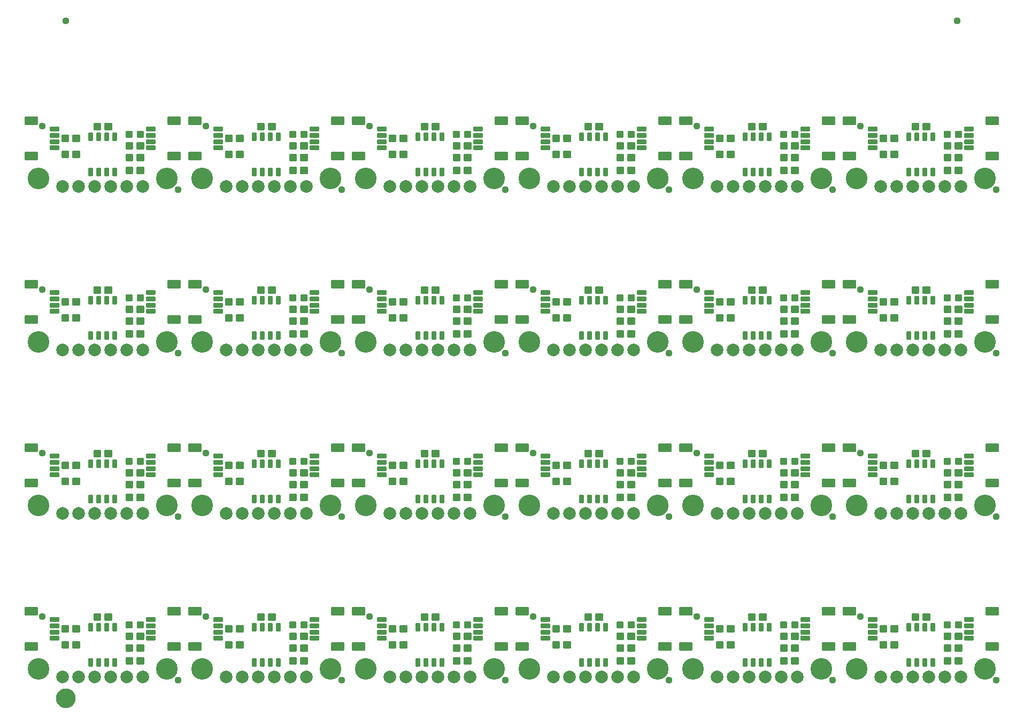
<source format=gts>
G04 EAGLE Gerber RS-274X export*
G75*
%MOMM*%
%FSLAX34Y34*%
%LPD*%
%INSoldermask Top*%
%IPPOS*%
%AMOC8*
5,1,8,0,0,1.08239X$1,22.5*%
G01*
%ADD10C,0.225400*%
%ADD11C,0.428259*%
%ADD12C,0.225588*%
%ADD13C,0.225369*%
%ADD14C,2.006600*%
%ADD15C,1.127000*%
%ADD16C,3.429000*%
%ADD17C,1.270000*%
%ADD18C,1.627000*%


D10*
X123508Y103442D02*
X113492Y103442D01*
X113492Y112458D01*
X123508Y112458D01*
X123508Y103442D01*
X123508Y105583D02*
X113492Y105583D01*
X113492Y107724D02*
X123508Y107724D01*
X123508Y109865D02*
X113492Y109865D01*
X113492Y112006D02*
X123508Y112006D01*
X130492Y103442D02*
X140508Y103442D01*
X130492Y103442D02*
X130492Y112458D01*
X140508Y112458D01*
X140508Y103442D01*
X140508Y105583D02*
X130492Y105583D01*
X130492Y107724D02*
X140508Y107724D01*
X140508Y109865D02*
X130492Y109865D01*
X130492Y112006D02*
X140508Y112006D01*
D11*
X172524Y98744D02*
X172524Y91756D01*
X165536Y91756D01*
X165536Y98744D01*
X172524Y98744D01*
X172524Y95825D02*
X165536Y95825D01*
X190064Y98744D02*
X190064Y91756D01*
X183076Y91756D01*
X183076Y98744D01*
X190064Y98744D01*
X190064Y95825D02*
X183076Y95825D01*
D12*
X249457Y66407D02*
X249457Y55393D01*
X230443Y55393D01*
X230443Y66407D01*
X249457Y66407D01*
X249457Y57536D02*
X230443Y57536D01*
X230443Y59679D02*
X249457Y59679D01*
X249457Y61822D02*
X230443Y61822D01*
X230443Y63965D02*
X249457Y63965D01*
X249457Y66108D02*
X230443Y66108D01*
X249457Y111393D02*
X249457Y122407D01*
X249457Y111393D02*
X230443Y111393D01*
X230443Y122407D01*
X249457Y122407D01*
X249457Y113536D02*
X230443Y113536D01*
X230443Y115679D02*
X249457Y115679D01*
X249457Y117822D02*
X230443Y117822D01*
X230443Y119965D02*
X249457Y119965D01*
X249457Y122108D02*
X230443Y122108D01*
D13*
X209458Y76408D02*
X209458Y71392D01*
X196942Y71392D01*
X196942Y76408D01*
X209458Y76408D01*
X209458Y73533D02*
X196942Y73533D01*
X196942Y75674D02*
X209458Y75674D01*
X209458Y81392D02*
X209458Y86408D01*
X209458Y81392D02*
X196942Y81392D01*
X196942Y86408D01*
X209458Y86408D01*
X209458Y83533D02*
X196942Y83533D01*
X196942Y85674D02*
X209458Y85674D01*
X209458Y91392D02*
X209458Y96408D01*
X209458Y91392D02*
X196942Y91392D01*
X196942Y96408D01*
X209458Y96408D01*
X209458Y93533D02*
X196942Y93533D01*
X196942Y95674D02*
X209458Y95674D01*
X209458Y101392D02*
X209458Y106408D01*
X209458Y101392D02*
X196942Y101392D01*
X196942Y106408D01*
X209458Y106408D01*
X209458Y103533D02*
X196942Y103533D01*
X196942Y105674D02*
X209458Y105674D01*
D12*
X4543Y111393D02*
X4543Y122407D01*
X23557Y122407D01*
X23557Y111393D01*
X4543Y111393D01*
X4543Y113536D02*
X23557Y113536D01*
X23557Y115679D02*
X4543Y115679D01*
X4543Y117822D02*
X23557Y117822D01*
X23557Y119965D02*
X4543Y119965D01*
X4543Y122108D02*
X23557Y122108D01*
X4543Y66407D02*
X4543Y55393D01*
X4543Y66407D02*
X23557Y66407D01*
X23557Y55393D01*
X4543Y55393D01*
X4543Y57536D02*
X23557Y57536D01*
X23557Y59679D02*
X4543Y59679D01*
X4543Y61822D02*
X23557Y61822D01*
X23557Y63965D02*
X4543Y63965D01*
X4543Y66108D02*
X23557Y66108D01*
D13*
X44542Y101392D02*
X44542Y106408D01*
X57058Y106408D01*
X57058Y101392D01*
X44542Y101392D01*
X44542Y103533D02*
X57058Y103533D01*
X57058Y105674D02*
X44542Y105674D01*
X44542Y96408D02*
X44542Y91392D01*
X44542Y96408D02*
X57058Y96408D01*
X57058Y91392D01*
X44542Y91392D01*
X44542Y93533D02*
X57058Y93533D01*
X57058Y95674D02*
X44542Y95674D01*
X44542Y86408D02*
X44542Y81392D01*
X44542Y86408D02*
X57058Y86408D01*
X57058Y81392D01*
X44542Y81392D01*
X44542Y83533D02*
X57058Y83533D01*
X57058Y85674D02*
X44542Y85674D01*
X44542Y76408D02*
X44542Y71392D01*
X44542Y76408D02*
X57058Y76408D01*
X57058Y71392D01*
X44542Y71392D01*
X44542Y73533D02*
X57058Y73533D01*
X57058Y75674D02*
X44542Y75674D01*
D10*
X79692Y68008D02*
X89708Y68008D01*
X89708Y58992D01*
X79692Y58992D01*
X79692Y68008D01*
X79692Y61133D02*
X89708Y61133D01*
X89708Y63274D02*
X79692Y63274D01*
X79692Y65415D02*
X89708Y65415D01*
X89708Y67556D02*
X79692Y67556D01*
X72708Y68008D02*
X62692Y68008D01*
X72708Y68008D02*
X72708Y58992D01*
X62692Y58992D01*
X62692Y68008D01*
X62692Y61133D02*
X72708Y61133D01*
X72708Y63274D02*
X62692Y63274D01*
X62692Y65415D02*
X72708Y65415D01*
X72708Y67556D02*
X62692Y67556D01*
X79692Y93408D02*
X89708Y93408D01*
X89708Y84392D01*
X79692Y84392D01*
X79692Y93408D01*
X79692Y86533D02*
X89708Y86533D01*
X89708Y88674D02*
X79692Y88674D01*
X79692Y90815D02*
X89708Y90815D01*
X89708Y92956D02*
X79692Y92956D01*
X72708Y93408D02*
X62692Y93408D01*
X72708Y93408D02*
X72708Y84392D01*
X62692Y84392D01*
X62692Y93408D01*
X62692Y86533D02*
X72708Y86533D01*
X72708Y88674D02*
X62692Y88674D01*
X62692Y90815D02*
X72708Y90815D01*
X72708Y92956D02*
X62692Y92956D01*
X181292Y81978D02*
X191308Y81978D01*
X191308Y72962D01*
X181292Y72962D01*
X181292Y81978D01*
X181292Y75103D02*
X191308Y75103D01*
X191308Y77244D02*
X181292Y77244D01*
X181292Y79385D02*
X191308Y79385D01*
X191308Y81526D02*
X181292Y81526D01*
X174308Y81978D02*
X164292Y81978D01*
X174308Y81978D02*
X174308Y72962D01*
X164292Y72962D01*
X164292Y81978D01*
X164292Y75103D02*
X174308Y75103D01*
X174308Y77244D02*
X164292Y77244D01*
X164292Y79385D02*
X174308Y79385D01*
X174308Y81526D02*
X164292Y81526D01*
D13*
X148558Y97008D02*
X143542Y97008D01*
X148558Y97008D02*
X148558Y85992D01*
X143542Y85992D01*
X143542Y97008D01*
X143542Y88133D02*
X148558Y88133D01*
X148558Y90274D02*
X143542Y90274D01*
X143542Y92415D02*
X148558Y92415D01*
X148558Y94556D02*
X143542Y94556D01*
X143542Y96697D02*
X148558Y96697D01*
X135858Y97008D02*
X130842Y97008D01*
X135858Y97008D02*
X135858Y85992D01*
X130842Y85992D01*
X130842Y97008D01*
X130842Y88133D02*
X135858Y88133D01*
X135858Y90274D02*
X130842Y90274D01*
X130842Y92415D02*
X135858Y92415D01*
X135858Y94556D02*
X130842Y94556D01*
X130842Y96697D02*
X135858Y96697D01*
X123158Y97008D02*
X118142Y97008D01*
X123158Y97008D02*
X123158Y85992D01*
X118142Y85992D01*
X118142Y97008D01*
X118142Y88133D02*
X123158Y88133D01*
X123158Y90274D02*
X118142Y90274D01*
X118142Y92415D02*
X123158Y92415D01*
X123158Y94556D02*
X118142Y94556D01*
X118142Y96697D02*
X123158Y96697D01*
X110458Y97008D02*
X105442Y97008D01*
X110458Y97008D02*
X110458Y85992D01*
X105442Y85992D01*
X105442Y97008D01*
X105442Y88133D02*
X110458Y88133D01*
X110458Y90274D02*
X105442Y90274D01*
X105442Y92415D02*
X110458Y92415D01*
X110458Y94556D02*
X105442Y94556D01*
X105442Y96697D02*
X110458Y96697D01*
X110458Y41008D02*
X105442Y41008D01*
X110458Y41008D02*
X110458Y29992D01*
X105442Y29992D01*
X105442Y41008D01*
X105442Y32133D02*
X110458Y32133D01*
X110458Y34274D02*
X105442Y34274D01*
X105442Y36415D02*
X110458Y36415D01*
X110458Y38556D02*
X105442Y38556D01*
X105442Y40697D02*
X110458Y40697D01*
X118142Y41008D02*
X123158Y41008D01*
X123158Y29992D01*
X118142Y29992D01*
X118142Y41008D01*
X118142Y32133D02*
X123158Y32133D01*
X123158Y34274D02*
X118142Y34274D01*
X118142Y36415D02*
X123158Y36415D01*
X123158Y38556D02*
X118142Y38556D01*
X118142Y40697D02*
X123158Y40697D01*
X130842Y41008D02*
X135858Y41008D01*
X135858Y29992D01*
X130842Y29992D01*
X130842Y41008D01*
X130842Y32133D02*
X135858Y32133D01*
X135858Y34274D02*
X130842Y34274D01*
X130842Y36415D02*
X135858Y36415D01*
X135858Y38556D02*
X130842Y38556D01*
X130842Y40697D02*
X135858Y40697D01*
X143542Y41008D02*
X148558Y41008D01*
X148558Y29992D01*
X143542Y29992D01*
X143542Y41008D01*
X143542Y32133D02*
X148558Y32133D01*
X148558Y34274D02*
X143542Y34274D01*
X143542Y36415D02*
X148558Y36415D01*
X148558Y38556D02*
X143542Y38556D01*
X143542Y40697D02*
X148558Y40697D01*
D10*
X164292Y33592D02*
X174308Y33592D01*
X164292Y33592D02*
X164292Y42608D01*
X174308Y42608D01*
X174308Y33592D01*
X174308Y35733D02*
X164292Y35733D01*
X164292Y37874D02*
X174308Y37874D01*
X174308Y40015D02*
X164292Y40015D01*
X164292Y42156D02*
X174308Y42156D01*
X181292Y33592D02*
X191308Y33592D01*
X181292Y33592D02*
X181292Y42608D01*
X191308Y42608D01*
X191308Y33592D01*
X191308Y35733D02*
X181292Y35733D01*
X181292Y37874D02*
X191308Y37874D01*
X191308Y40015D02*
X181292Y40015D01*
X181292Y42156D02*
X191308Y42156D01*
D14*
X63500Y12700D03*
X88900Y12700D03*
X114300Y12700D03*
X139700Y12700D03*
X165100Y12700D03*
X190500Y12700D03*
D10*
X174308Y53912D02*
X164292Y53912D01*
X164292Y62928D01*
X174308Y62928D01*
X174308Y53912D01*
X174308Y56053D02*
X164292Y56053D01*
X164292Y58194D02*
X174308Y58194D01*
X174308Y60335D02*
X164292Y60335D01*
X164292Y62476D02*
X174308Y62476D01*
X181292Y53912D02*
X191308Y53912D01*
X181292Y53912D02*
X181292Y62928D01*
X191308Y62928D01*
X191308Y53912D01*
X191308Y56053D02*
X181292Y56053D01*
X181292Y58194D02*
X191308Y58194D01*
X191308Y60335D02*
X181292Y60335D01*
X181292Y62476D02*
X191308Y62476D01*
D15*
X31750Y107950D03*
X246380Y7620D03*
D16*
X25400Y25400D03*
X228600Y25400D03*
D10*
X372572Y103442D02*
X382588Y103442D01*
X372572Y103442D02*
X372572Y112458D01*
X382588Y112458D01*
X382588Y103442D01*
X382588Y105583D02*
X372572Y105583D01*
X372572Y107724D02*
X382588Y107724D01*
X382588Y109865D02*
X372572Y109865D01*
X372572Y112006D02*
X382588Y112006D01*
X389572Y103442D02*
X399588Y103442D01*
X389572Y103442D02*
X389572Y112458D01*
X399588Y112458D01*
X399588Y103442D01*
X399588Y105583D02*
X389572Y105583D01*
X389572Y107724D02*
X399588Y107724D01*
X399588Y109865D02*
X389572Y109865D01*
X389572Y112006D02*
X399588Y112006D01*
D11*
X431604Y98744D02*
X431604Y91756D01*
X424616Y91756D01*
X424616Y98744D01*
X431604Y98744D01*
X431604Y95825D02*
X424616Y95825D01*
X449144Y98744D02*
X449144Y91756D01*
X442156Y91756D01*
X442156Y98744D01*
X449144Y98744D01*
X449144Y95825D02*
X442156Y95825D01*
D12*
X508537Y66407D02*
X508537Y55393D01*
X489523Y55393D01*
X489523Y66407D01*
X508537Y66407D01*
X508537Y57536D02*
X489523Y57536D01*
X489523Y59679D02*
X508537Y59679D01*
X508537Y61822D02*
X489523Y61822D01*
X489523Y63965D02*
X508537Y63965D01*
X508537Y66108D02*
X489523Y66108D01*
X508537Y111393D02*
X508537Y122407D01*
X508537Y111393D02*
X489523Y111393D01*
X489523Y122407D01*
X508537Y122407D01*
X508537Y113536D02*
X489523Y113536D01*
X489523Y115679D02*
X508537Y115679D01*
X508537Y117822D02*
X489523Y117822D01*
X489523Y119965D02*
X508537Y119965D01*
X508537Y122108D02*
X489523Y122108D01*
D13*
X468538Y76408D02*
X468538Y71392D01*
X456022Y71392D01*
X456022Y76408D01*
X468538Y76408D01*
X468538Y73533D02*
X456022Y73533D01*
X456022Y75674D02*
X468538Y75674D01*
X468538Y81392D02*
X468538Y86408D01*
X468538Y81392D02*
X456022Y81392D01*
X456022Y86408D01*
X468538Y86408D01*
X468538Y83533D02*
X456022Y83533D01*
X456022Y85674D02*
X468538Y85674D01*
X468538Y91392D02*
X468538Y96408D01*
X468538Y91392D02*
X456022Y91392D01*
X456022Y96408D01*
X468538Y96408D01*
X468538Y93533D02*
X456022Y93533D01*
X456022Y95674D02*
X468538Y95674D01*
X468538Y101392D02*
X468538Y106408D01*
X468538Y101392D02*
X456022Y101392D01*
X456022Y106408D01*
X468538Y106408D01*
X468538Y103533D02*
X456022Y103533D01*
X456022Y105674D02*
X468538Y105674D01*
D12*
X263623Y111393D02*
X263623Y122407D01*
X282637Y122407D01*
X282637Y111393D01*
X263623Y111393D01*
X263623Y113536D02*
X282637Y113536D01*
X282637Y115679D02*
X263623Y115679D01*
X263623Y117822D02*
X282637Y117822D01*
X282637Y119965D02*
X263623Y119965D01*
X263623Y122108D02*
X282637Y122108D01*
X263623Y66407D02*
X263623Y55393D01*
X263623Y66407D02*
X282637Y66407D01*
X282637Y55393D01*
X263623Y55393D01*
X263623Y57536D02*
X282637Y57536D01*
X282637Y59679D02*
X263623Y59679D01*
X263623Y61822D02*
X282637Y61822D01*
X282637Y63965D02*
X263623Y63965D01*
X263623Y66108D02*
X282637Y66108D01*
D13*
X303622Y101392D02*
X303622Y106408D01*
X316138Y106408D01*
X316138Y101392D01*
X303622Y101392D01*
X303622Y103533D02*
X316138Y103533D01*
X316138Y105674D02*
X303622Y105674D01*
X303622Y96408D02*
X303622Y91392D01*
X303622Y96408D02*
X316138Y96408D01*
X316138Y91392D01*
X303622Y91392D01*
X303622Y93533D02*
X316138Y93533D01*
X316138Y95674D02*
X303622Y95674D01*
X303622Y86408D02*
X303622Y81392D01*
X303622Y86408D02*
X316138Y86408D01*
X316138Y81392D01*
X303622Y81392D01*
X303622Y83533D02*
X316138Y83533D01*
X316138Y85674D02*
X303622Y85674D01*
X303622Y76408D02*
X303622Y71392D01*
X303622Y76408D02*
X316138Y76408D01*
X316138Y71392D01*
X303622Y71392D01*
X303622Y73533D02*
X316138Y73533D01*
X316138Y75674D02*
X303622Y75674D01*
D10*
X338772Y68008D02*
X348788Y68008D01*
X348788Y58992D01*
X338772Y58992D01*
X338772Y68008D01*
X338772Y61133D02*
X348788Y61133D01*
X348788Y63274D02*
X338772Y63274D01*
X338772Y65415D02*
X348788Y65415D01*
X348788Y67556D02*
X338772Y67556D01*
X331788Y68008D02*
X321772Y68008D01*
X331788Y68008D02*
X331788Y58992D01*
X321772Y58992D01*
X321772Y68008D01*
X321772Y61133D02*
X331788Y61133D01*
X331788Y63274D02*
X321772Y63274D01*
X321772Y65415D02*
X331788Y65415D01*
X331788Y67556D02*
X321772Y67556D01*
X338772Y93408D02*
X348788Y93408D01*
X348788Y84392D01*
X338772Y84392D01*
X338772Y93408D01*
X338772Y86533D02*
X348788Y86533D01*
X348788Y88674D02*
X338772Y88674D01*
X338772Y90815D02*
X348788Y90815D01*
X348788Y92956D02*
X338772Y92956D01*
X331788Y93408D02*
X321772Y93408D01*
X331788Y93408D02*
X331788Y84392D01*
X321772Y84392D01*
X321772Y93408D01*
X321772Y86533D02*
X331788Y86533D01*
X331788Y88674D02*
X321772Y88674D01*
X321772Y90815D02*
X331788Y90815D01*
X331788Y92956D02*
X321772Y92956D01*
X440372Y81978D02*
X450388Y81978D01*
X450388Y72962D01*
X440372Y72962D01*
X440372Y81978D01*
X440372Y75103D02*
X450388Y75103D01*
X450388Y77244D02*
X440372Y77244D01*
X440372Y79385D02*
X450388Y79385D01*
X450388Y81526D02*
X440372Y81526D01*
X433388Y81978D02*
X423372Y81978D01*
X433388Y81978D02*
X433388Y72962D01*
X423372Y72962D01*
X423372Y81978D01*
X423372Y75103D02*
X433388Y75103D01*
X433388Y77244D02*
X423372Y77244D01*
X423372Y79385D02*
X433388Y79385D01*
X433388Y81526D02*
X423372Y81526D01*
D13*
X407638Y97008D02*
X402622Y97008D01*
X407638Y97008D02*
X407638Y85992D01*
X402622Y85992D01*
X402622Y97008D01*
X402622Y88133D02*
X407638Y88133D01*
X407638Y90274D02*
X402622Y90274D01*
X402622Y92415D02*
X407638Y92415D01*
X407638Y94556D02*
X402622Y94556D01*
X402622Y96697D02*
X407638Y96697D01*
X394938Y97008D02*
X389922Y97008D01*
X394938Y97008D02*
X394938Y85992D01*
X389922Y85992D01*
X389922Y97008D01*
X389922Y88133D02*
X394938Y88133D01*
X394938Y90274D02*
X389922Y90274D01*
X389922Y92415D02*
X394938Y92415D01*
X394938Y94556D02*
X389922Y94556D01*
X389922Y96697D02*
X394938Y96697D01*
X382238Y97008D02*
X377222Y97008D01*
X382238Y97008D02*
X382238Y85992D01*
X377222Y85992D01*
X377222Y97008D01*
X377222Y88133D02*
X382238Y88133D01*
X382238Y90274D02*
X377222Y90274D01*
X377222Y92415D02*
X382238Y92415D01*
X382238Y94556D02*
X377222Y94556D01*
X377222Y96697D02*
X382238Y96697D01*
X369538Y97008D02*
X364522Y97008D01*
X369538Y97008D02*
X369538Y85992D01*
X364522Y85992D01*
X364522Y97008D01*
X364522Y88133D02*
X369538Y88133D01*
X369538Y90274D02*
X364522Y90274D01*
X364522Y92415D02*
X369538Y92415D01*
X369538Y94556D02*
X364522Y94556D01*
X364522Y96697D02*
X369538Y96697D01*
X369538Y41008D02*
X364522Y41008D01*
X369538Y41008D02*
X369538Y29992D01*
X364522Y29992D01*
X364522Y41008D01*
X364522Y32133D02*
X369538Y32133D01*
X369538Y34274D02*
X364522Y34274D01*
X364522Y36415D02*
X369538Y36415D01*
X369538Y38556D02*
X364522Y38556D01*
X364522Y40697D02*
X369538Y40697D01*
X377222Y41008D02*
X382238Y41008D01*
X382238Y29992D01*
X377222Y29992D01*
X377222Y41008D01*
X377222Y32133D02*
X382238Y32133D01*
X382238Y34274D02*
X377222Y34274D01*
X377222Y36415D02*
X382238Y36415D01*
X382238Y38556D02*
X377222Y38556D01*
X377222Y40697D02*
X382238Y40697D01*
X389922Y41008D02*
X394938Y41008D01*
X394938Y29992D01*
X389922Y29992D01*
X389922Y41008D01*
X389922Y32133D02*
X394938Y32133D01*
X394938Y34274D02*
X389922Y34274D01*
X389922Y36415D02*
X394938Y36415D01*
X394938Y38556D02*
X389922Y38556D01*
X389922Y40697D02*
X394938Y40697D01*
X402622Y41008D02*
X407638Y41008D01*
X407638Y29992D01*
X402622Y29992D01*
X402622Y41008D01*
X402622Y32133D02*
X407638Y32133D01*
X407638Y34274D02*
X402622Y34274D01*
X402622Y36415D02*
X407638Y36415D01*
X407638Y38556D02*
X402622Y38556D01*
X402622Y40697D02*
X407638Y40697D01*
D10*
X423372Y33592D02*
X433388Y33592D01*
X423372Y33592D02*
X423372Y42608D01*
X433388Y42608D01*
X433388Y33592D01*
X433388Y35733D02*
X423372Y35733D01*
X423372Y37874D02*
X433388Y37874D01*
X433388Y40015D02*
X423372Y40015D01*
X423372Y42156D02*
X433388Y42156D01*
X440372Y33592D02*
X450388Y33592D01*
X440372Y33592D02*
X440372Y42608D01*
X450388Y42608D01*
X450388Y33592D01*
X450388Y35733D02*
X440372Y35733D01*
X440372Y37874D02*
X450388Y37874D01*
X450388Y40015D02*
X440372Y40015D01*
X440372Y42156D02*
X450388Y42156D01*
D14*
X322580Y12700D03*
X347980Y12700D03*
X373380Y12700D03*
X398780Y12700D03*
X424180Y12700D03*
X449580Y12700D03*
D10*
X433388Y53912D02*
X423372Y53912D01*
X423372Y62928D01*
X433388Y62928D01*
X433388Y53912D01*
X433388Y56053D02*
X423372Y56053D01*
X423372Y58194D02*
X433388Y58194D01*
X433388Y60335D02*
X423372Y60335D01*
X423372Y62476D02*
X433388Y62476D01*
X440372Y53912D02*
X450388Y53912D01*
X440372Y53912D02*
X440372Y62928D01*
X450388Y62928D01*
X450388Y53912D01*
X450388Y56053D02*
X440372Y56053D01*
X440372Y58194D02*
X450388Y58194D01*
X450388Y60335D02*
X440372Y60335D01*
X440372Y62476D02*
X450388Y62476D01*
D15*
X290830Y107950D03*
X505460Y7620D03*
D16*
X284480Y25400D03*
X487680Y25400D03*
D10*
X631652Y103442D02*
X641668Y103442D01*
X631652Y103442D02*
X631652Y112458D01*
X641668Y112458D01*
X641668Y103442D01*
X641668Y105583D02*
X631652Y105583D01*
X631652Y107724D02*
X641668Y107724D01*
X641668Y109865D02*
X631652Y109865D01*
X631652Y112006D02*
X641668Y112006D01*
X648652Y103442D02*
X658668Y103442D01*
X648652Y103442D02*
X648652Y112458D01*
X658668Y112458D01*
X658668Y103442D01*
X658668Y105583D02*
X648652Y105583D01*
X648652Y107724D02*
X658668Y107724D01*
X658668Y109865D02*
X648652Y109865D01*
X648652Y112006D02*
X658668Y112006D01*
D11*
X690684Y98744D02*
X690684Y91756D01*
X683696Y91756D01*
X683696Y98744D01*
X690684Y98744D01*
X690684Y95825D02*
X683696Y95825D01*
X708224Y98744D02*
X708224Y91756D01*
X701236Y91756D01*
X701236Y98744D01*
X708224Y98744D01*
X708224Y95825D02*
X701236Y95825D01*
D12*
X767617Y66407D02*
X767617Y55393D01*
X748603Y55393D01*
X748603Y66407D01*
X767617Y66407D01*
X767617Y57536D02*
X748603Y57536D01*
X748603Y59679D02*
X767617Y59679D01*
X767617Y61822D02*
X748603Y61822D01*
X748603Y63965D02*
X767617Y63965D01*
X767617Y66108D02*
X748603Y66108D01*
X767617Y111393D02*
X767617Y122407D01*
X767617Y111393D02*
X748603Y111393D01*
X748603Y122407D01*
X767617Y122407D01*
X767617Y113536D02*
X748603Y113536D01*
X748603Y115679D02*
X767617Y115679D01*
X767617Y117822D02*
X748603Y117822D01*
X748603Y119965D02*
X767617Y119965D01*
X767617Y122108D02*
X748603Y122108D01*
D13*
X727618Y76408D02*
X727618Y71392D01*
X715102Y71392D01*
X715102Y76408D01*
X727618Y76408D01*
X727618Y73533D02*
X715102Y73533D01*
X715102Y75674D02*
X727618Y75674D01*
X727618Y81392D02*
X727618Y86408D01*
X727618Y81392D02*
X715102Y81392D01*
X715102Y86408D01*
X727618Y86408D01*
X727618Y83533D02*
X715102Y83533D01*
X715102Y85674D02*
X727618Y85674D01*
X727618Y91392D02*
X727618Y96408D01*
X727618Y91392D02*
X715102Y91392D01*
X715102Y96408D01*
X727618Y96408D01*
X727618Y93533D02*
X715102Y93533D01*
X715102Y95674D02*
X727618Y95674D01*
X727618Y101392D02*
X727618Y106408D01*
X727618Y101392D02*
X715102Y101392D01*
X715102Y106408D01*
X727618Y106408D01*
X727618Y103533D02*
X715102Y103533D01*
X715102Y105674D02*
X727618Y105674D01*
D12*
X522703Y111393D02*
X522703Y122407D01*
X541717Y122407D01*
X541717Y111393D01*
X522703Y111393D01*
X522703Y113536D02*
X541717Y113536D01*
X541717Y115679D02*
X522703Y115679D01*
X522703Y117822D02*
X541717Y117822D01*
X541717Y119965D02*
X522703Y119965D01*
X522703Y122108D02*
X541717Y122108D01*
X522703Y66407D02*
X522703Y55393D01*
X522703Y66407D02*
X541717Y66407D01*
X541717Y55393D01*
X522703Y55393D01*
X522703Y57536D02*
X541717Y57536D01*
X541717Y59679D02*
X522703Y59679D01*
X522703Y61822D02*
X541717Y61822D01*
X541717Y63965D02*
X522703Y63965D01*
X522703Y66108D02*
X541717Y66108D01*
D13*
X562702Y101392D02*
X562702Y106408D01*
X575218Y106408D01*
X575218Y101392D01*
X562702Y101392D01*
X562702Y103533D02*
X575218Y103533D01*
X575218Y105674D02*
X562702Y105674D01*
X562702Y96408D02*
X562702Y91392D01*
X562702Y96408D02*
X575218Y96408D01*
X575218Y91392D01*
X562702Y91392D01*
X562702Y93533D02*
X575218Y93533D01*
X575218Y95674D02*
X562702Y95674D01*
X562702Y86408D02*
X562702Y81392D01*
X562702Y86408D02*
X575218Y86408D01*
X575218Y81392D01*
X562702Y81392D01*
X562702Y83533D02*
X575218Y83533D01*
X575218Y85674D02*
X562702Y85674D01*
X562702Y76408D02*
X562702Y71392D01*
X562702Y76408D02*
X575218Y76408D01*
X575218Y71392D01*
X562702Y71392D01*
X562702Y73533D02*
X575218Y73533D01*
X575218Y75674D02*
X562702Y75674D01*
D10*
X597852Y68008D02*
X607868Y68008D01*
X607868Y58992D01*
X597852Y58992D01*
X597852Y68008D01*
X597852Y61133D02*
X607868Y61133D01*
X607868Y63274D02*
X597852Y63274D01*
X597852Y65415D02*
X607868Y65415D01*
X607868Y67556D02*
X597852Y67556D01*
X590868Y68008D02*
X580852Y68008D01*
X590868Y68008D02*
X590868Y58992D01*
X580852Y58992D01*
X580852Y68008D01*
X580852Y61133D02*
X590868Y61133D01*
X590868Y63274D02*
X580852Y63274D01*
X580852Y65415D02*
X590868Y65415D01*
X590868Y67556D02*
X580852Y67556D01*
X597852Y93408D02*
X607868Y93408D01*
X607868Y84392D01*
X597852Y84392D01*
X597852Y93408D01*
X597852Y86533D02*
X607868Y86533D01*
X607868Y88674D02*
X597852Y88674D01*
X597852Y90815D02*
X607868Y90815D01*
X607868Y92956D02*
X597852Y92956D01*
X590868Y93408D02*
X580852Y93408D01*
X590868Y93408D02*
X590868Y84392D01*
X580852Y84392D01*
X580852Y93408D01*
X580852Y86533D02*
X590868Y86533D01*
X590868Y88674D02*
X580852Y88674D01*
X580852Y90815D02*
X590868Y90815D01*
X590868Y92956D02*
X580852Y92956D01*
X699452Y81978D02*
X709468Y81978D01*
X709468Y72962D01*
X699452Y72962D01*
X699452Y81978D01*
X699452Y75103D02*
X709468Y75103D01*
X709468Y77244D02*
X699452Y77244D01*
X699452Y79385D02*
X709468Y79385D01*
X709468Y81526D02*
X699452Y81526D01*
X692468Y81978D02*
X682452Y81978D01*
X692468Y81978D02*
X692468Y72962D01*
X682452Y72962D01*
X682452Y81978D01*
X682452Y75103D02*
X692468Y75103D01*
X692468Y77244D02*
X682452Y77244D01*
X682452Y79385D02*
X692468Y79385D01*
X692468Y81526D02*
X682452Y81526D01*
D13*
X666718Y97008D02*
X661702Y97008D01*
X666718Y97008D02*
X666718Y85992D01*
X661702Y85992D01*
X661702Y97008D01*
X661702Y88133D02*
X666718Y88133D01*
X666718Y90274D02*
X661702Y90274D01*
X661702Y92415D02*
X666718Y92415D01*
X666718Y94556D02*
X661702Y94556D01*
X661702Y96697D02*
X666718Y96697D01*
X654018Y97008D02*
X649002Y97008D01*
X654018Y97008D02*
X654018Y85992D01*
X649002Y85992D01*
X649002Y97008D01*
X649002Y88133D02*
X654018Y88133D01*
X654018Y90274D02*
X649002Y90274D01*
X649002Y92415D02*
X654018Y92415D01*
X654018Y94556D02*
X649002Y94556D01*
X649002Y96697D02*
X654018Y96697D01*
X641318Y97008D02*
X636302Y97008D01*
X641318Y97008D02*
X641318Y85992D01*
X636302Y85992D01*
X636302Y97008D01*
X636302Y88133D02*
X641318Y88133D01*
X641318Y90274D02*
X636302Y90274D01*
X636302Y92415D02*
X641318Y92415D01*
X641318Y94556D02*
X636302Y94556D01*
X636302Y96697D02*
X641318Y96697D01*
X628618Y97008D02*
X623602Y97008D01*
X628618Y97008D02*
X628618Y85992D01*
X623602Y85992D01*
X623602Y97008D01*
X623602Y88133D02*
X628618Y88133D01*
X628618Y90274D02*
X623602Y90274D01*
X623602Y92415D02*
X628618Y92415D01*
X628618Y94556D02*
X623602Y94556D01*
X623602Y96697D02*
X628618Y96697D01*
X628618Y41008D02*
X623602Y41008D01*
X628618Y41008D02*
X628618Y29992D01*
X623602Y29992D01*
X623602Y41008D01*
X623602Y32133D02*
X628618Y32133D01*
X628618Y34274D02*
X623602Y34274D01*
X623602Y36415D02*
X628618Y36415D01*
X628618Y38556D02*
X623602Y38556D01*
X623602Y40697D02*
X628618Y40697D01*
X636302Y41008D02*
X641318Y41008D01*
X641318Y29992D01*
X636302Y29992D01*
X636302Y41008D01*
X636302Y32133D02*
X641318Y32133D01*
X641318Y34274D02*
X636302Y34274D01*
X636302Y36415D02*
X641318Y36415D01*
X641318Y38556D02*
X636302Y38556D01*
X636302Y40697D02*
X641318Y40697D01*
X649002Y41008D02*
X654018Y41008D01*
X654018Y29992D01*
X649002Y29992D01*
X649002Y41008D01*
X649002Y32133D02*
X654018Y32133D01*
X654018Y34274D02*
X649002Y34274D01*
X649002Y36415D02*
X654018Y36415D01*
X654018Y38556D02*
X649002Y38556D01*
X649002Y40697D02*
X654018Y40697D01*
X661702Y41008D02*
X666718Y41008D01*
X666718Y29992D01*
X661702Y29992D01*
X661702Y41008D01*
X661702Y32133D02*
X666718Y32133D01*
X666718Y34274D02*
X661702Y34274D01*
X661702Y36415D02*
X666718Y36415D01*
X666718Y38556D02*
X661702Y38556D01*
X661702Y40697D02*
X666718Y40697D01*
D10*
X682452Y33592D02*
X692468Y33592D01*
X682452Y33592D02*
X682452Y42608D01*
X692468Y42608D01*
X692468Y33592D01*
X692468Y35733D02*
X682452Y35733D01*
X682452Y37874D02*
X692468Y37874D01*
X692468Y40015D02*
X682452Y40015D01*
X682452Y42156D02*
X692468Y42156D01*
X699452Y33592D02*
X709468Y33592D01*
X699452Y33592D02*
X699452Y42608D01*
X709468Y42608D01*
X709468Y33592D01*
X709468Y35733D02*
X699452Y35733D01*
X699452Y37874D02*
X709468Y37874D01*
X709468Y40015D02*
X699452Y40015D01*
X699452Y42156D02*
X709468Y42156D01*
D14*
X581660Y12700D03*
X607060Y12700D03*
X632460Y12700D03*
X657860Y12700D03*
X683260Y12700D03*
X708660Y12700D03*
D10*
X692468Y53912D02*
X682452Y53912D01*
X682452Y62928D01*
X692468Y62928D01*
X692468Y53912D01*
X692468Y56053D02*
X682452Y56053D01*
X682452Y58194D02*
X692468Y58194D01*
X692468Y60335D02*
X682452Y60335D01*
X682452Y62476D02*
X692468Y62476D01*
X699452Y53912D02*
X709468Y53912D01*
X699452Y53912D02*
X699452Y62928D01*
X709468Y62928D01*
X709468Y53912D01*
X709468Y56053D02*
X699452Y56053D01*
X699452Y58194D02*
X709468Y58194D01*
X709468Y60335D02*
X699452Y60335D01*
X699452Y62476D02*
X709468Y62476D01*
D15*
X549910Y107950D03*
X764540Y7620D03*
D16*
X543560Y25400D03*
X746760Y25400D03*
D10*
X890732Y103442D02*
X900748Y103442D01*
X890732Y103442D02*
X890732Y112458D01*
X900748Y112458D01*
X900748Y103442D01*
X900748Y105583D02*
X890732Y105583D01*
X890732Y107724D02*
X900748Y107724D01*
X900748Y109865D02*
X890732Y109865D01*
X890732Y112006D02*
X900748Y112006D01*
X907732Y103442D02*
X917748Y103442D01*
X907732Y103442D02*
X907732Y112458D01*
X917748Y112458D01*
X917748Y103442D01*
X917748Y105583D02*
X907732Y105583D01*
X907732Y107724D02*
X917748Y107724D01*
X917748Y109865D02*
X907732Y109865D01*
X907732Y112006D02*
X917748Y112006D01*
D11*
X949764Y98744D02*
X949764Y91756D01*
X942776Y91756D01*
X942776Y98744D01*
X949764Y98744D01*
X949764Y95825D02*
X942776Y95825D01*
X967304Y98744D02*
X967304Y91756D01*
X960316Y91756D01*
X960316Y98744D01*
X967304Y98744D01*
X967304Y95825D02*
X960316Y95825D01*
D12*
X1026697Y66407D02*
X1026697Y55393D01*
X1007683Y55393D01*
X1007683Y66407D01*
X1026697Y66407D01*
X1026697Y57536D02*
X1007683Y57536D01*
X1007683Y59679D02*
X1026697Y59679D01*
X1026697Y61822D02*
X1007683Y61822D01*
X1007683Y63965D02*
X1026697Y63965D01*
X1026697Y66108D02*
X1007683Y66108D01*
X1026697Y111393D02*
X1026697Y122407D01*
X1026697Y111393D02*
X1007683Y111393D01*
X1007683Y122407D01*
X1026697Y122407D01*
X1026697Y113536D02*
X1007683Y113536D01*
X1007683Y115679D02*
X1026697Y115679D01*
X1026697Y117822D02*
X1007683Y117822D01*
X1007683Y119965D02*
X1026697Y119965D01*
X1026697Y122108D02*
X1007683Y122108D01*
D13*
X986698Y76408D02*
X986698Y71392D01*
X974182Y71392D01*
X974182Y76408D01*
X986698Y76408D01*
X986698Y73533D02*
X974182Y73533D01*
X974182Y75674D02*
X986698Y75674D01*
X986698Y81392D02*
X986698Y86408D01*
X986698Y81392D02*
X974182Y81392D01*
X974182Y86408D01*
X986698Y86408D01*
X986698Y83533D02*
X974182Y83533D01*
X974182Y85674D02*
X986698Y85674D01*
X986698Y91392D02*
X986698Y96408D01*
X986698Y91392D02*
X974182Y91392D01*
X974182Y96408D01*
X986698Y96408D01*
X986698Y93533D02*
X974182Y93533D01*
X974182Y95674D02*
X986698Y95674D01*
X986698Y101392D02*
X986698Y106408D01*
X986698Y101392D02*
X974182Y101392D01*
X974182Y106408D01*
X986698Y106408D01*
X986698Y103533D02*
X974182Y103533D01*
X974182Y105674D02*
X986698Y105674D01*
D12*
X781783Y111393D02*
X781783Y122407D01*
X800797Y122407D01*
X800797Y111393D01*
X781783Y111393D01*
X781783Y113536D02*
X800797Y113536D01*
X800797Y115679D02*
X781783Y115679D01*
X781783Y117822D02*
X800797Y117822D01*
X800797Y119965D02*
X781783Y119965D01*
X781783Y122108D02*
X800797Y122108D01*
X781783Y66407D02*
X781783Y55393D01*
X781783Y66407D02*
X800797Y66407D01*
X800797Y55393D01*
X781783Y55393D01*
X781783Y57536D02*
X800797Y57536D01*
X800797Y59679D02*
X781783Y59679D01*
X781783Y61822D02*
X800797Y61822D01*
X800797Y63965D02*
X781783Y63965D01*
X781783Y66108D02*
X800797Y66108D01*
D13*
X821782Y101392D02*
X821782Y106408D01*
X834298Y106408D01*
X834298Y101392D01*
X821782Y101392D01*
X821782Y103533D02*
X834298Y103533D01*
X834298Y105674D02*
X821782Y105674D01*
X821782Y96408D02*
X821782Y91392D01*
X821782Y96408D02*
X834298Y96408D01*
X834298Y91392D01*
X821782Y91392D01*
X821782Y93533D02*
X834298Y93533D01*
X834298Y95674D02*
X821782Y95674D01*
X821782Y86408D02*
X821782Y81392D01*
X821782Y86408D02*
X834298Y86408D01*
X834298Y81392D01*
X821782Y81392D01*
X821782Y83533D02*
X834298Y83533D01*
X834298Y85674D02*
X821782Y85674D01*
X821782Y76408D02*
X821782Y71392D01*
X821782Y76408D02*
X834298Y76408D01*
X834298Y71392D01*
X821782Y71392D01*
X821782Y73533D02*
X834298Y73533D01*
X834298Y75674D02*
X821782Y75674D01*
D10*
X856932Y68008D02*
X866948Y68008D01*
X866948Y58992D01*
X856932Y58992D01*
X856932Y68008D01*
X856932Y61133D02*
X866948Y61133D01*
X866948Y63274D02*
X856932Y63274D01*
X856932Y65415D02*
X866948Y65415D01*
X866948Y67556D02*
X856932Y67556D01*
X849948Y68008D02*
X839932Y68008D01*
X849948Y68008D02*
X849948Y58992D01*
X839932Y58992D01*
X839932Y68008D01*
X839932Y61133D02*
X849948Y61133D01*
X849948Y63274D02*
X839932Y63274D01*
X839932Y65415D02*
X849948Y65415D01*
X849948Y67556D02*
X839932Y67556D01*
X856932Y93408D02*
X866948Y93408D01*
X866948Y84392D01*
X856932Y84392D01*
X856932Y93408D01*
X856932Y86533D02*
X866948Y86533D01*
X866948Y88674D02*
X856932Y88674D01*
X856932Y90815D02*
X866948Y90815D01*
X866948Y92956D02*
X856932Y92956D01*
X849948Y93408D02*
X839932Y93408D01*
X849948Y93408D02*
X849948Y84392D01*
X839932Y84392D01*
X839932Y93408D01*
X839932Y86533D02*
X849948Y86533D01*
X849948Y88674D02*
X839932Y88674D01*
X839932Y90815D02*
X849948Y90815D01*
X849948Y92956D02*
X839932Y92956D01*
X958532Y81978D02*
X968548Y81978D01*
X968548Y72962D01*
X958532Y72962D01*
X958532Y81978D01*
X958532Y75103D02*
X968548Y75103D01*
X968548Y77244D02*
X958532Y77244D01*
X958532Y79385D02*
X968548Y79385D01*
X968548Y81526D02*
X958532Y81526D01*
X951548Y81978D02*
X941532Y81978D01*
X951548Y81978D02*
X951548Y72962D01*
X941532Y72962D01*
X941532Y81978D01*
X941532Y75103D02*
X951548Y75103D01*
X951548Y77244D02*
X941532Y77244D01*
X941532Y79385D02*
X951548Y79385D01*
X951548Y81526D02*
X941532Y81526D01*
D13*
X925798Y97008D02*
X920782Y97008D01*
X925798Y97008D02*
X925798Y85992D01*
X920782Y85992D01*
X920782Y97008D01*
X920782Y88133D02*
X925798Y88133D01*
X925798Y90274D02*
X920782Y90274D01*
X920782Y92415D02*
X925798Y92415D01*
X925798Y94556D02*
X920782Y94556D01*
X920782Y96697D02*
X925798Y96697D01*
X913098Y97008D02*
X908082Y97008D01*
X913098Y97008D02*
X913098Y85992D01*
X908082Y85992D01*
X908082Y97008D01*
X908082Y88133D02*
X913098Y88133D01*
X913098Y90274D02*
X908082Y90274D01*
X908082Y92415D02*
X913098Y92415D01*
X913098Y94556D02*
X908082Y94556D01*
X908082Y96697D02*
X913098Y96697D01*
X900398Y97008D02*
X895382Y97008D01*
X900398Y97008D02*
X900398Y85992D01*
X895382Y85992D01*
X895382Y97008D01*
X895382Y88133D02*
X900398Y88133D01*
X900398Y90274D02*
X895382Y90274D01*
X895382Y92415D02*
X900398Y92415D01*
X900398Y94556D02*
X895382Y94556D01*
X895382Y96697D02*
X900398Y96697D01*
X887698Y97008D02*
X882682Y97008D01*
X887698Y97008D02*
X887698Y85992D01*
X882682Y85992D01*
X882682Y97008D01*
X882682Y88133D02*
X887698Y88133D01*
X887698Y90274D02*
X882682Y90274D01*
X882682Y92415D02*
X887698Y92415D01*
X887698Y94556D02*
X882682Y94556D01*
X882682Y96697D02*
X887698Y96697D01*
X887698Y41008D02*
X882682Y41008D01*
X887698Y41008D02*
X887698Y29992D01*
X882682Y29992D01*
X882682Y41008D01*
X882682Y32133D02*
X887698Y32133D01*
X887698Y34274D02*
X882682Y34274D01*
X882682Y36415D02*
X887698Y36415D01*
X887698Y38556D02*
X882682Y38556D01*
X882682Y40697D02*
X887698Y40697D01*
X895382Y41008D02*
X900398Y41008D01*
X900398Y29992D01*
X895382Y29992D01*
X895382Y41008D01*
X895382Y32133D02*
X900398Y32133D01*
X900398Y34274D02*
X895382Y34274D01*
X895382Y36415D02*
X900398Y36415D01*
X900398Y38556D02*
X895382Y38556D01*
X895382Y40697D02*
X900398Y40697D01*
X908082Y41008D02*
X913098Y41008D01*
X913098Y29992D01*
X908082Y29992D01*
X908082Y41008D01*
X908082Y32133D02*
X913098Y32133D01*
X913098Y34274D02*
X908082Y34274D01*
X908082Y36415D02*
X913098Y36415D01*
X913098Y38556D02*
X908082Y38556D01*
X908082Y40697D02*
X913098Y40697D01*
X920782Y41008D02*
X925798Y41008D01*
X925798Y29992D01*
X920782Y29992D01*
X920782Y41008D01*
X920782Y32133D02*
X925798Y32133D01*
X925798Y34274D02*
X920782Y34274D01*
X920782Y36415D02*
X925798Y36415D01*
X925798Y38556D02*
X920782Y38556D01*
X920782Y40697D02*
X925798Y40697D01*
D10*
X941532Y33592D02*
X951548Y33592D01*
X941532Y33592D02*
X941532Y42608D01*
X951548Y42608D01*
X951548Y33592D01*
X951548Y35733D02*
X941532Y35733D01*
X941532Y37874D02*
X951548Y37874D01*
X951548Y40015D02*
X941532Y40015D01*
X941532Y42156D02*
X951548Y42156D01*
X958532Y33592D02*
X968548Y33592D01*
X958532Y33592D02*
X958532Y42608D01*
X968548Y42608D01*
X968548Y33592D01*
X968548Y35733D02*
X958532Y35733D01*
X958532Y37874D02*
X968548Y37874D01*
X968548Y40015D02*
X958532Y40015D01*
X958532Y42156D02*
X968548Y42156D01*
D14*
X840740Y12700D03*
X866140Y12700D03*
X891540Y12700D03*
X916940Y12700D03*
X942340Y12700D03*
X967740Y12700D03*
D10*
X951548Y53912D02*
X941532Y53912D01*
X941532Y62928D01*
X951548Y62928D01*
X951548Y53912D01*
X951548Y56053D02*
X941532Y56053D01*
X941532Y58194D02*
X951548Y58194D01*
X951548Y60335D02*
X941532Y60335D01*
X941532Y62476D02*
X951548Y62476D01*
X958532Y53912D02*
X968548Y53912D01*
X958532Y53912D02*
X958532Y62928D01*
X968548Y62928D01*
X968548Y53912D01*
X968548Y56053D02*
X958532Y56053D01*
X958532Y58194D02*
X968548Y58194D01*
X968548Y60335D02*
X958532Y60335D01*
X958532Y62476D02*
X968548Y62476D01*
D15*
X808990Y107950D03*
X1023620Y7620D03*
D16*
X802640Y25400D03*
X1005840Y25400D03*
D10*
X1149812Y103442D02*
X1159828Y103442D01*
X1149812Y103442D02*
X1149812Y112458D01*
X1159828Y112458D01*
X1159828Y103442D01*
X1159828Y105583D02*
X1149812Y105583D01*
X1149812Y107724D02*
X1159828Y107724D01*
X1159828Y109865D02*
X1149812Y109865D01*
X1149812Y112006D02*
X1159828Y112006D01*
X1166812Y103442D02*
X1176828Y103442D01*
X1166812Y103442D02*
X1166812Y112458D01*
X1176828Y112458D01*
X1176828Y103442D01*
X1176828Y105583D02*
X1166812Y105583D01*
X1166812Y107724D02*
X1176828Y107724D01*
X1176828Y109865D02*
X1166812Y109865D01*
X1166812Y112006D02*
X1176828Y112006D01*
D11*
X1208844Y98744D02*
X1208844Y91756D01*
X1201856Y91756D01*
X1201856Y98744D01*
X1208844Y98744D01*
X1208844Y95825D02*
X1201856Y95825D01*
X1226384Y98744D02*
X1226384Y91756D01*
X1219396Y91756D01*
X1219396Y98744D01*
X1226384Y98744D01*
X1226384Y95825D02*
X1219396Y95825D01*
D12*
X1285777Y66407D02*
X1285777Y55393D01*
X1266763Y55393D01*
X1266763Y66407D01*
X1285777Y66407D01*
X1285777Y57536D02*
X1266763Y57536D01*
X1266763Y59679D02*
X1285777Y59679D01*
X1285777Y61822D02*
X1266763Y61822D01*
X1266763Y63965D02*
X1285777Y63965D01*
X1285777Y66108D02*
X1266763Y66108D01*
X1285777Y111393D02*
X1285777Y122407D01*
X1285777Y111393D02*
X1266763Y111393D01*
X1266763Y122407D01*
X1285777Y122407D01*
X1285777Y113536D02*
X1266763Y113536D01*
X1266763Y115679D02*
X1285777Y115679D01*
X1285777Y117822D02*
X1266763Y117822D01*
X1266763Y119965D02*
X1285777Y119965D01*
X1285777Y122108D02*
X1266763Y122108D01*
D13*
X1245778Y76408D02*
X1245778Y71392D01*
X1233262Y71392D01*
X1233262Y76408D01*
X1245778Y76408D01*
X1245778Y73533D02*
X1233262Y73533D01*
X1233262Y75674D02*
X1245778Y75674D01*
X1245778Y81392D02*
X1245778Y86408D01*
X1245778Y81392D02*
X1233262Y81392D01*
X1233262Y86408D01*
X1245778Y86408D01*
X1245778Y83533D02*
X1233262Y83533D01*
X1233262Y85674D02*
X1245778Y85674D01*
X1245778Y91392D02*
X1245778Y96408D01*
X1245778Y91392D02*
X1233262Y91392D01*
X1233262Y96408D01*
X1245778Y96408D01*
X1245778Y93533D02*
X1233262Y93533D01*
X1233262Y95674D02*
X1245778Y95674D01*
X1245778Y101392D02*
X1245778Y106408D01*
X1245778Y101392D02*
X1233262Y101392D01*
X1233262Y106408D01*
X1245778Y106408D01*
X1245778Y103533D02*
X1233262Y103533D01*
X1233262Y105674D02*
X1245778Y105674D01*
D12*
X1040863Y111393D02*
X1040863Y122407D01*
X1059877Y122407D01*
X1059877Y111393D01*
X1040863Y111393D01*
X1040863Y113536D02*
X1059877Y113536D01*
X1059877Y115679D02*
X1040863Y115679D01*
X1040863Y117822D02*
X1059877Y117822D01*
X1059877Y119965D02*
X1040863Y119965D01*
X1040863Y122108D02*
X1059877Y122108D01*
X1040863Y66407D02*
X1040863Y55393D01*
X1040863Y66407D02*
X1059877Y66407D01*
X1059877Y55393D01*
X1040863Y55393D01*
X1040863Y57536D02*
X1059877Y57536D01*
X1059877Y59679D02*
X1040863Y59679D01*
X1040863Y61822D02*
X1059877Y61822D01*
X1059877Y63965D02*
X1040863Y63965D01*
X1040863Y66108D02*
X1059877Y66108D01*
D13*
X1080862Y101392D02*
X1080862Y106408D01*
X1093378Y106408D01*
X1093378Y101392D01*
X1080862Y101392D01*
X1080862Y103533D02*
X1093378Y103533D01*
X1093378Y105674D02*
X1080862Y105674D01*
X1080862Y96408D02*
X1080862Y91392D01*
X1080862Y96408D02*
X1093378Y96408D01*
X1093378Y91392D01*
X1080862Y91392D01*
X1080862Y93533D02*
X1093378Y93533D01*
X1093378Y95674D02*
X1080862Y95674D01*
X1080862Y86408D02*
X1080862Y81392D01*
X1080862Y86408D02*
X1093378Y86408D01*
X1093378Y81392D01*
X1080862Y81392D01*
X1080862Y83533D02*
X1093378Y83533D01*
X1093378Y85674D02*
X1080862Y85674D01*
X1080862Y76408D02*
X1080862Y71392D01*
X1080862Y76408D02*
X1093378Y76408D01*
X1093378Y71392D01*
X1080862Y71392D01*
X1080862Y73533D02*
X1093378Y73533D01*
X1093378Y75674D02*
X1080862Y75674D01*
D10*
X1116012Y68008D02*
X1126028Y68008D01*
X1126028Y58992D01*
X1116012Y58992D01*
X1116012Y68008D01*
X1116012Y61133D02*
X1126028Y61133D01*
X1126028Y63274D02*
X1116012Y63274D01*
X1116012Y65415D02*
X1126028Y65415D01*
X1126028Y67556D02*
X1116012Y67556D01*
X1109028Y68008D02*
X1099012Y68008D01*
X1109028Y68008D02*
X1109028Y58992D01*
X1099012Y58992D01*
X1099012Y68008D01*
X1099012Y61133D02*
X1109028Y61133D01*
X1109028Y63274D02*
X1099012Y63274D01*
X1099012Y65415D02*
X1109028Y65415D01*
X1109028Y67556D02*
X1099012Y67556D01*
X1116012Y93408D02*
X1126028Y93408D01*
X1126028Y84392D01*
X1116012Y84392D01*
X1116012Y93408D01*
X1116012Y86533D02*
X1126028Y86533D01*
X1126028Y88674D02*
X1116012Y88674D01*
X1116012Y90815D02*
X1126028Y90815D01*
X1126028Y92956D02*
X1116012Y92956D01*
X1109028Y93408D02*
X1099012Y93408D01*
X1109028Y93408D02*
X1109028Y84392D01*
X1099012Y84392D01*
X1099012Y93408D01*
X1099012Y86533D02*
X1109028Y86533D01*
X1109028Y88674D02*
X1099012Y88674D01*
X1099012Y90815D02*
X1109028Y90815D01*
X1109028Y92956D02*
X1099012Y92956D01*
X1217612Y81978D02*
X1227628Y81978D01*
X1227628Y72962D01*
X1217612Y72962D01*
X1217612Y81978D01*
X1217612Y75103D02*
X1227628Y75103D01*
X1227628Y77244D02*
X1217612Y77244D01*
X1217612Y79385D02*
X1227628Y79385D01*
X1227628Y81526D02*
X1217612Y81526D01*
X1210628Y81978D02*
X1200612Y81978D01*
X1210628Y81978D02*
X1210628Y72962D01*
X1200612Y72962D01*
X1200612Y81978D01*
X1200612Y75103D02*
X1210628Y75103D01*
X1210628Y77244D02*
X1200612Y77244D01*
X1200612Y79385D02*
X1210628Y79385D01*
X1210628Y81526D02*
X1200612Y81526D01*
D13*
X1184878Y97008D02*
X1179862Y97008D01*
X1184878Y97008D02*
X1184878Y85992D01*
X1179862Y85992D01*
X1179862Y97008D01*
X1179862Y88133D02*
X1184878Y88133D01*
X1184878Y90274D02*
X1179862Y90274D01*
X1179862Y92415D02*
X1184878Y92415D01*
X1184878Y94556D02*
X1179862Y94556D01*
X1179862Y96697D02*
X1184878Y96697D01*
X1172178Y97008D02*
X1167162Y97008D01*
X1172178Y97008D02*
X1172178Y85992D01*
X1167162Y85992D01*
X1167162Y97008D01*
X1167162Y88133D02*
X1172178Y88133D01*
X1172178Y90274D02*
X1167162Y90274D01*
X1167162Y92415D02*
X1172178Y92415D01*
X1172178Y94556D02*
X1167162Y94556D01*
X1167162Y96697D02*
X1172178Y96697D01*
X1159478Y97008D02*
X1154462Y97008D01*
X1159478Y97008D02*
X1159478Y85992D01*
X1154462Y85992D01*
X1154462Y97008D01*
X1154462Y88133D02*
X1159478Y88133D01*
X1159478Y90274D02*
X1154462Y90274D01*
X1154462Y92415D02*
X1159478Y92415D01*
X1159478Y94556D02*
X1154462Y94556D01*
X1154462Y96697D02*
X1159478Y96697D01*
X1146778Y97008D02*
X1141762Y97008D01*
X1146778Y97008D02*
X1146778Y85992D01*
X1141762Y85992D01*
X1141762Y97008D01*
X1141762Y88133D02*
X1146778Y88133D01*
X1146778Y90274D02*
X1141762Y90274D01*
X1141762Y92415D02*
X1146778Y92415D01*
X1146778Y94556D02*
X1141762Y94556D01*
X1141762Y96697D02*
X1146778Y96697D01*
X1146778Y41008D02*
X1141762Y41008D01*
X1146778Y41008D02*
X1146778Y29992D01*
X1141762Y29992D01*
X1141762Y41008D01*
X1141762Y32133D02*
X1146778Y32133D01*
X1146778Y34274D02*
X1141762Y34274D01*
X1141762Y36415D02*
X1146778Y36415D01*
X1146778Y38556D02*
X1141762Y38556D01*
X1141762Y40697D02*
X1146778Y40697D01*
X1154462Y41008D02*
X1159478Y41008D01*
X1159478Y29992D01*
X1154462Y29992D01*
X1154462Y41008D01*
X1154462Y32133D02*
X1159478Y32133D01*
X1159478Y34274D02*
X1154462Y34274D01*
X1154462Y36415D02*
X1159478Y36415D01*
X1159478Y38556D02*
X1154462Y38556D01*
X1154462Y40697D02*
X1159478Y40697D01*
X1167162Y41008D02*
X1172178Y41008D01*
X1172178Y29992D01*
X1167162Y29992D01*
X1167162Y41008D01*
X1167162Y32133D02*
X1172178Y32133D01*
X1172178Y34274D02*
X1167162Y34274D01*
X1167162Y36415D02*
X1172178Y36415D01*
X1172178Y38556D02*
X1167162Y38556D01*
X1167162Y40697D02*
X1172178Y40697D01*
X1179862Y41008D02*
X1184878Y41008D01*
X1184878Y29992D01*
X1179862Y29992D01*
X1179862Y41008D01*
X1179862Y32133D02*
X1184878Y32133D01*
X1184878Y34274D02*
X1179862Y34274D01*
X1179862Y36415D02*
X1184878Y36415D01*
X1184878Y38556D02*
X1179862Y38556D01*
X1179862Y40697D02*
X1184878Y40697D01*
D10*
X1200612Y33592D02*
X1210628Y33592D01*
X1200612Y33592D02*
X1200612Y42608D01*
X1210628Y42608D01*
X1210628Y33592D01*
X1210628Y35733D02*
X1200612Y35733D01*
X1200612Y37874D02*
X1210628Y37874D01*
X1210628Y40015D02*
X1200612Y40015D01*
X1200612Y42156D02*
X1210628Y42156D01*
X1217612Y33592D02*
X1227628Y33592D01*
X1217612Y33592D02*
X1217612Y42608D01*
X1227628Y42608D01*
X1227628Y33592D01*
X1227628Y35733D02*
X1217612Y35733D01*
X1217612Y37874D02*
X1227628Y37874D01*
X1227628Y40015D02*
X1217612Y40015D01*
X1217612Y42156D02*
X1227628Y42156D01*
D14*
X1099820Y12700D03*
X1125220Y12700D03*
X1150620Y12700D03*
X1176020Y12700D03*
X1201420Y12700D03*
X1226820Y12700D03*
D10*
X1210628Y53912D02*
X1200612Y53912D01*
X1200612Y62928D01*
X1210628Y62928D01*
X1210628Y53912D01*
X1210628Y56053D02*
X1200612Y56053D01*
X1200612Y58194D02*
X1210628Y58194D01*
X1210628Y60335D02*
X1200612Y60335D01*
X1200612Y62476D02*
X1210628Y62476D01*
X1217612Y53912D02*
X1227628Y53912D01*
X1217612Y53912D02*
X1217612Y62928D01*
X1227628Y62928D01*
X1227628Y53912D01*
X1227628Y56053D02*
X1217612Y56053D01*
X1217612Y58194D02*
X1227628Y58194D01*
X1227628Y60335D02*
X1217612Y60335D01*
X1217612Y62476D02*
X1227628Y62476D01*
D15*
X1068070Y107950D03*
X1282700Y7620D03*
D16*
X1061720Y25400D03*
X1264920Y25400D03*
D10*
X1408892Y103442D02*
X1418908Y103442D01*
X1408892Y103442D02*
X1408892Y112458D01*
X1418908Y112458D01*
X1418908Y103442D01*
X1418908Y105583D02*
X1408892Y105583D01*
X1408892Y107724D02*
X1418908Y107724D01*
X1418908Y109865D02*
X1408892Y109865D01*
X1408892Y112006D02*
X1418908Y112006D01*
X1425892Y103442D02*
X1435908Y103442D01*
X1425892Y103442D02*
X1425892Y112458D01*
X1435908Y112458D01*
X1435908Y103442D01*
X1435908Y105583D02*
X1425892Y105583D01*
X1425892Y107724D02*
X1435908Y107724D01*
X1435908Y109865D02*
X1425892Y109865D01*
X1425892Y112006D02*
X1435908Y112006D01*
D11*
X1467924Y98744D02*
X1467924Y91756D01*
X1460936Y91756D01*
X1460936Y98744D01*
X1467924Y98744D01*
X1467924Y95825D02*
X1460936Y95825D01*
X1485464Y98744D02*
X1485464Y91756D01*
X1478476Y91756D01*
X1478476Y98744D01*
X1485464Y98744D01*
X1485464Y95825D02*
X1478476Y95825D01*
D12*
X1544857Y66407D02*
X1544857Y55393D01*
X1525843Y55393D01*
X1525843Y66407D01*
X1544857Y66407D01*
X1544857Y57536D02*
X1525843Y57536D01*
X1525843Y59679D02*
X1544857Y59679D01*
X1544857Y61822D02*
X1525843Y61822D01*
X1525843Y63965D02*
X1544857Y63965D01*
X1544857Y66108D02*
X1525843Y66108D01*
X1544857Y111393D02*
X1544857Y122407D01*
X1544857Y111393D02*
X1525843Y111393D01*
X1525843Y122407D01*
X1544857Y122407D01*
X1544857Y113536D02*
X1525843Y113536D01*
X1525843Y115679D02*
X1544857Y115679D01*
X1544857Y117822D02*
X1525843Y117822D01*
X1525843Y119965D02*
X1544857Y119965D01*
X1544857Y122108D02*
X1525843Y122108D01*
D13*
X1504858Y76408D02*
X1504858Y71392D01*
X1492342Y71392D01*
X1492342Y76408D01*
X1504858Y76408D01*
X1504858Y73533D02*
X1492342Y73533D01*
X1492342Y75674D02*
X1504858Y75674D01*
X1504858Y81392D02*
X1504858Y86408D01*
X1504858Y81392D02*
X1492342Y81392D01*
X1492342Y86408D01*
X1504858Y86408D01*
X1504858Y83533D02*
X1492342Y83533D01*
X1492342Y85674D02*
X1504858Y85674D01*
X1504858Y91392D02*
X1504858Y96408D01*
X1504858Y91392D02*
X1492342Y91392D01*
X1492342Y96408D01*
X1504858Y96408D01*
X1504858Y93533D02*
X1492342Y93533D01*
X1492342Y95674D02*
X1504858Y95674D01*
X1504858Y101392D02*
X1504858Y106408D01*
X1504858Y101392D02*
X1492342Y101392D01*
X1492342Y106408D01*
X1504858Y106408D01*
X1504858Y103533D02*
X1492342Y103533D01*
X1492342Y105674D02*
X1504858Y105674D01*
D12*
X1299943Y111393D02*
X1299943Y122407D01*
X1318957Y122407D01*
X1318957Y111393D01*
X1299943Y111393D01*
X1299943Y113536D02*
X1318957Y113536D01*
X1318957Y115679D02*
X1299943Y115679D01*
X1299943Y117822D02*
X1318957Y117822D01*
X1318957Y119965D02*
X1299943Y119965D01*
X1299943Y122108D02*
X1318957Y122108D01*
X1299943Y66407D02*
X1299943Y55393D01*
X1299943Y66407D02*
X1318957Y66407D01*
X1318957Y55393D01*
X1299943Y55393D01*
X1299943Y57536D02*
X1318957Y57536D01*
X1318957Y59679D02*
X1299943Y59679D01*
X1299943Y61822D02*
X1318957Y61822D01*
X1318957Y63965D02*
X1299943Y63965D01*
X1299943Y66108D02*
X1318957Y66108D01*
D13*
X1339942Y101392D02*
X1339942Y106408D01*
X1352458Y106408D01*
X1352458Y101392D01*
X1339942Y101392D01*
X1339942Y103533D02*
X1352458Y103533D01*
X1352458Y105674D02*
X1339942Y105674D01*
X1339942Y96408D02*
X1339942Y91392D01*
X1339942Y96408D02*
X1352458Y96408D01*
X1352458Y91392D01*
X1339942Y91392D01*
X1339942Y93533D02*
X1352458Y93533D01*
X1352458Y95674D02*
X1339942Y95674D01*
X1339942Y86408D02*
X1339942Y81392D01*
X1339942Y86408D02*
X1352458Y86408D01*
X1352458Y81392D01*
X1339942Y81392D01*
X1339942Y83533D02*
X1352458Y83533D01*
X1352458Y85674D02*
X1339942Y85674D01*
X1339942Y76408D02*
X1339942Y71392D01*
X1339942Y76408D02*
X1352458Y76408D01*
X1352458Y71392D01*
X1339942Y71392D01*
X1339942Y73533D02*
X1352458Y73533D01*
X1352458Y75674D02*
X1339942Y75674D01*
D10*
X1375092Y68008D02*
X1385108Y68008D01*
X1385108Y58992D01*
X1375092Y58992D01*
X1375092Y68008D01*
X1375092Y61133D02*
X1385108Y61133D01*
X1385108Y63274D02*
X1375092Y63274D01*
X1375092Y65415D02*
X1385108Y65415D01*
X1385108Y67556D02*
X1375092Y67556D01*
X1368108Y68008D02*
X1358092Y68008D01*
X1368108Y68008D02*
X1368108Y58992D01*
X1358092Y58992D01*
X1358092Y68008D01*
X1358092Y61133D02*
X1368108Y61133D01*
X1368108Y63274D02*
X1358092Y63274D01*
X1358092Y65415D02*
X1368108Y65415D01*
X1368108Y67556D02*
X1358092Y67556D01*
X1375092Y93408D02*
X1385108Y93408D01*
X1385108Y84392D01*
X1375092Y84392D01*
X1375092Y93408D01*
X1375092Y86533D02*
X1385108Y86533D01*
X1385108Y88674D02*
X1375092Y88674D01*
X1375092Y90815D02*
X1385108Y90815D01*
X1385108Y92956D02*
X1375092Y92956D01*
X1368108Y93408D02*
X1358092Y93408D01*
X1368108Y93408D02*
X1368108Y84392D01*
X1358092Y84392D01*
X1358092Y93408D01*
X1358092Y86533D02*
X1368108Y86533D01*
X1368108Y88674D02*
X1358092Y88674D01*
X1358092Y90815D02*
X1368108Y90815D01*
X1368108Y92956D02*
X1358092Y92956D01*
X1476692Y81978D02*
X1486708Y81978D01*
X1486708Y72962D01*
X1476692Y72962D01*
X1476692Y81978D01*
X1476692Y75103D02*
X1486708Y75103D01*
X1486708Y77244D02*
X1476692Y77244D01*
X1476692Y79385D02*
X1486708Y79385D01*
X1486708Y81526D02*
X1476692Y81526D01*
X1469708Y81978D02*
X1459692Y81978D01*
X1469708Y81978D02*
X1469708Y72962D01*
X1459692Y72962D01*
X1459692Y81978D01*
X1459692Y75103D02*
X1469708Y75103D01*
X1469708Y77244D02*
X1459692Y77244D01*
X1459692Y79385D02*
X1469708Y79385D01*
X1469708Y81526D02*
X1459692Y81526D01*
D13*
X1443958Y97008D02*
X1438942Y97008D01*
X1443958Y97008D02*
X1443958Y85992D01*
X1438942Y85992D01*
X1438942Y97008D01*
X1438942Y88133D02*
X1443958Y88133D01*
X1443958Y90274D02*
X1438942Y90274D01*
X1438942Y92415D02*
X1443958Y92415D01*
X1443958Y94556D02*
X1438942Y94556D01*
X1438942Y96697D02*
X1443958Y96697D01*
X1431258Y97008D02*
X1426242Y97008D01*
X1431258Y97008D02*
X1431258Y85992D01*
X1426242Y85992D01*
X1426242Y97008D01*
X1426242Y88133D02*
X1431258Y88133D01*
X1431258Y90274D02*
X1426242Y90274D01*
X1426242Y92415D02*
X1431258Y92415D01*
X1431258Y94556D02*
X1426242Y94556D01*
X1426242Y96697D02*
X1431258Y96697D01*
X1418558Y97008D02*
X1413542Y97008D01*
X1418558Y97008D02*
X1418558Y85992D01*
X1413542Y85992D01*
X1413542Y97008D01*
X1413542Y88133D02*
X1418558Y88133D01*
X1418558Y90274D02*
X1413542Y90274D01*
X1413542Y92415D02*
X1418558Y92415D01*
X1418558Y94556D02*
X1413542Y94556D01*
X1413542Y96697D02*
X1418558Y96697D01*
X1405858Y97008D02*
X1400842Y97008D01*
X1405858Y97008D02*
X1405858Y85992D01*
X1400842Y85992D01*
X1400842Y97008D01*
X1400842Y88133D02*
X1405858Y88133D01*
X1405858Y90274D02*
X1400842Y90274D01*
X1400842Y92415D02*
X1405858Y92415D01*
X1405858Y94556D02*
X1400842Y94556D01*
X1400842Y96697D02*
X1405858Y96697D01*
X1405858Y41008D02*
X1400842Y41008D01*
X1405858Y41008D02*
X1405858Y29992D01*
X1400842Y29992D01*
X1400842Y41008D01*
X1400842Y32133D02*
X1405858Y32133D01*
X1405858Y34274D02*
X1400842Y34274D01*
X1400842Y36415D02*
X1405858Y36415D01*
X1405858Y38556D02*
X1400842Y38556D01*
X1400842Y40697D02*
X1405858Y40697D01*
X1413542Y41008D02*
X1418558Y41008D01*
X1418558Y29992D01*
X1413542Y29992D01*
X1413542Y41008D01*
X1413542Y32133D02*
X1418558Y32133D01*
X1418558Y34274D02*
X1413542Y34274D01*
X1413542Y36415D02*
X1418558Y36415D01*
X1418558Y38556D02*
X1413542Y38556D01*
X1413542Y40697D02*
X1418558Y40697D01*
X1426242Y41008D02*
X1431258Y41008D01*
X1431258Y29992D01*
X1426242Y29992D01*
X1426242Y41008D01*
X1426242Y32133D02*
X1431258Y32133D01*
X1431258Y34274D02*
X1426242Y34274D01*
X1426242Y36415D02*
X1431258Y36415D01*
X1431258Y38556D02*
X1426242Y38556D01*
X1426242Y40697D02*
X1431258Y40697D01*
X1438942Y41008D02*
X1443958Y41008D01*
X1443958Y29992D01*
X1438942Y29992D01*
X1438942Y41008D01*
X1438942Y32133D02*
X1443958Y32133D01*
X1443958Y34274D02*
X1438942Y34274D01*
X1438942Y36415D02*
X1443958Y36415D01*
X1443958Y38556D02*
X1438942Y38556D01*
X1438942Y40697D02*
X1443958Y40697D01*
D10*
X1459692Y33592D02*
X1469708Y33592D01*
X1459692Y33592D02*
X1459692Y42608D01*
X1469708Y42608D01*
X1469708Y33592D01*
X1469708Y35733D02*
X1459692Y35733D01*
X1459692Y37874D02*
X1469708Y37874D01*
X1469708Y40015D02*
X1459692Y40015D01*
X1459692Y42156D02*
X1469708Y42156D01*
X1476692Y33592D02*
X1486708Y33592D01*
X1476692Y33592D02*
X1476692Y42608D01*
X1486708Y42608D01*
X1486708Y33592D01*
X1486708Y35733D02*
X1476692Y35733D01*
X1476692Y37874D02*
X1486708Y37874D01*
X1486708Y40015D02*
X1476692Y40015D01*
X1476692Y42156D02*
X1486708Y42156D01*
D14*
X1358900Y12700D03*
X1384300Y12700D03*
X1409700Y12700D03*
X1435100Y12700D03*
X1460500Y12700D03*
X1485900Y12700D03*
D10*
X1469708Y53912D02*
X1459692Y53912D01*
X1459692Y62928D01*
X1469708Y62928D01*
X1469708Y53912D01*
X1469708Y56053D02*
X1459692Y56053D01*
X1459692Y58194D02*
X1469708Y58194D01*
X1469708Y60335D02*
X1459692Y60335D01*
X1459692Y62476D02*
X1469708Y62476D01*
X1476692Y53912D02*
X1486708Y53912D01*
X1476692Y53912D02*
X1476692Y62928D01*
X1486708Y62928D01*
X1486708Y53912D01*
X1486708Y56053D02*
X1476692Y56053D01*
X1476692Y58194D02*
X1486708Y58194D01*
X1486708Y60335D02*
X1476692Y60335D01*
X1476692Y62476D02*
X1486708Y62476D01*
D15*
X1327150Y107950D03*
X1541780Y7620D03*
D16*
X1320800Y25400D03*
X1524000Y25400D03*
D10*
X123508Y362522D02*
X113492Y362522D01*
X113492Y371538D01*
X123508Y371538D01*
X123508Y362522D01*
X123508Y364663D02*
X113492Y364663D01*
X113492Y366804D02*
X123508Y366804D01*
X123508Y368945D02*
X113492Y368945D01*
X113492Y371086D02*
X123508Y371086D01*
X130492Y362522D02*
X140508Y362522D01*
X130492Y362522D02*
X130492Y371538D01*
X140508Y371538D01*
X140508Y362522D01*
X140508Y364663D02*
X130492Y364663D01*
X130492Y366804D02*
X140508Y366804D01*
X140508Y368945D02*
X130492Y368945D01*
X130492Y371086D02*
X140508Y371086D01*
D11*
X172524Y357824D02*
X172524Y350836D01*
X165536Y350836D01*
X165536Y357824D01*
X172524Y357824D01*
X172524Y354905D02*
X165536Y354905D01*
X190064Y357824D02*
X190064Y350836D01*
X183076Y350836D01*
X183076Y357824D01*
X190064Y357824D01*
X190064Y354905D02*
X183076Y354905D01*
D12*
X249457Y325487D02*
X249457Y314473D01*
X230443Y314473D01*
X230443Y325487D01*
X249457Y325487D01*
X249457Y316616D02*
X230443Y316616D01*
X230443Y318759D02*
X249457Y318759D01*
X249457Y320902D02*
X230443Y320902D01*
X230443Y323045D02*
X249457Y323045D01*
X249457Y325188D02*
X230443Y325188D01*
X249457Y370473D02*
X249457Y381487D01*
X249457Y370473D02*
X230443Y370473D01*
X230443Y381487D01*
X249457Y381487D01*
X249457Y372616D02*
X230443Y372616D01*
X230443Y374759D02*
X249457Y374759D01*
X249457Y376902D02*
X230443Y376902D01*
X230443Y379045D02*
X249457Y379045D01*
X249457Y381188D02*
X230443Y381188D01*
D13*
X209458Y335488D02*
X209458Y330472D01*
X196942Y330472D01*
X196942Y335488D01*
X209458Y335488D01*
X209458Y332613D02*
X196942Y332613D01*
X196942Y334754D02*
X209458Y334754D01*
X209458Y340472D02*
X209458Y345488D01*
X209458Y340472D02*
X196942Y340472D01*
X196942Y345488D01*
X209458Y345488D01*
X209458Y342613D02*
X196942Y342613D01*
X196942Y344754D02*
X209458Y344754D01*
X209458Y350472D02*
X209458Y355488D01*
X209458Y350472D02*
X196942Y350472D01*
X196942Y355488D01*
X209458Y355488D01*
X209458Y352613D02*
X196942Y352613D01*
X196942Y354754D02*
X209458Y354754D01*
X209458Y360472D02*
X209458Y365488D01*
X209458Y360472D02*
X196942Y360472D01*
X196942Y365488D01*
X209458Y365488D01*
X209458Y362613D02*
X196942Y362613D01*
X196942Y364754D02*
X209458Y364754D01*
D12*
X4543Y370473D02*
X4543Y381487D01*
X23557Y381487D01*
X23557Y370473D01*
X4543Y370473D01*
X4543Y372616D02*
X23557Y372616D01*
X23557Y374759D02*
X4543Y374759D01*
X4543Y376902D02*
X23557Y376902D01*
X23557Y379045D02*
X4543Y379045D01*
X4543Y381188D02*
X23557Y381188D01*
X4543Y325487D02*
X4543Y314473D01*
X4543Y325487D02*
X23557Y325487D01*
X23557Y314473D01*
X4543Y314473D01*
X4543Y316616D02*
X23557Y316616D01*
X23557Y318759D02*
X4543Y318759D01*
X4543Y320902D02*
X23557Y320902D01*
X23557Y323045D02*
X4543Y323045D01*
X4543Y325188D02*
X23557Y325188D01*
D13*
X44542Y360472D02*
X44542Y365488D01*
X57058Y365488D01*
X57058Y360472D01*
X44542Y360472D01*
X44542Y362613D02*
X57058Y362613D01*
X57058Y364754D02*
X44542Y364754D01*
X44542Y355488D02*
X44542Y350472D01*
X44542Y355488D02*
X57058Y355488D01*
X57058Y350472D01*
X44542Y350472D01*
X44542Y352613D02*
X57058Y352613D01*
X57058Y354754D02*
X44542Y354754D01*
X44542Y345488D02*
X44542Y340472D01*
X44542Y345488D02*
X57058Y345488D01*
X57058Y340472D01*
X44542Y340472D01*
X44542Y342613D02*
X57058Y342613D01*
X57058Y344754D02*
X44542Y344754D01*
X44542Y335488D02*
X44542Y330472D01*
X44542Y335488D02*
X57058Y335488D01*
X57058Y330472D01*
X44542Y330472D01*
X44542Y332613D02*
X57058Y332613D01*
X57058Y334754D02*
X44542Y334754D01*
D10*
X79692Y327088D02*
X89708Y327088D01*
X89708Y318072D01*
X79692Y318072D01*
X79692Y327088D01*
X79692Y320213D02*
X89708Y320213D01*
X89708Y322354D02*
X79692Y322354D01*
X79692Y324495D02*
X89708Y324495D01*
X89708Y326636D02*
X79692Y326636D01*
X72708Y327088D02*
X62692Y327088D01*
X72708Y327088D02*
X72708Y318072D01*
X62692Y318072D01*
X62692Y327088D01*
X62692Y320213D02*
X72708Y320213D01*
X72708Y322354D02*
X62692Y322354D01*
X62692Y324495D02*
X72708Y324495D01*
X72708Y326636D02*
X62692Y326636D01*
X79692Y352488D02*
X89708Y352488D01*
X89708Y343472D01*
X79692Y343472D01*
X79692Y352488D01*
X79692Y345613D02*
X89708Y345613D01*
X89708Y347754D02*
X79692Y347754D01*
X79692Y349895D02*
X89708Y349895D01*
X89708Y352036D02*
X79692Y352036D01*
X72708Y352488D02*
X62692Y352488D01*
X72708Y352488D02*
X72708Y343472D01*
X62692Y343472D01*
X62692Y352488D01*
X62692Y345613D02*
X72708Y345613D01*
X72708Y347754D02*
X62692Y347754D01*
X62692Y349895D02*
X72708Y349895D01*
X72708Y352036D02*
X62692Y352036D01*
X181292Y341058D02*
X191308Y341058D01*
X191308Y332042D01*
X181292Y332042D01*
X181292Y341058D01*
X181292Y334183D02*
X191308Y334183D01*
X191308Y336324D02*
X181292Y336324D01*
X181292Y338465D02*
X191308Y338465D01*
X191308Y340606D02*
X181292Y340606D01*
X174308Y341058D02*
X164292Y341058D01*
X174308Y341058D02*
X174308Y332042D01*
X164292Y332042D01*
X164292Y341058D01*
X164292Y334183D02*
X174308Y334183D01*
X174308Y336324D02*
X164292Y336324D01*
X164292Y338465D02*
X174308Y338465D01*
X174308Y340606D02*
X164292Y340606D01*
D13*
X148558Y356088D02*
X143542Y356088D01*
X148558Y356088D02*
X148558Y345072D01*
X143542Y345072D01*
X143542Y356088D01*
X143542Y347213D02*
X148558Y347213D01*
X148558Y349354D02*
X143542Y349354D01*
X143542Y351495D02*
X148558Y351495D01*
X148558Y353636D02*
X143542Y353636D01*
X143542Y355777D02*
X148558Y355777D01*
X135858Y356088D02*
X130842Y356088D01*
X135858Y356088D02*
X135858Y345072D01*
X130842Y345072D01*
X130842Y356088D01*
X130842Y347213D02*
X135858Y347213D01*
X135858Y349354D02*
X130842Y349354D01*
X130842Y351495D02*
X135858Y351495D01*
X135858Y353636D02*
X130842Y353636D01*
X130842Y355777D02*
X135858Y355777D01*
X123158Y356088D02*
X118142Y356088D01*
X123158Y356088D02*
X123158Y345072D01*
X118142Y345072D01*
X118142Y356088D01*
X118142Y347213D02*
X123158Y347213D01*
X123158Y349354D02*
X118142Y349354D01*
X118142Y351495D02*
X123158Y351495D01*
X123158Y353636D02*
X118142Y353636D01*
X118142Y355777D02*
X123158Y355777D01*
X110458Y356088D02*
X105442Y356088D01*
X110458Y356088D02*
X110458Y345072D01*
X105442Y345072D01*
X105442Y356088D01*
X105442Y347213D02*
X110458Y347213D01*
X110458Y349354D02*
X105442Y349354D01*
X105442Y351495D02*
X110458Y351495D01*
X110458Y353636D02*
X105442Y353636D01*
X105442Y355777D02*
X110458Y355777D01*
X110458Y300088D02*
X105442Y300088D01*
X110458Y300088D02*
X110458Y289072D01*
X105442Y289072D01*
X105442Y300088D01*
X105442Y291213D02*
X110458Y291213D01*
X110458Y293354D02*
X105442Y293354D01*
X105442Y295495D02*
X110458Y295495D01*
X110458Y297636D02*
X105442Y297636D01*
X105442Y299777D02*
X110458Y299777D01*
X118142Y300088D02*
X123158Y300088D01*
X123158Y289072D01*
X118142Y289072D01*
X118142Y300088D01*
X118142Y291213D02*
X123158Y291213D01*
X123158Y293354D02*
X118142Y293354D01*
X118142Y295495D02*
X123158Y295495D01*
X123158Y297636D02*
X118142Y297636D01*
X118142Y299777D02*
X123158Y299777D01*
X130842Y300088D02*
X135858Y300088D01*
X135858Y289072D01*
X130842Y289072D01*
X130842Y300088D01*
X130842Y291213D02*
X135858Y291213D01*
X135858Y293354D02*
X130842Y293354D01*
X130842Y295495D02*
X135858Y295495D01*
X135858Y297636D02*
X130842Y297636D01*
X130842Y299777D02*
X135858Y299777D01*
X143542Y300088D02*
X148558Y300088D01*
X148558Y289072D01*
X143542Y289072D01*
X143542Y300088D01*
X143542Y291213D02*
X148558Y291213D01*
X148558Y293354D02*
X143542Y293354D01*
X143542Y295495D02*
X148558Y295495D01*
X148558Y297636D02*
X143542Y297636D01*
X143542Y299777D02*
X148558Y299777D01*
D10*
X164292Y292672D02*
X174308Y292672D01*
X164292Y292672D02*
X164292Y301688D01*
X174308Y301688D01*
X174308Y292672D01*
X174308Y294813D02*
X164292Y294813D01*
X164292Y296954D02*
X174308Y296954D01*
X174308Y299095D02*
X164292Y299095D01*
X164292Y301236D02*
X174308Y301236D01*
X181292Y292672D02*
X191308Y292672D01*
X181292Y292672D02*
X181292Y301688D01*
X191308Y301688D01*
X191308Y292672D01*
X191308Y294813D02*
X181292Y294813D01*
X181292Y296954D02*
X191308Y296954D01*
X191308Y299095D02*
X181292Y299095D01*
X181292Y301236D02*
X191308Y301236D01*
D14*
X63500Y271780D03*
X88900Y271780D03*
X114300Y271780D03*
X139700Y271780D03*
X165100Y271780D03*
X190500Y271780D03*
D10*
X174308Y312992D02*
X164292Y312992D01*
X164292Y322008D01*
X174308Y322008D01*
X174308Y312992D01*
X174308Y315133D02*
X164292Y315133D01*
X164292Y317274D02*
X174308Y317274D01*
X174308Y319415D02*
X164292Y319415D01*
X164292Y321556D02*
X174308Y321556D01*
X181292Y312992D02*
X191308Y312992D01*
X181292Y312992D02*
X181292Y322008D01*
X191308Y322008D01*
X191308Y312992D01*
X191308Y315133D02*
X181292Y315133D01*
X181292Y317274D02*
X191308Y317274D01*
X191308Y319415D02*
X181292Y319415D01*
X181292Y321556D02*
X191308Y321556D01*
D15*
X31750Y367030D03*
X246380Y266700D03*
D16*
X25400Y284480D03*
X228600Y284480D03*
D10*
X372572Y362522D02*
X382588Y362522D01*
X372572Y362522D02*
X372572Y371538D01*
X382588Y371538D01*
X382588Y362522D01*
X382588Y364663D02*
X372572Y364663D01*
X372572Y366804D02*
X382588Y366804D01*
X382588Y368945D02*
X372572Y368945D01*
X372572Y371086D02*
X382588Y371086D01*
X389572Y362522D02*
X399588Y362522D01*
X389572Y362522D02*
X389572Y371538D01*
X399588Y371538D01*
X399588Y362522D01*
X399588Y364663D02*
X389572Y364663D01*
X389572Y366804D02*
X399588Y366804D01*
X399588Y368945D02*
X389572Y368945D01*
X389572Y371086D02*
X399588Y371086D01*
D11*
X431604Y357824D02*
X431604Y350836D01*
X424616Y350836D01*
X424616Y357824D01*
X431604Y357824D01*
X431604Y354905D02*
X424616Y354905D01*
X449144Y357824D02*
X449144Y350836D01*
X442156Y350836D01*
X442156Y357824D01*
X449144Y357824D01*
X449144Y354905D02*
X442156Y354905D01*
D12*
X508537Y325487D02*
X508537Y314473D01*
X489523Y314473D01*
X489523Y325487D01*
X508537Y325487D01*
X508537Y316616D02*
X489523Y316616D01*
X489523Y318759D02*
X508537Y318759D01*
X508537Y320902D02*
X489523Y320902D01*
X489523Y323045D02*
X508537Y323045D01*
X508537Y325188D02*
X489523Y325188D01*
X508537Y370473D02*
X508537Y381487D01*
X508537Y370473D02*
X489523Y370473D01*
X489523Y381487D01*
X508537Y381487D01*
X508537Y372616D02*
X489523Y372616D01*
X489523Y374759D02*
X508537Y374759D01*
X508537Y376902D02*
X489523Y376902D01*
X489523Y379045D02*
X508537Y379045D01*
X508537Y381188D02*
X489523Y381188D01*
D13*
X468538Y335488D02*
X468538Y330472D01*
X456022Y330472D01*
X456022Y335488D01*
X468538Y335488D01*
X468538Y332613D02*
X456022Y332613D01*
X456022Y334754D02*
X468538Y334754D01*
X468538Y340472D02*
X468538Y345488D01*
X468538Y340472D02*
X456022Y340472D01*
X456022Y345488D01*
X468538Y345488D01*
X468538Y342613D02*
X456022Y342613D01*
X456022Y344754D02*
X468538Y344754D01*
X468538Y350472D02*
X468538Y355488D01*
X468538Y350472D02*
X456022Y350472D01*
X456022Y355488D01*
X468538Y355488D01*
X468538Y352613D02*
X456022Y352613D01*
X456022Y354754D02*
X468538Y354754D01*
X468538Y360472D02*
X468538Y365488D01*
X468538Y360472D02*
X456022Y360472D01*
X456022Y365488D01*
X468538Y365488D01*
X468538Y362613D02*
X456022Y362613D01*
X456022Y364754D02*
X468538Y364754D01*
D12*
X263623Y370473D02*
X263623Y381487D01*
X282637Y381487D01*
X282637Y370473D01*
X263623Y370473D01*
X263623Y372616D02*
X282637Y372616D01*
X282637Y374759D02*
X263623Y374759D01*
X263623Y376902D02*
X282637Y376902D01*
X282637Y379045D02*
X263623Y379045D01*
X263623Y381188D02*
X282637Y381188D01*
X263623Y325487D02*
X263623Y314473D01*
X263623Y325487D02*
X282637Y325487D01*
X282637Y314473D01*
X263623Y314473D01*
X263623Y316616D02*
X282637Y316616D01*
X282637Y318759D02*
X263623Y318759D01*
X263623Y320902D02*
X282637Y320902D01*
X282637Y323045D02*
X263623Y323045D01*
X263623Y325188D02*
X282637Y325188D01*
D13*
X303622Y360472D02*
X303622Y365488D01*
X316138Y365488D01*
X316138Y360472D01*
X303622Y360472D01*
X303622Y362613D02*
X316138Y362613D01*
X316138Y364754D02*
X303622Y364754D01*
X303622Y355488D02*
X303622Y350472D01*
X303622Y355488D02*
X316138Y355488D01*
X316138Y350472D01*
X303622Y350472D01*
X303622Y352613D02*
X316138Y352613D01*
X316138Y354754D02*
X303622Y354754D01*
X303622Y345488D02*
X303622Y340472D01*
X303622Y345488D02*
X316138Y345488D01*
X316138Y340472D01*
X303622Y340472D01*
X303622Y342613D02*
X316138Y342613D01*
X316138Y344754D02*
X303622Y344754D01*
X303622Y335488D02*
X303622Y330472D01*
X303622Y335488D02*
X316138Y335488D01*
X316138Y330472D01*
X303622Y330472D01*
X303622Y332613D02*
X316138Y332613D01*
X316138Y334754D02*
X303622Y334754D01*
D10*
X338772Y327088D02*
X348788Y327088D01*
X348788Y318072D01*
X338772Y318072D01*
X338772Y327088D01*
X338772Y320213D02*
X348788Y320213D01*
X348788Y322354D02*
X338772Y322354D01*
X338772Y324495D02*
X348788Y324495D01*
X348788Y326636D02*
X338772Y326636D01*
X331788Y327088D02*
X321772Y327088D01*
X331788Y327088D02*
X331788Y318072D01*
X321772Y318072D01*
X321772Y327088D01*
X321772Y320213D02*
X331788Y320213D01*
X331788Y322354D02*
X321772Y322354D01*
X321772Y324495D02*
X331788Y324495D01*
X331788Y326636D02*
X321772Y326636D01*
X338772Y352488D02*
X348788Y352488D01*
X348788Y343472D01*
X338772Y343472D01*
X338772Y352488D01*
X338772Y345613D02*
X348788Y345613D01*
X348788Y347754D02*
X338772Y347754D01*
X338772Y349895D02*
X348788Y349895D01*
X348788Y352036D02*
X338772Y352036D01*
X331788Y352488D02*
X321772Y352488D01*
X331788Y352488D02*
X331788Y343472D01*
X321772Y343472D01*
X321772Y352488D01*
X321772Y345613D02*
X331788Y345613D01*
X331788Y347754D02*
X321772Y347754D01*
X321772Y349895D02*
X331788Y349895D01*
X331788Y352036D02*
X321772Y352036D01*
X440372Y341058D02*
X450388Y341058D01*
X450388Y332042D01*
X440372Y332042D01*
X440372Y341058D01*
X440372Y334183D02*
X450388Y334183D01*
X450388Y336324D02*
X440372Y336324D01*
X440372Y338465D02*
X450388Y338465D01*
X450388Y340606D02*
X440372Y340606D01*
X433388Y341058D02*
X423372Y341058D01*
X433388Y341058D02*
X433388Y332042D01*
X423372Y332042D01*
X423372Y341058D01*
X423372Y334183D02*
X433388Y334183D01*
X433388Y336324D02*
X423372Y336324D01*
X423372Y338465D02*
X433388Y338465D01*
X433388Y340606D02*
X423372Y340606D01*
D13*
X407638Y356088D02*
X402622Y356088D01*
X407638Y356088D02*
X407638Y345072D01*
X402622Y345072D01*
X402622Y356088D01*
X402622Y347213D02*
X407638Y347213D01*
X407638Y349354D02*
X402622Y349354D01*
X402622Y351495D02*
X407638Y351495D01*
X407638Y353636D02*
X402622Y353636D01*
X402622Y355777D02*
X407638Y355777D01*
X394938Y356088D02*
X389922Y356088D01*
X394938Y356088D02*
X394938Y345072D01*
X389922Y345072D01*
X389922Y356088D01*
X389922Y347213D02*
X394938Y347213D01*
X394938Y349354D02*
X389922Y349354D01*
X389922Y351495D02*
X394938Y351495D01*
X394938Y353636D02*
X389922Y353636D01*
X389922Y355777D02*
X394938Y355777D01*
X382238Y356088D02*
X377222Y356088D01*
X382238Y356088D02*
X382238Y345072D01*
X377222Y345072D01*
X377222Y356088D01*
X377222Y347213D02*
X382238Y347213D01*
X382238Y349354D02*
X377222Y349354D01*
X377222Y351495D02*
X382238Y351495D01*
X382238Y353636D02*
X377222Y353636D01*
X377222Y355777D02*
X382238Y355777D01*
X369538Y356088D02*
X364522Y356088D01*
X369538Y356088D02*
X369538Y345072D01*
X364522Y345072D01*
X364522Y356088D01*
X364522Y347213D02*
X369538Y347213D01*
X369538Y349354D02*
X364522Y349354D01*
X364522Y351495D02*
X369538Y351495D01*
X369538Y353636D02*
X364522Y353636D01*
X364522Y355777D02*
X369538Y355777D01*
X369538Y300088D02*
X364522Y300088D01*
X369538Y300088D02*
X369538Y289072D01*
X364522Y289072D01*
X364522Y300088D01*
X364522Y291213D02*
X369538Y291213D01*
X369538Y293354D02*
X364522Y293354D01*
X364522Y295495D02*
X369538Y295495D01*
X369538Y297636D02*
X364522Y297636D01*
X364522Y299777D02*
X369538Y299777D01*
X377222Y300088D02*
X382238Y300088D01*
X382238Y289072D01*
X377222Y289072D01*
X377222Y300088D01*
X377222Y291213D02*
X382238Y291213D01*
X382238Y293354D02*
X377222Y293354D01*
X377222Y295495D02*
X382238Y295495D01*
X382238Y297636D02*
X377222Y297636D01*
X377222Y299777D02*
X382238Y299777D01*
X389922Y300088D02*
X394938Y300088D01*
X394938Y289072D01*
X389922Y289072D01*
X389922Y300088D01*
X389922Y291213D02*
X394938Y291213D01*
X394938Y293354D02*
X389922Y293354D01*
X389922Y295495D02*
X394938Y295495D01*
X394938Y297636D02*
X389922Y297636D01*
X389922Y299777D02*
X394938Y299777D01*
X402622Y300088D02*
X407638Y300088D01*
X407638Y289072D01*
X402622Y289072D01*
X402622Y300088D01*
X402622Y291213D02*
X407638Y291213D01*
X407638Y293354D02*
X402622Y293354D01*
X402622Y295495D02*
X407638Y295495D01*
X407638Y297636D02*
X402622Y297636D01*
X402622Y299777D02*
X407638Y299777D01*
D10*
X423372Y292672D02*
X433388Y292672D01*
X423372Y292672D02*
X423372Y301688D01*
X433388Y301688D01*
X433388Y292672D01*
X433388Y294813D02*
X423372Y294813D01*
X423372Y296954D02*
X433388Y296954D01*
X433388Y299095D02*
X423372Y299095D01*
X423372Y301236D02*
X433388Y301236D01*
X440372Y292672D02*
X450388Y292672D01*
X440372Y292672D02*
X440372Y301688D01*
X450388Y301688D01*
X450388Y292672D01*
X450388Y294813D02*
X440372Y294813D01*
X440372Y296954D02*
X450388Y296954D01*
X450388Y299095D02*
X440372Y299095D01*
X440372Y301236D02*
X450388Y301236D01*
D14*
X322580Y271780D03*
X347980Y271780D03*
X373380Y271780D03*
X398780Y271780D03*
X424180Y271780D03*
X449580Y271780D03*
D10*
X433388Y312992D02*
X423372Y312992D01*
X423372Y322008D01*
X433388Y322008D01*
X433388Y312992D01*
X433388Y315133D02*
X423372Y315133D01*
X423372Y317274D02*
X433388Y317274D01*
X433388Y319415D02*
X423372Y319415D01*
X423372Y321556D02*
X433388Y321556D01*
X440372Y312992D02*
X450388Y312992D01*
X440372Y312992D02*
X440372Y322008D01*
X450388Y322008D01*
X450388Y312992D01*
X450388Y315133D02*
X440372Y315133D01*
X440372Y317274D02*
X450388Y317274D01*
X450388Y319415D02*
X440372Y319415D01*
X440372Y321556D02*
X450388Y321556D01*
D15*
X290830Y367030D03*
X505460Y266700D03*
D16*
X284480Y284480D03*
X487680Y284480D03*
D10*
X631652Y362522D02*
X641668Y362522D01*
X631652Y362522D02*
X631652Y371538D01*
X641668Y371538D01*
X641668Y362522D01*
X641668Y364663D02*
X631652Y364663D01*
X631652Y366804D02*
X641668Y366804D01*
X641668Y368945D02*
X631652Y368945D01*
X631652Y371086D02*
X641668Y371086D01*
X648652Y362522D02*
X658668Y362522D01*
X648652Y362522D02*
X648652Y371538D01*
X658668Y371538D01*
X658668Y362522D01*
X658668Y364663D02*
X648652Y364663D01*
X648652Y366804D02*
X658668Y366804D01*
X658668Y368945D02*
X648652Y368945D01*
X648652Y371086D02*
X658668Y371086D01*
D11*
X690684Y357824D02*
X690684Y350836D01*
X683696Y350836D01*
X683696Y357824D01*
X690684Y357824D01*
X690684Y354905D02*
X683696Y354905D01*
X708224Y357824D02*
X708224Y350836D01*
X701236Y350836D01*
X701236Y357824D01*
X708224Y357824D01*
X708224Y354905D02*
X701236Y354905D01*
D12*
X767617Y325487D02*
X767617Y314473D01*
X748603Y314473D01*
X748603Y325487D01*
X767617Y325487D01*
X767617Y316616D02*
X748603Y316616D01*
X748603Y318759D02*
X767617Y318759D01*
X767617Y320902D02*
X748603Y320902D01*
X748603Y323045D02*
X767617Y323045D01*
X767617Y325188D02*
X748603Y325188D01*
X767617Y370473D02*
X767617Y381487D01*
X767617Y370473D02*
X748603Y370473D01*
X748603Y381487D01*
X767617Y381487D01*
X767617Y372616D02*
X748603Y372616D01*
X748603Y374759D02*
X767617Y374759D01*
X767617Y376902D02*
X748603Y376902D01*
X748603Y379045D02*
X767617Y379045D01*
X767617Y381188D02*
X748603Y381188D01*
D13*
X727618Y335488D02*
X727618Y330472D01*
X715102Y330472D01*
X715102Y335488D01*
X727618Y335488D01*
X727618Y332613D02*
X715102Y332613D01*
X715102Y334754D02*
X727618Y334754D01*
X727618Y340472D02*
X727618Y345488D01*
X727618Y340472D02*
X715102Y340472D01*
X715102Y345488D01*
X727618Y345488D01*
X727618Y342613D02*
X715102Y342613D01*
X715102Y344754D02*
X727618Y344754D01*
X727618Y350472D02*
X727618Y355488D01*
X727618Y350472D02*
X715102Y350472D01*
X715102Y355488D01*
X727618Y355488D01*
X727618Y352613D02*
X715102Y352613D01*
X715102Y354754D02*
X727618Y354754D01*
X727618Y360472D02*
X727618Y365488D01*
X727618Y360472D02*
X715102Y360472D01*
X715102Y365488D01*
X727618Y365488D01*
X727618Y362613D02*
X715102Y362613D01*
X715102Y364754D02*
X727618Y364754D01*
D12*
X522703Y370473D02*
X522703Y381487D01*
X541717Y381487D01*
X541717Y370473D01*
X522703Y370473D01*
X522703Y372616D02*
X541717Y372616D01*
X541717Y374759D02*
X522703Y374759D01*
X522703Y376902D02*
X541717Y376902D01*
X541717Y379045D02*
X522703Y379045D01*
X522703Y381188D02*
X541717Y381188D01*
X522703Y325487D02*
X522703Y314473D01*
X522703Y325487D02*
X541717Y325487D01*
X541717Y314473D01*
X522703Y314473D01*
X522703Y316616D02*
X541717Y316616D01*
X541717Y318759D02*
X522703Y318759D01*
X522703Y320902D02*
X541717Y320902D01*
X541717Y323045D02*
X522703Y323045D01*
X522703Y325188D02*
X541717Y325188D01*
D13*
X562702Y360472D02*
X562702Y365488D01*
X575218Y365488D01*
X575218Y360472D01*
X562702Y360472D01*
X562702Y362613D02*
X575218Y362613D01*
X575218Y364754D02*
X562702Y364754D01*
X562702Y355488D02*
X562702Y350472D01*
X562702Y355488D02*
X575218Y355488D01*
X575218Y350472D01*
X562702Y350472D01*
X562702Y352613D02*
X575218Y352613D01*
X575218Y354754D02*
X562702Y354754D01*
X562702Y345488D02*
X562702Y340472D01*
X562702Y345488D02*
X575218Y345488D01*
X575218Y340472D01*
X562702Y340472D01*
X562702Y342613D02*
X575218Y342613D01*
X575218Y344754D02*
X562702Y344754D01*
X562702Y335488D02*
X562702Y330472D01*
X562702Y335488D02*
X575218Y335488D01*
X575218Y330472D01*
X562702Y330472D01*
X562702Y332613D02*
X575218Y332613D01*
X575218Y334754D02*
X562702Y334754D01*
D10*
X597852Y327088D02*
X607868Y327088D01*
X607868Y318072D01*
X597852Y318072D01*
X597852Y327088D01*
X597852Y320213D02*
X607868Y320213D01*
X607868Y322354D02*
X597852Y322354D01*
X597852Y324495D02*
X607868Y324495D01*
X607868Y326636D02*
X597852Y326636D01*
X590868Y327088D02*
X580852Y327088D01*
X590868Y327088D02*
X590868Y318072D01*
X580852Y318072D01*
X580852Y327088D01*
X580852Y320213D02*
X590868Y320213D01*
X590868Y322354D02*
X580852Y322354D01*
X580852Y324495D02*
X590868Y324495D01*
X590868Y326636D02*
X580852Y326636D01*
X597852Y352488D02*
X607868Y352488D01*
X607868Y343472D01*
X597852Y343472D01*
X597852Y352488D01*
X597852Y345613D02*
X607868Y345613D01*
X607868Y347754D02*
X597852Y347754D01*
X597852Y349895D02*
X607868Y349895D01*
X607868Y352036D02*
X597852Y352036D01*
X590868Y352488D02*
X580852Y352488D01*
X590868Y352488D02*
X590868Y343472D01*
X580852Y343472D01*
X580852Y352488D01*
X580852Y345613D02*
X590868Y345613D01*
X590868Y347754D02*
X580852Y347754D01*
X580852Y349895D02*
X590868Y349895D01*
X590868Y352036D02*
X580852Y352036D01*
X699452Y341058D02*
X709468Y341058D01*
X709468Y332042D01*
X699452Y332042D01*
X699452Y341058D01*
X699452Y334183D02*
X709468Y334183D01*
X709468Y336324D02*
X699452Y336324D01*
X699452Y338465D02*
X709468Y338465D01*
X709468Y340606D02*
X699452Y340606D01*
X692468Y341058D02*
X682452Y341058D01*
X692468Y341058D02*
X692468Y332042D01*
X682452Y332042D01*
X682452Y341058D01*
X682452Y334183D02*
X692468Y334183D01*
X692468Y336324D02*
X682452Y336324D01*
X682452Y338465D02*
X692468Y338465D01*
X692468Y340606D02*
X682452Y340606D01*
D13*
X666718Y356088D02*
X661702Y356088D01*
X666718Y356088D02*
X666718Y345072D01*
X661702Y345072D01*
X661702Y356088D01*
X661702Y347213D02*
X666718Y347213D01*
X666718Y349354D02*
X661702Y349354D01*
X661702Y351495D02*
X666718Y351495D01*
X666718Y353636D02*
X661702Y353636D01*
X661702Y355777D02*
X666718Y355777D01*
X654018Y356088D02*
X649002Y356088D01*
X654018Y356088D02*
X654018Y345072D01*
X649002Y345072D01*
X649002Y356088D01*
X649002Y347213D02*
X654018Y347213D01*
X654018Y349354D02*
X649002Y349354D01*
X649002Y351495D02*
X654018Y351495D01*
X654018Y353636D02*
X649002Y353636D01*
X649002Y355777D02*
X654018Y355777D01*
X641318Y356088D02*
X636302Y356088D01*
X641318Y356088D02*
X641318Y345072D01*
X636302Y345072D01*
X636302Y356088D01*
X636302Y347213D02*
X641318Y347213D01*
X641318Y349354D02*
X636302Y349354D01*
X636302Y351495D02*
X641318Y351495D01*
X641318Y353636D02*
X636302Y353636D01*
X636302Y355777D02*
X641318Y355777D01*
X628618Y356088D02*
X623602Y356088D01*
X628618Y356088D02*
X628618Y345072D01*
X623602Y345072D01*
X623602Y356088D01*
X623602Y347213D02*
X628618Y347213D01*
X628618Y349354D02*
X623602Y349354D01*
X623602Y351495D02*
X628618Y351495D01*
X628618Y353636D02*
X623602Y353636D01*
X623602Y355777D02*
X628618Y355777D01*
X628618Y300088D02*
X623602Y300088D01*
X628618Y300088D02*
X628618Y289072D01*
X623602Y289072D01*
X623602Y300088D01*
X623602Y291213D02*
X628618Y291213D01*
X628618Y293354D02*
X623602Y293354D01*
X623602Y295495D02*
X628618Y295495D01*
X628618Y297636D02*
X623602Y297636D01*
X623602Y299777D02*
X628618Y299777D01*
X636302Y300088D02*
X641318Y300088D01*
X641318Y289072D01*
X636302Y289072D01*
X636302Y300088D01*
X636302Y291213D02*
X641318Y291213D01*
X641318Y293354D02*
X636302Y293354D01*
X636302Y295495D02*
X641318Y295495D01*
X641318Y297636D02*
X636302Y297636D01*
X636302Y299777D02*
X641318Y299777D01*
X649002Y300088D02*
X654018Y300088D01*
X654018Y289072D01*
X649002Y289072D01*
X649002Y300088D01*
X649002Y291213D02*
X654018Y291213D01*
X654018Y293354D02*
X649002Y293354D01*
X649002Y295495D02*
X654018Y295495D01*
X654018Y297636D02*
X649002Y297636D01*
X649002Y299777D02*
X654018Y299777D01*
X661702Y300088D02*
X666718Y300088D01*
X666718Y289072D01*
X661702Y289072D01*
X661702Y300088D01*
X661702Y291213D02*
X666718Y291213D01*
X666718Y293354D02*
X661702Y293354D01*
X661702Y295495D02*
X666718Y295495D01*
X666718Y297636D02*
X661702Y297636D01*
X661702Y299777D02*
X666718Y299777D01*
D10*
X682452Y292672D02*
X692468Y292672D01*
X682452Y292672D02*
X682452Y301688D01*
X692468Y301688D01*
X692468Y292672D01*
X692468Y294813D02*
X682452Y294813D01*
X682452Y296954D02*
X692468Y296954D01*
X692468Y299095D02*
X682452Y299095D01*
X682452Y301236D02*
X692468Y301236D01*
X699452Y292672D02*
X709468Y292672D01*
X699452Y292672D02*
X699452Y301688D01*
X709468Y301688D01*
X709468Y292672D01*
X709468Y294813D02*
X699452Y294813D01*
X699452Y296954D02*
X709468Y296954D01*
X709468Y299095D02*
X699452Y299095D01*
X699452Y301236D02*
X709468Y301236D01*
D14*
X581660Y271780D03*
X607060Y271780D03*
X632460Y271780D03*
X657860Y271780D03*
X683260Y271780D03*
X708660Y271780D03*
D10*
X692468Y312992D02*
X682452Y312992D01*
X682452Y322008D01*
X692468Y322008D01*
X692468Y312992D01*
X692468Y315133D02*
X682452Y315133D01*
X682452Y317274D02*
X692468Y317274D01*
X692468Y319415D02*
X682452Y319415D01*
X682452Y321556D02*
X692468Y321556D01*
X699452Y312992D02*
X709468Y312992D01*
X699452Y312992D02*
X699452Y322008D01*
X709468Y322008D01*
X709468Y312992D01*
X709468Y315133D02*
X699452Y315133D01*
X699452Y317274D02*
X709468Y317274D01*
X709468Y319415D02*
X699452Y319415D01*
X699452Y321556D02*
X709468Y321556D01*
D15*
X549910Y367030D03*
X764540Y266700D03*
D16*
X543560Y284480D03*
X746760Y284480D03*
D10*
X890732Y362522D02*
X900748Y362522D01*
X890732Y362522D02*
X890732Y371538D01*
X900748Y371538D01*
X900748Y362522D01*
X900748Y364663D02*
X890732Y364663D01*
X890732Y366804D02*
X900748Y366804D01*
X900748Y368945D02*
X890732Y368945D01*
X890732Y371086D02*
X900748Y371086D01*
X907732Y362522D02*
X917748Y362522D01*
X907732Y362522D02*
X907732Y371538D01*
X917748Y371538D01*
X917748Y362522D01*
X917748Y364663D02*
X907732Y364663D01*
X907732Y366804D02*
X917748Y366804D01*
X917748Y368945D02*
X907732Y368945D01*
X907732Y371086D02*
X917748Y371086D01*
D11*
X949764Y357824D02*
X949764Y350836D01*
X942776Y350836D01*
X942776Y357824D01*
X949764Y357824D01*
X949764Y354905D02*
X942776Y354905D01*
X967304Y357824D02*
X967304Y350836D01*
X960316Y350836D01*
X960316Y357824D01*
X967304Y357824D01*
X967304Y354905D02*
X960316Y354905D01*
D12*
X1026697Y325487D02*
X1026697Y314473D01*
X1007683Y314473D01*
X1007683Y325487D01*
X1026697Y325487D01*
X1026697Y316616D02*
X1007683Y316616D01*
X1007683Y318759D02*
X1026697Y318759D01*
X1026697Y320902D02*
X1007683Y320902D01*
X1007683Y323045D02*
X1026697Y323045D01*
X1026697Y325188D02*
X1007683Y325188D01*
X1026697Y370473D02*
X1026697Y381487D01*
X1026697Y370473D02*
X1007683Y370473D01*
X1007683Y381487D01*
X1026697Y381487D01*
X1026697Y372616D02*
X1007683Y372616D01*
X1007683Y374759D02*
X1026697Y374759D01*
X1026697Y376902D02*
X1007683Y376902D01*
X1007683Y379045D02*
X1026697Y379045D01*
X1026697Y381188D02*
X1007683Y381188D01*
D13*
X986698Y335488D02*
X986698Y330472D01*
X974182Y330472D01*
X974182Y335488D01*
X986698Y335488D01*
X986698Y332613D02*
X974182Y332613D01*
X974182Y334754D02*
X986698Y334754D01*
X986698Y340472D02*
X986698Y345488D01*
X986698Y340472D02*
X974182Y340472D01*
X974182Y345488D01*
X986698Y345488D01*
X986698Y342613D02*
X974182Y342613D01*
X974182Y344754D02*
X986698Y344754D01*
X986698Y350472D02*
X986698Y355488D01*
X986698Y350472D02*
X974182Y350472D01*
X974182Y355488D01*
X986698Y355488D01*
X986698Y352613D02*
X974182Y352613D01*
X974182Y354754D02*
X986698Y354754D01*
X986698Y360472D02*
X986698Y365488D01*
X986698Y360472D02*
X974182Y360472D01*
X974182Y365488D01*
X986698Y365488D01*
X986698Y362613D02*
X974182Y362613D01*
X974182Y364754D02*
X986698Y364754D01*
D12*
X781783Y370473D02*
X781783Y381487D01*
X800797Y381487D01*
X800797Y370473D01*
X781783Y370473D01*
X781783Y372616D02*
X800797Y372616D01*
X800797Y374759D02*
X781783Y374759D01*
X781783Y376902D02*
X800797Y376902D01*
X800797Y379045D02*
X781783Y379045D01*
X781783Y381188D02*
X800797Y381188D01*
X781783Y325487D02*
X781783Y314473D01*
X781783Y325487D02*
X800797Y325487D01*
X800797Y314473D01*
X781783Y314473D01*
X781783Y316616D02*
X800797Y316616D01*
X800797Y318759D02*
X781783Y318759D01*
X781783Y320902D02*
X800797Y320902D01*
X800797Y323045D02*
X781783Y323045D01*
X781783Y325188D02*
X800797Y325188D01*
D13*
X821782Y360472D02*
X821782Y365488D01*
X834298Y365488D01*
X834298Y360472D01*
X821782Y360472D01*
X821782Y362613D02*
X834298Y362613D01*
X834298Y364754D02*
X821782Y364754D01*
X821782Y355488D02*
X821782Y350472D01*
X821782Y355488D02*
X834298Y355488D01*
X834298Y350472D01*
X821782Y350472D01*
X821782Y352613D02*
X834298Y352613D01*
X834298Y354754D02*
X821782Y354754D01*
X821782Y345488D02*
X821782Y340472D01*
X821782Y345488D02*
X834298Y345488D01*
X834298Y340472D01*
X821782Y340472D01*
X821782Y342613D02*
X834298Y342613D01*
X834298Y344754D02*
X821782Y344754D01*
X821782Y335488D02*
X821782Y330472D01*
X821782Y335488D02*
X834298Y335488D01*
X834298Y330472D01*
X821782Y330472D01*
X821782Y332613D02*
X834298Y332613D01*
X834298Y334754D02*
X821782Y334754D01*
D10*
X856932Y327088D02*
X866948Y327088D01*
X866948Y318072D01*
X856932Y318072D01*
X856932Y327088D01*
X856932Y320213D02*
X866948Y320213D01*
X866948Y322354D02*
X856932Y322354D01*
X856932Y324495D02*
X866948Y324495D01*
X866948Y326636D02*
X856932Y326636D01*
X849948Y327088D02*
X839932Y327088D01*
X849948Y327088D02*
X849948Y318072D01*
X839932Y318072D01*
X839932Y327088D01*
X839932Y320213D02*
X849948Y320213D01*
X849948Y322354D02*
X839932Y322354D01*
X839932Y324495D02*
X849948Y324495D01*
X849948Y326636D02*
X839932Y326636D01*
X856932Y352488D02*
X866948Y352488D01*
X866948Y343472D01*
X856932Y343472D01*
X856932Y352488D01*
X856932Y345613D02*
X866948Y345613D01*
X866948Y347754D02*
X856932Y347754D01*
X856932Y349895D02*
X866948Y349895D01*
X866948Y352036D02*
X856932Y352036D01*
X849948Y352488D02*
X839932Y352488D01*
X849948Y352488D02*
X849948Y343472D01*
X839932Y343472D01*
X839932Y352488D01*
X839932Y345613D02*
X849948Y345613D01*
X849948Y347754D02*
X839932Y347754D01*
X839932Y349895D02*
X849948Y349895D01*
X849948Y352036D02*
X839932Y352036D01*
X958532Y341058D02*
X968548Y341058D01*
X968548Y332042D01*
X958532Y332042D01*
X958532Y341058D01*
X958532Y334183D02*
X968548Y334183D01*
X968548Y336324D02*
X958532Y336324D01*
X958532Y338465D02*
X968548Y338465D01*
X968548Y340606D02*
X958532Y340606D01*
X951548Y341058D02*
X941532Y341058D01*
X951548Y341058D02*
X951548Y332042D01*
X941532Y332042D01*
X941532Y341058D01*
X941532Y334183D02*
X951548Y334183D01*
X951548Y336324D02*
X941532Y336324D01*
X941532Y338465D02*
X951548Y338465D01*
X951548Y340606D02*
X941532Y340606D01*
D13*
X925798Y356088D02*
X920782Y356088D01*
X925798Y356088D02*
X925798Y345072D01*
X920782Y345072D01*
X920782Y356088D01*
X920782Y347213D02*
X925798Y347213D01*
X925798Y349354D02*
X920782Y349354D01*
X920782Y351495D02*
X925798Y351495D01*
X925798Y353636D02*
X920782Y353636D01*
X920782Y355777D02*
X925798Y355777D01*
X913098Y356088D02*
X908082Y356088D01*
X913098Y356088D02*
X913098Y345072D01*
X908082Y345072D01*
X908082Y356088D01*
X908082Y347213D02*
X913098Y347213D01*
X913098Y349354D02*
X908082Y349354D01*
X908082Y351495D02*
X913098Y351495D01*
X913098Y353636D02*
X908082Y353636D01*
X908082Y355777D02*
X913098Y355777D01*
X900398Y356088D02*
X895382Y356088D01*
X900398Y356088D02*
X900398Y345072D01*
X895382Y345072D01*
X895382Y356088D01*
X895382Y347213D02*
X900398Y347213D01*
X900398Y349354D02*
X895382Y349354D01*
X895382Y351495D02*
X900398Y351495D01*
X900398Y353636D02*
X895382Y353636D01*
X895382Y355777D02*
X900398Y355777D01*
X887698Y356088D02*
X882682Y356088D01*
X887698Y356088D02*
X887698Y345072D01*
X882682Y345072D01*
X882682Y356088D01*
X882682Y347213D02*
X887698Y347213D01*
X887698Y349354D02*
X882682Y349354D01*
X882682Y351495D02*
X887698Y351495D01*
X887698Y353636D02*
X882682Y353636D01*
X882682Y355777D02*
X887698Y355777D01*
X887698Y300088D02*
X882682Y300088D01*
X887698Y300088D02*
X887698Y289072D01*
X882682Y289072D01*
X882682Y300088D01*
X882682Y291213D02*
X887698Y291213D01*
X887698Y293354D02*
X882682Y293354D01*
X882682Y295495D02*
X887698Y295495D01*
X887698Y297636D02*
X882682Y297636D01*
X882682Y299777D02*
X887698Y299777D01*
X895382Y300088D02*
X900398Y300088D01*
X900398Y289072D01*
X895382Y289072D01*
X895382Y300088D01*
X895382Y291213D02*
X900398Y291213D01*
X900398Y293354D02*
X895382Y293354D01*
X895382Y295495D02*
X900398Y295495D01*
X900398Y297636D02*
X895382Y297636D01*
X895382Y299777D02*
X900398Y299777D01*
X908082Y300088D02*
X913098Y300088D01*
X913098Y289072D01*
X908082Y289072D01*
X908082Y300088D01*
X908082Y291213D02*
X913098Y291213D01*
X913098Y293354D02*
X908082Y293354D01*
X908082Y295495D02*
X913098Y295495D01*
X913098Y297636D02*
X908082Y297636D01*
X908082Y299777D02*
X913098Y299777D01*
X920782Y300088D02*
X925798Y300088D01*
X925798Y289072D01*
X920782Y289072D01*
X920782Y300088D01*
X920782Y291213D02*
X925798Y291213D01*
X925798Y293354D02*
X920782Y293354D01*
X920782Y295495D02*
X925798Y295495D01*
X925798Y297636D02*
X920782Y297636D01*
X920782Y299777D02*
X925798Y299777D01*
D10*
X941532Y292672D02*
X951548Y292672D01*
X941532Y292672D02*
X941532Y301688D01*
X951548Y301688D01*
X951548Y292672D01*
X951548Y294813D02*
X941532Y294813D01*
X941532Y296954D02*
X951548Y296954D01*
X951548Y299095D02*
X941532Y299095D01*
X941532Y301236D02*
X951548Y301236D01*
X958532Y292672D02*
X968548Y292672D01*
X958532Y292672D02*
X958532Y301688D01*
X968548Y301688D01*
X968548Y292672D01*
X968548Y294813D02*
X958532Y294813D01*
X958532Y296954D02*
X968548Y296954D01*
X968548Y299095D02*
X958532Y299095D01*
X958532Y301236D02*
X968548Y301236D01*
D14*
X840740Y271780D03*
X866140Y271780D03*
X891540Y271780D03*
X916940Y271780D03*
X942340Y271780D03*
X967740Y271780D03*
D10*
X951548Y312992D02*
X941532Y312992D01*
X941532Y322008D01*
X951548Y322008D01*
X951548Y312992D01*
X951548Y315133D02*
X941532Y315133D01*
X941532Y317274D02*
X951548Y317274D01*
X951548Y319415D02*
X941532Y319415D01*
X941532Y321556D02*
X951548Y321556D01*
X958532Y312992D02*
X968548Y312992D01*
X958532Y312992D02*
X958532Y322008D01*
X968548Y322008D01*
X968548Y312992D01*
X968548Y315133D02*
X958532Y315133D01*
X958532Y317274D02*
X968548Y317274D01*
X968548Y319415D02*
X958532Y319415D01*
X958532Y321556D02*
X968548Y321556D01*
D15*
X808990Y367030D03*
X1023620Y266700D03*
D16*
X802640Y284480D03*
X1005840Y284480D03*
D10*
X1149812Y362522D02*
X1159828Y362522D01*
X1149812Y362522D02*
X1149812Y371538D01*
X1159828Y371538D01*
X1159828Y362522D01*
X1159828Y364663D02*
X1149812Y364663D01*
X1149812Y366804D02*
X1159828Y366804D01*
X1159828Y368945D02*
X1149812Y368945D01*
X1149812Y371086D02*
X1159828Y371086D01*
X1166812Y362522D02*
X1176828Y362522D01*
X1166812Y362522D02*
X1166812Y371538D01*
X1176828Y371538D01*
X1176828Y362522D01*
X1176828Y364663D02*
X1166812Y364663D01*
X1166812Y366804D02*
X1176828Y366804D01*
X1176828Y368945D02*
X1166812Y368945D01*
X1166812Y371086D02*
X1176828Y371086D01*
D11*
X1208844Y357824D02*
X1208844Y350836D01*
X1201856Y350836D01*
X1201856Y357824D01*
X1208844Y357824D01*
X1208844Y354905D02*
X1201856Y354905D01*
X1226384Y357824D02*
X1226384Y350836D01*
X1219396Y350836D01*
X1219396Y357824D01*
X1226384Y357824D01*
X1226384Y354905D02*
X1219396Y354905D01*
D12*
X1285777Y325487D02*
X1285777Y314473D01*
X1266763Y314473D01*
X1266763Y325487D01*
X1285777Y325487D01*
X1285777Y316616D02*
X1266763Y316616D01*
X1266763Y318759D02*
X1285777Y318759D01*
X1285777Y320902D02*
X1266763Y320902D01*
X1266763Y323045D02*
X1285777Y323045D01*
X1285777Y325188D02*
X1266763Y325188D01*
X1285777Y370473D02*
X1285777Y381487D01*
X1285777Y370473D02*
X1266763Y370473D01*
X1266763Y381487D01*
X1285777Y381487D01*
X1285777Y372616D02*
X1266763Y372616D01*
X1266763Y374759D02*
X1285777Y374759D01*
X1285777Y376902D02*
X1266763Y376902D01*
X1266763Y379045D02*
X1285777Y379045D01*
X1285777Y381188D02*
X1266763Y381188D01*
D13*
X1245778Y335488D02*
X1245778Y330472D01*
X1233262Y330472D01*
X1233262Y335488D01*
X1245778Y335488D01*
X1245778Y332613D02*
X1233262Y332613D01*
X1233262Y334754D02*
X1245778Y334754D01*
X1245778Y340472D02*
X1245778Y345488D01*
X1245778Y340472D02*
X1233262Y340472D01*
X1233262Y345488D01*
X1245778Y345488D01*
X1245778Y342613D02*
X1233262Y342613D01*
X1233262Y344754D02*
X1245778Y344754D01*
X1245778Y350472D02*
X1245778Y355488D01*
X1245778Y350472D02*
X1233262Y350472D01*
X1233262Y355488D01*
X1245778Y355488D01*
X1245778Y352613D02*
X1233262Y352613D01*
X1233262Y354754D02*
X1245778Y354754D01*
X1245778Y360472D02*
X1245778Y365488D01*
X1245778Y360472D02*
X1233262Y360472D01*
X1233262Y365488D01*
X1245778Y365488D01*
X1245778Y362613D02*
X1233262Y362613D01*
X1233262Y364754D02*
X1245778Y364754D01*
D12*
X1040863Y370473D02*
X1040863Y381487D01*
X1059877Y381487D01*
X1059877Y370473D01*
X1040863Y370473D01*
X1040863Y372616D02*
X1059877Y372616D01*
X1059877Y374759D02*
X1040863Y374759D01*
X1040863Y376902D02*
X1059877Y376902D01*
X1059877Y379045D02*
X1040863Y379045D01*
X1040863Y381188D02*
X1059877Y381188D01*
X1040863Y325487D02*
X1040863Y314473D01*
X1040863Y325487D02*
X1059877Y325487D01*
X1059877Y314473D01*
X1040863Y314473D01*
X1040863Y316616D02*
X1059877Y316616D01*
X1059877Y318759D02*
X1040863Y318759D01*
X1040863Y320902D02*
X1059877Y320902D01*
X1059877Y323045D02*
X1040863Y323045D01*
X1040863Y325188D02*
X1059877Y325188D01*
D13*
X1080862Y360472D02*
X1080862Y365488D01*
X1093378Y365488D01*
X1093378Y360472D01*
X1080862Y360472D01*
X1080862Y362613D02*
X1093378Y362613D01*
X1093378Y364754D02*
X1080862Y364754D01*
X1080862Y355488D02*
X1080862Y350472D01*
X1080862Y355488D02*
X1093378Y355488D01*
X1093378Y350472D01*
X1080862Y350472D01*
X1080862Y352613D02*
X1093378Y352613D01*
X1093378Y354754D02*
X1080862Y354754D01*
X1080862Y345488D02*
X1080862Y340472D01*
X1080862Y345488D02*
X1093378Y345488D01*
X1093378Y340472D01*
X1080862Y340472D01*
X1080862Y342613D02*
X1093378Y342613D01*
X1093378Y344754D02*
X1080862Y344754D01*
X1080862Y335488D02*
X1080862Y330472D01*
X1080862Y335488D02*
X1093378Y335488D01*
X1093378Y330472D01*
X1080862Y330472D01*
X1080862Y332613D02*
X1093378Y332613D01*
X1093378Y334754D02*
X1080862Y334754D01*
D10*
X1116012Y327088D02*
X1126028Y327088D01*
X1126028Y318072D01*
X1116012Y318072D01*
X1116012Y327088D01*
X1116012Y320213D02*
X1126028Y320213D01*
X1126028Y322354D02*
X1116012Y322354D01*
X1116012Y324495D02*
X1126028Y324495D01*
X1126028Y326636D02*
X1116012Y326636D01*
X1109028Y327088D02*
X1099012Y327088D01*
X1109028Y327088D02*
X1109028Y318072D01*
X1099012Y318072D01*
X1099012Y327088D01*
X1099012Y320213D02*
X1109028Y320213D01*
X1109028Y322354D02*
X1099012Y322354D01*
X1099012Y324495D02*
X1109028Y324495D01*
X1109028Y326636D02*
X1099012Y326636D01*
X1116012Y352488D02*
X1126028Y352488D01*
X1126028Y343472D01*
X1116012Y343472D01*
X1116012Y352488D01*
X1116012Y345613D02*
X1126028Y345613D01*
X1126028Y347754D02*
X1116012Y347754D01*
X1116012Y349895D02*
X1126028Y349895D01*
X1126028Y352036D02*
X1116012Y352036D01*
X1109028Y352488D02*
X1099012Y352488D01*
X1109028Y352488D02*
X1109028Y343472D01*
X1099012Y343472D01*
X1099012Y352488D01*
X1099012Y345613D02*
X1109028Y345613D01*
X1109028Y347754D02*
X1099012Y347754D01*
X1099012Y349895D02*
X1109028Y349895D01*
X1109028Y352036D02*
X1099012Y352036D01*
X1217612Y341058D02*
X1227628Y341058D01*
X1227628Y332042D01*
X1217612Y332042D01*
X1217612Y341058D01*
X1217612Y334183D02*
X1227628Y334183D01*
X1227628Y336324D02*
X1217612Y336324D01*
X1217612Y338465D02*
X1227628Y338465D01*
X1227628Y340606D02*
X1217612Y340606D01*
X1210628Y341058D02*
X1200612Y341058D01*
X1210628Y341058D02*
X1210628Y332042D01*
X1200612Y332042D01*
X1200612Y341058D01*
X1200612Y334183D02*
X1210628Y334183D01*
X1210628Y336324D02*
X1200612Y336324D01*
X1200612Y338465D02*
X1210628Y338465D01*
X1210628Y340606D02*
X1200612Y340606D01*
D13*
X1184878Y356088D02*
X1179862Y356088D01*
X1184878Y356088D02*
X1184878Y345072D01*
X1179862Y345072D01*
X1179862Y356088D01*
X1179862Y347213D02*
X1184878Y347213D01*
X1184878Y349354D02*
X1179862Y349354D01*
X1179862Y351495D02*
X1184878Y351495D01*
X1184878Y353636D02*
X1179862Y353636D01*
X1179862Y355777D02*
X1184878Y355777D01*
X1172178Y356088D02*
X1167162Y356088D01*
X1172178Y356088D02*
X1172178Y345072D01*
X1167162Y345072D01*
X1167162Y356088D01*
X1167162Y347213D02*
X1172178Y347213D01*
X1172178Y349354D02*
X1167162Y349354D01*
X1167162Y351495D02*
X1172178Y351495D01*
X1172178Y353636D02*
X1167162Y353636D01*
X1167162Y355777D02*
X1172178Y355777D01*
X1159478Y356088D02*
X1154462Y356088D01*
X1159478Y356088D02*
X1159478Y345072D01*
X1154462Y345072D01*
X1154462Y356088D01*
X1154462Y347213D02*
X1159478Y347213D01*
X1159478Y349354D02*
X1154462Y349354D01*
X1154462Y351495D02*
X1159478Y351495D01*
X1159478Y353636D02*
X1154462Y353636D01*
X1154462Y355777D02*
X1159478Y355777D01*
X1146778Y356088D02*
X1141762Y356088D01*
X1146778Y356088D02*
X1146778Y345072D01*
X1141762Y345072D01*
X1141762Y356088D01*
X1141762Y347213D02*
X1146778Y347213D01*
X1146778Y349354D02*
X1141762Y349354D01*
X1141762Y351495D02*
X1146778Y351495D01*
X1146778Y353636D02*
X1141762Y353636D01*
X1141762Y355777D02*
X1146778Y355777D01*
X1146778Y300088D02*
X1141762Y300088D01*
X1146778Y300088D02*
X1146778Y289072D01*
X1141762Y289072D01*
X1141762Y300088D01*
X1141762Y291213D02*
X1146778Y291213D01*
X1146778Y293354D02*
X1141762Y293354D01*
X1141762Y295495D02*
X1146778Y295495D01*
X1146778Y297636D02*
X1141762Y297636D01*
X1141762Y299777D02*
X1146778Y299777D01*
X1154462Y300088D02*
X1159478Y300088D01*
X1159478Y289072D01*
X1154462Y289072D01*
X1154462Y300088D01*
X1154462Y291213D02*
X1159478Y291213D01*
X1159478Y293354D02*
X1154462Y293354D01*
X1154462Y295495D02*
X1159478Y295495D01*
X1159478Y297636D02*
X1154462Y297636D01*
X1154462Y299777D02*
X1159478Y299777D01*
X1167162Y300088D02*
X1172178Y300088D01*
X1172178Y289072D01*
X1167162Y289072D01*
X1167162Y300088D01*
X1167162Y291213D02*
X1172178Y291213D01*
X1172178Y293354D02*
X1167162Y293354D01*
X1167162Y295495D02*
X1172178Y295495D01*
X1172178Y297636D02*
X1167162Y297636D01*
X1167162Y299777D02*
X1172178Y299777D01*
X1179862Y300088D02*
X1184878Y300088D01*
X1184878Y289072D01*
X1179862Y289072D01*
X1179862Y300088D01*
X1179862Y291213D02*
X1184878Y291213D01*
X1184878Y293354D02*
X1179862Y293354D01*
X1179862Y295495D02*
X1184878Y295495D01*
X1184878Y297636D02*
X1179862Y297636D01*
X1179862Y299777D02*
X1184878Y299777D01*
D10*
X1200612Y292672D02*
X1210628Y292672D01*
X1200612Y292672D02*
X1200612Y301688D01*
X1210628Y301688D01*
X1210628Y292672D01*
X1210628Y294813D02*
X1200612Y294813D01*
X1200612Y296954D02*
X1210628Y296954D01*
X1210628Y299095D02*
X1200612Y299095D01*
X1200612Y301236D02*
X1210628Y301236D01*
X1217612Y292672D02*
X1227628Y292672D01*
X1217612Y292672D02*
X1217612Y301688D01*
X1227628Y301688D01*
X1227628Y292672D01*
X1227628Y294813D02*
X1217612Y294813D01*
X1217612Y296954D02*
X1227628Y296954D01*
X1227628Y299095D02*
X1217612Y299095D01*
X1217612Y301236D02*
X1227628Y301236D01*
D14*
X1099820Y271780D03*
X1125220Y271780D03*
X1150620Y271780D03*
X1176020Y271780D03*
X1201420Y271780D03*
X1226820Y271780D03*
D10*
X1210628Y312992D02*
X1200612Y312992D01*
X1200612Y322008D01*
X1210628Y322008D01*
X1210628Y312992D01*
X1210628Y315133D02*
X1200612Y315133D01*
X1200612Y317274D02*
X1210628Y317274D01*
X1210628Y319415D02*
X1200612Y319415D01*
X1200612Y321556D02*
X1210628Y321556D01*
X1217612Y312992D02*
X1227628Y312992D01*
X1217612Y312992D02*
X1217612Y322008D01*
X1227628Y322008D01*
X1227628Y312992D01*
X1227628Y315133D02*
X1217612Y315133D01*
X1217612Y317274D02*
X1227628Y317274D01*
X1227628Y319415D02*
X1217612Y319415D01*
X1217612Y321556D02*
X1227628Y321556D01*
D15*
X1068070Y367030D03*
X1282700Y266700D03*
D16*
X1061720Y284480D03*
X1264920Y284480D03*
D10*
X1408892Y362522D02*
X1418908Y362522D01*
X1408892Y362522D02*
X1408892Y371538D01*
X1418908Y371538D01*
X1418908Y362522D01*
X1418908Y364663D02*
X1408892Y364663D01*
X1408892Y366804D02*
X1418908Y366804D01*
X1418908Y368945D02*
X1408892Y368945D01*
X1408892Y371086D02*
X1418908Y371086D01*
X1425892Y362522D02*
X1435908Y362522D01*
X1425892Y362522D02*
X1425892Y371538D01*
X1435908Y371538D01*
X1435908Y362522D01*
X1435908Y364663D02*
X1425892Y364663D01*
X1425892Y366804D02*
X1435908Y366804D01*
X1435908Y368945D02*
X1425892Y368945D01*
X1425892Y371086D02*
X1435908Y371086D01*
D11*
X1467924Y357824D02*
X1467924Y350836D01*
X1460936Y350836D01*
X1460936Y357824D01*
X1467924Y357824D01*
X1467924Y354905D02*
X1460936Y354905D01*
X1485464Y357824D02*
X1485464Y350836D01*
X1478476Y350836D01*
X1478476Y357824D01*
X1485464Y357824D01*
X1485464Y354905D02*
X1478476Y354905D01*
D12*
X1544857Y325487D02*
X1544857Y314473D01*
X1525843Y314473D01*
X1525843Y325487D01*
X1544857Y325487D01*
X1544857Y316616D02*
X1525843Y316616D01*
X1525843Y318759D02*
X1544857Y318759D01*
X1544857Y320902D02*
X1525843Y320902D01*
X1525843Y323045D02*
X1544857Y323045D01*
X1544857Y325188D02*
X1525843Y325188D01*
X1544857Y370473D02*
X1544857Y381487D01*
X1544857Y370473D02*
X1525843Y370473D01*
X1525843Y381487D01*
X1544857Y381487D01*
X1544857Y372616D02*
X1525843Y372616D01*
X1525843Y374759D02*
X1544857Y374759D01*
X1544857Y376902D02*
X1525843Y376902D01*
X1525843Y379045D02*
X1544857Y379045D01*
X1544857Y381188D02*
X1525843Y381188D01*
D13*
X1504858Y335488D02*
X1504858Y330472D01*
X1492342Y330472D01*
X1492342Y335488D01*
X1504858Y335488D01*
X1504858Y332613D02*
X1492342Y332613D01*
X1492342Y334754D02*
X1504858Y334754D01*
X1504858Y340472D02*
X1504858Y345488D01*
X1504858Y340472D02*
X1492342Y340472D01*
X1492342Y345488D01*
X1504858Y345488D01*
X1504858Y342613D02*
X1492342Y342613D01*
X1492342Y344754D02*
X1504858Y344754D01*
X1504858Y350472D02*
X1504858Y355488D01*
X1504858Y350472D02*
X1492342Y350472D01*
X1492342Y355488D01*
X1504858Y355488D01*
X1504858Y352613D02*
X1492342Y352613D01*
X1492342Y354754D02*
X1504858Y354754D01*
X1504858Y360472D02*
X1504858Y365488D01*
X1504858Y360472D02*
X1492342Y360472D01*
X1492342Y365488D01*
X1504858Y365488D01*
X1504858Y362613D02*
X1492342Y362613D01*
X1492342Y364754D02*
X1504858Y364754D01*
D12*
X1299943Y370473D02*
X1299943Y381487D01*
X1318957Y381487D01*
X1318957Y370473D01*
X1299943Y370473D01*
X1299943Y372616D02*
X1318957Y372616D01*
X1318957Y374759D02*
X1299943Y374759D01*
X1299943Y376902D02*
X1318957Y376902D01*
X1318957Y379045D02*
X1299943Y379045D01*
X1299943Y381188D02*
X1318957Y381188D01*
X1299943Y325487D02*
X1299943Y314473D01*
X1299943Y325487D02*
X1318957Y325487D01*
X1318957Y314473D01*
X1299943Y314473D01*
X1299943Y316616D02*
X1318957Y316616D01*
X1318957Y318759D02*
X1299943Y318759D01*
X1299943Y320902D02*
X1318957Y320902D01*
X1318957Y323045D02*
X1299943Y323045D01*
X1299943Y325188D02*
X1318957Y325188D01*
D13*
X1339942Y360472D02*
X1339942Y365488D01*
X1352458Y365488D01*
X1352458Y360472D01*
X1339942Y360472D01*
X1339942Y362613D02*
X1352458Y362613D01*
X1352458Y364754D02*
X1339942Y364754D01*
X1339942Y355488D02*
X1339942Y350472D01*
X1339942Y355488D02*
X1352458Y355488D01*
X1352458Y350472D01*
X1339942Y350472D01*
X1339942Y352613D02*
X1352458Y352613D01*
X1352458Y354754D02*
X1339942Y354754D01*
X1339942Y345488D02*
X1339942Y340472D01*
X1339942Y345488D02*
X1352458Y345488D01*
X1352458Y340472D01*
X1339942Y340472D01*
X1339942Y342613D02*
X1352458Y342613D01*
X1352458Y344754D02*
X1339942Y344754D01*
X1339942Y335488D02*
X1339942Y330472D01*
X1339942Y335488D02*
X1352458Y335488D01*
X1352458Y330472D01*
X1339942Y330472D01*
X1339942Y332613D02*
X1352458Y332613D01*
X1352458Y334754D02*
X1339942Y334754D01*
D10*
X1375092Y327088D02*
X1385108Y327088D01*
X1385108Y318072D01*
X1375092Y318072D01*
X1375092Y327088D01*
X1375092Y320213D02*
X1385108Y320213D01*
X1385108Y322354D02*
X1375092Y322354D01*
X1375092Y324495D02*
X1385108Y324495D01*
X1385108Y326636D02*
X1375092Y326636D01*
X1368108Y327088D02*
X1358092Y327088D01*
X1368108Y327088D02*
X1368108Y318072D01*
X1358092Y318072D01*
X1358092Y327088D01*
X1358092Y320213D02*
X1368108Y320213D01*
X1368108Y322354D02*
X1358092Y322354D01*
X1358092Y324495D02*
X1368108Y324495D01*
X1368108Y326636D02*
X1358092Y326636D01*
X1375092Y352488D02*
X1385108Y352488D01*
X1385108Y343472D01*
X1375092Y343472D01*
X1375092Y352488D01*
X1375092Y345613D02*
X1385108Y345613D01*
X1385108Y347754D02*
X1375092Y347754D01*
X1375092Y349895D02*
X1385108Y349895D01*
X1385108Y352036D02*
X1375092Y352036D01*
X1368108Y352488D02*
X1358092Y352488D01*
X1368108Y352488D02*
X1368108Y343472D01*
X1358092Y343472D01*
X1358092Y352488D01*
X1358092Y345613D02*
X1368108Y345613D01*
X1368108Y347754D02*
X1358092Y347754D01*
X1358092Y349895D02*
X1368108Y349895D01*
X1368108Y352036D02*
X1358092Y352036D01*
X1476692Y341058D02*
X1486708Y341058D01*
X1486708Y332042D01*
X1476692Y332042D01*
X1476692Y341058D01*
X1476692Y334183D02*
X1486708Y334183D01*
X1486708Y336324D02*
X1476692Y336324D01*
X1476692Y338465D02*
X1486708Y338465D01*
X1486708Y340606D02*
X1476692Y340606D01*
X1469708Y341058D02*
X1459692Y341058D01*
X1469708Y341058D02*
X1469708Y332042D01*
X1459692Y332042D01*
X1459692Y341058D01*
X1459692Y334183D02*
X1469708Y334183D01*
X1469708Y336324D02*
X1459692Y336324D01*
X1459692Y338465D02*
X1469708Y338465D01*
X1469708Y340606D02*
X1459692Y340606D01*
D13*
X1443958Y356088D02*
X1438942Y356088D01*
X1443958Y356088D02*
X1443958Y345072D01*
X1438942Y345072D01*
X1438942Y356088D01*
X1438942Y347213D02*
X1443958Y347213D01*
X1443958Y349354D02*
X1438942Y349354D01*
X1438942Y351495D02*
X1443958Y351495D01*
X1443958Y353636D02*
X1438942Y353636D01*
X1438942Y355777D02*
X1443958Y355777D01*
X1431258Y356088D02*
X1426242Y356088D01*
X1431258Y356088D02*
X1431258Y345072D01*
X1426242Y345072D01*
X1426242Y356088D01*
X1426242Y347213D02*
X1431258Y347213D01*
X1431258Y349354D02*
X1426242Y349354D01*
X1426242Y351495D02*
X1431258Y351495D01*
X1431258Y353636D02*
X1426242Y353636D01*
X1426242Y355777D02*
X1431258Y355777D01*
X1418558Y356088D02*
X1413542Y356088D01*
X1418558Y356088D02*
X1418558Y345072D01*
X1413542Y345072D01*
X1413542Y356088D01*
X1413542Y347213D02*
X1418558Y347213D01*
X1418558Y349354D02*
X1413542Y349354D01*
X1413542Y351495D02*
X1418558Y351495D01*
X1418558Y353636D02*
X1413542Y353636D01*
X1413542Y355777D02*
X1418558Y355777D01*
X1405858Y356088D02*
X1400842Y356088D01*
X1405858Y356088D02*
X1405858Y345072D01*
X1400842Y345072D01*
X1400842Y356088D01*
X1400842Y347213D02*
X1405858Y347213D01*
X1405858Y349354D02*
X1400842Y349354D01*
X1400842Y351495D02*
X1405858Y351495D01*
X1405858Y353636D02*
X1400842Y353636D01*
X1400842Y355777D02*
X1405858Y355777D01*
X1405858Y300088D02*
X1400842Y300088D01*
X1405858Y300088D02*
X1405858Y289072D01*
X1400842Y289072D01*
X1400842Y300088D01*
X1400842Y291213D02*
X1405858Y291213D01*
X1405858Y293354D02*
X1400842Y293354D01*
X1400842Y295495D02*
X1405858Y295495D01*
X1405858Y297636D02*
X1400842Y297636D01*
X1400842Y299777D02*
X1405858Y299777D01*
X1413542Y300088D02*
X1418558Y300088D01*
X1418558Y289072D01*
X1413542Y289072D01*
X1413542Y300088D01*
X1413542Y291213D02*
X1418558Y291213D01*
X1418558Y293354D02*
X1413542Y293354D01*
X1413542Y295495D02*
X1418558Y295495D01*
X1418558Y297636D02*
X1413542Y297636D01*
X1413542Y299777D02*
X1418558Y299777D01*
X1426242Y300088D02*
X1431258Y300088D01*
X1431258Y289072D01*
X1426242Y289072D01*
X1426242Y300088D01*
X1426242Y291213D02*
X1431258Y291213D01*
X1431258Y293354D02*
X1426242Y293354D01*
X1426242Y295495D02*
X1431258Y295495D01*
X1431258Y297636D02*
X1426242Y297636D01*
X1426242Y299777D02*
X1431258Y299777D01*
X1438942Y300088D02*
X1443958Y300088D01*
X1443958Y289072D01*
X1438942Y289072D01*
X1438942Y300088D01*
X1438942Y291213D02*
X1443958Y291213D01*
X1443958Y293354D02*
X1438942Y293354D01*
X1438942Y295495D02*
X1443958Y295495D01*
X1443958Y297636D02*
X1438942Y297636D01*
X1438942Y299777D02*
X1443958Y299777D01*
D10*
X1459692Y292672D02*
X1469708Y292672D01*
X1459692Y292672D02*
X1459692Y301688D01*
X1469708Y301688D01*
X1469708Y292672D01*
X1469708Y294813D02*
X1459692Y294813D01*
X1459692Y296954D02*
X1469708Y296954D01*
X1469708Y299095D02*
X1459692Y299095D01*
X1459692Y301236D02*
X1469708Y301236D01*
X1476692Y292672D02*
X1486708Y292672D01*
X1476692Y292672D02*
X1476692Y301688D01*
X1486708Y301688D01*
X1486708Y292672D01*
X1486708Y294813D02*
X1476692Y294813D01*
X1476692Y296954D02*
X1486708Y296954D01*
X1486708Y299095D02*
X1476692Y299095D01*
X1476692Y301236D02*
X1486708Y301236D01*
D14*
X1358900Y271780D03*
X1384300Y271780D03*
X1409700Y271780D03*
X1435100Y271780D03*
X1460500Y271780D03*
X1485900Y271780D03*
D10*
X1469708Y312992D02*
X1459692Y312992D01*
X1459692Y322008D01*
X1469708Y322008D01*
X1469708Y312992D01*
X1469708Y315133D02*
X1459692Y315133D01*
X1459692Y317274D02*
X1469708Y317274D01*
X1469708Y319415D02*
X1459692Y319415D01*
X1459692Y321556D02*
X1469708Y321556D01*
X1476692Y312992D02*
X1486708Y312992D01*
X1476692Y312992D02*
X1476692Y322008D01*
X1486708Y322008D01*
X1486708Y312992D01*
X1486708Y315133D02*
X1476692Y315133D01*
X1476692Y317274D02*
X1486708Y317274D01*
X1486708Y319415D02*
X1476692Y319415D01*
X1476692Y321556D02*
X1486708Y321556D01*
D15*
X1327150Y367030D03*
X1541780Y266700D03*
D16*
X1320800Y284480D03*
X1524000Y284480D03*
D10*
X123508Y621602D02*
X113492Y621602D01*
X113492Y630618D01*
X123508Y630618D01*
X123508Y621602D01*
X123508Y623743D02*
X113492Y623743D01*
X113492Y625884D02*
X123508Y625884D01*
X123508Y628025D02*
X113492Y628025D01*
X113492Y630166D02*
X123508Y630166D01*
X130492Y621602D02*
X140508Y621602D01*
X130492Y621602D02*
X130492Y630618D01*
X140508Y630618D01*
X140508Y621602D01*
X140508Y623743D02*
X130492Y623743D01*
X130492Y625884D02*
X140508Y625884D01*
X140508Y628025D02*
X130492Y628025D01*
X130492Y630166D02*
X140508Y630166D01*
D11*
X172524Y616904D02*
X172524Y609916D01*
X165536Y609916D01*
X165536Y616904D01*
X172524Y616904D01*
X172524Y613985D02*
X165536Y613985D01*
X190064Y616904D02*
X190064Y609916D01*
X183076Y609916D01*
X183076Y616904D01*
X190064Y616904D01*
X190064Y613985D02*
X183076Y613985D01*
D12*
X249457Y584567D02*
X249457Y573553D01*
X230443Y573553D01*
X230443Y584567D01*
X249457Y584567D01*
X249457Y575696D02*
X230443Y575696D01*
X230443Y577839D02*
X249457Y577839D01*
X249457Y579982D02*
X230443Y579982D01*
X230443Y582125D02*
X249457Y582125D01*
X249457Y584268D02*
X230443Y584268D01*
X249457Y629553D02*
X249457Y640567D01*
X249457Y629553D02*
X230443Y629553D01*
X230443Y640567D01*
X249457Y640567D01*
X249457Y631696D02*
X230443Y631696D01*
X230443Y633839D02*
X249457Y633839D01*
X249457Y635982D02*
X230443Y635982D01*
X230443Y638125D02*
X249457Y638125D01*
X249457Y640268D02*
X230443Y640268D01*
D13*
X209458Y594568D02*
X209458Y589552D01*
X196942Y589552D01*
X196942Y594568D01*
X209458Y594568D01*
X209458Y591693D02*
X196942Y591693D01*
X196942Y593834D02*
X209458Y593834D01*
X209458Y599552D02*
X209458Y604568D01*
X209458Y599552D02*
X196942Y599552D01*
X196942Y604568D01*
X209458Y604568D01*
X209458Y601693D02*
X196942Y601693D01*
X196942Y603834D02*
X209458Y603834D01*
X209458Y609552D02*
X209458Y614568D01*
X209458Y609552D02*
X196942Y609552D01*
X196942Y614568D01*
X209458Y614568D01*
X209458Y611693D02*
X196942Y611693D01*
X196942Y613834D02*
X209458Y613834D01*
X209458Y619552D02*
X209458Y624568D01*
X209458Y619552D02*
X196942Y619552D01*
X196942Y624568D01*
X209458Y624568D01*
X209458Y621693D02*
X196942Y621693D01*
X196942Y623834D02*
X209458Y623834D01*
D12*
X4543Y629553D02*
X4543Y640567D01*
X23557Y640567D01*
X23557Y629553D01*
X4543Y629553D01*
X4543Y631696D02*
X23557Y631696D01*
X23557Y633839D02*
X4543Y633839D01*
X4543Y635982D02*
X23557Y635982D01*
X23557Y638125D02*
X4543Y638125D01*
X4543Y640268D02*
X23557Y640268D01*
X4543Y584567D02*
X4543Y573553D01*
X4543Y584567D02*
X23557Y584567D01*
X23557Y573553D01*
X4543Y573553D01*
X4543Y575696D02*
X23557Y575696D01*
X23557Y577839D02*
X4543Y577839D01*
X4543Y579982D02*
X23557Y579982D01*
X23557Y582125D02*
X4543Y582125D01*
X4543Y584268D02*
X23557Y584268D01*
D13*
X44542Y619552D02*
X44542Y624568D01*
X57058Y624568D01*
X57058Y619552D01*
X44542Y619552D01*
X44542Y621693D02*
X57058Y621693D01*
X57058Y623834D02*
X44542Y623834D01*
X44542Y614568D02*
X44542Y609552D01*
X44542Y614568D02*
X57058Y614568D01*
X57058Y609552D01*
X44542Y609552D01*
X44542Y611693D02*
X57058Y611693D01*
X57058Y613834D02*
X44542Y613834D01*
X44542Y604568D02*
X44542Y599552D01*
X44542Y604568D02*
X57058Y604568D01*
X57058Y599552D01*
X44542Y599552D01*
X44542Y601693D02*
X57058Y601693D01*
X57058Y603834D02*
X44542Y603834D01*
X44542Y594568D02*
X44542Y589552D01*
X44542Y594568D02*
X57058Y594568D01*
X57058Y589552D01*
X44542Y589552D01*
X44542Y591693D02*
X57058Y591693D01*
X57058Y593834D02*
X44542Y593834D01*
D10*
X79692Y586168D02*
X89708Y586168D01*
X89708Y577152D01*
X79692Y577152D01*
X79692Y586168D01*
X79692Y579293D02*
X89708Y579293D01*
X89708Y581434D02*
X79692Y581434D01*
X79692Y583575D02*
X89708Y583575D01*
X89708Y585716D02*
X79692Y585716D01*
X72708Y586168D02*
X62692Y586168D01*
X72708Y586168D02*
X72708Y577152D01*
X62692Y577152D01*
X62692Y586168D01*
X62692Y579293D02*
X72708Y579293D01*
X72708Y581434D02*
X62692Y581434D01*
X62692Y583575D02*
X72708Y583575D01*
X72708Y585716D02*
X62692Y585716D01*
X79692Y611568D02*
X89708Y611568D01*
X89708Y602552D01*
X79692Y602552D01*
X79692Y611568D01*
X79692Y604693D02*
X89708Y604693D01*
X89708Y606834D02*
X79692Y606834D01*
X79692Y608975D02*
X89708Y608975D01*
X89708Y611116D02*
X79692Y611116D01*
X72708Y611568D02*
X62692Y611568D01*
X72708Y611568D02*
X72708Y602552D01*
X62692Y602552D01*
X62692Y611568D01*
X62692Y604693D02*
X72708Y604693D01*
X72708Y606834D02*
X62692Y606834D01*
X62692Y608975D02*
X72708Y608975D01*
X72708Y611116D02*
X62692Y611116D01*
X181292Y600138D02*
X191308Y600138D01*
X191308Y591122D01*
X181292Y591122D01*
X181292Y600138D01*
X181292Y593263D02*
X191308Y593263D01*
X191308Y595404D02*
X181292Y595404D01*
X181292Y597545D02*
X191308Y597545D01*
X191308Y599686D02*
X181292Y599686D01*
X174308Y600138D02*
X164292Y600138D01*
X174308Y600138D02*
X174308Y591122D01*
X164292Y591122D01*
X164292Y600138D01*
X164292Y593263D02*
X174308Y593263D01*
X174308Y595404D02*
X164292Y595404D01*
X164292Y597545D02*
X174308Y597545D01*
X174308Y599686D02*
X164292Y599686D01*
D13*
X148558Y615168D02*
X143542Y615168D01*
X148558Y615168D02*
X148558Y604152D01*
X143542Y604152D01*
X143542Y615168D01*
X143542Y606293D02*
X148558Y606293D01*
X148558Y608434D02*
X143542Y608434D01*
X143542Y610575D02*
X148558Y610575D01*
X148558Y612716D02*
X143542Y612716D01*
X143542Y614857D02*
X148558Y614857D01*
X135858Y615168D02*
X130842Y615168D01*
X135858Y615168D02*
X135858Y604152D01*
X130842Y604152D01*
X130842Y615168D01*
X130842Y606293D02*
X135858Y606293D01*
X135858Y608434D02*
X130842Y608434D01*
X130842Y610575D02*
X135858Y610575D01*
X135858Y612716D02*
X130842Y612716D01*
X130842Y614857D02*
X135858Y614857D01*
X123158Y615168D02*
X118142Y615168D01*
X123158Y615168D02*
X123158Y604152D01*
X118142Y604152D01*
X118142Y615168D01*
X118142Y606293D02*
X123158Y606293D01*
X123158Y608434D02*
X118142Y608434D01*
X118142Y610575D02*
X123158Y610575D01*
X123158Y612716D02*
X118142Y612716D01*
X118142Y614857D02*
X123158Y614857D01*
X110458Y615168D02*
X105442Y615168D01*
X110458Y615168D02*
X110458Y604152D01*
X105442Y604152D01*
X105442Y615168D01*
X105442Y606293D02*
X110458Y606293D01*
X110458Y608434D02*
X105442Y608434D01*
X105442Y610575D02*
X110458Y610575D01*
X110458Y612716D02*
X105442Y612716D01*
X105442Y614857D02*
X110458Y614857D01*
X110458Y559168D02*
X105442Y559168D01*
X110458Y559168D02*
X110458Y548152D01*
X105442Y548152D01*
X105442Y559168D01*
X105442Y550293D02*
X110458Y550293D01*
X110458Y552434D02*
X105442Y552434D01*
X105442Y554575D02*
X110458Y554575D01*
X110458Y556716D02*
X105442Y556716D01*
X105442Y558857D02*
X110458Y558857D01*
X118142Y559168D02*
X123158Y559168D01*
X123158Y548152D01*
X118142Y548152D01*
X118142Y559168D01*
X118142Y550293D02*
X123158Y550293D01*
X123158Y552434D02*
X118142Y552434D01*
X118142Y554575D02*
X123158Y554575D01*
X123158Y556716D02*
X118142Y556716D01*
X118142Y558857D02*
X123158Y558857D01*
X130842Y559168D02*
X135858Y559168D01*
X135858Y548152D01*
X130842Y548152D01*
X130842Y559168D01*
X130842Y550293D02*
X135858Y550293D01*
X135858Y552434D02*
X130842Y552434D01*
X130842Y554575D02*
X135858Y554575D01*
X135858Y556716D02*
X130842Y556716D01*
X130842Y558857D02*
X135858Y558857D01*
X143542Y559168D02*
X148558Y559168D01*
X148558Y548152D01*
X143542Y548152D01*
X143542Y559168D01*
X143542Y550293D02*
X148558Y550293D01*
X148558Y552434D02*
X143542Y552434D01*
X143542Y554575D02*
X148558Y554575D01*
X148558Y556716D02*
X143542Y556716D01*
X143542Y558857D02*
X148558Y558857D01*
D10*
X164292Y551752D02*
X174308Y551752D01*
X164292Y551752D02*
X164292Y560768D01*
X174308Y560768D01*
X174308Y551752D01*
X174308Y553893D02*
X164292Y553893D01*
X164292Y556034D02*
X174308Y556034D01*
X174308Y558175D02*
X164292Y558175D01*
X164292Y560316D02*
X174308Y560316D01*
X181292Y551752D02*
X191308Y551752D01*
X181292Y551752D02*
X181292Y560768D01*
X191308Y560768D01*
X191308Y551752D01*
X191308Y553893D02*
X181292Y553893D01*
X181292Y556034D02*
X191308Y556034D01*
X191308Y558175D02*
X181292Y558175D01*
X181292Y560316D02*
X191308Y560316D01*
D14*
X63500Y530860D03*
X88900Y530860D03*
X114300Y530860D03*
X139700Y530860D03*
X165100Y530860D03*
X190500Y530860D03*
D10*
X174308Y572072D02*
X164292Y572072D01*
X164292Y581088D01*
X174308Y581088D01*
X174308Y572072D01*
X174308Y574213D02*
X164292Y574213D01*
X164292Y576354D02*
X174308Y576354D01*
X174308Y578495D02*
X164292Y578495D01*
X164292Y580636D02*
X174308Y580636D01*
X181292Y572072D02*
X191308Y572072D01*
X181292Y572072D02*
X181292Y581088D01*
X191308Y581088D01*
X191308Y572072D01*
X191308Y574213D02*
X181292Y574213D01*
X181292Y576354D02*
X191308Y576354D01*
X191308Y578495D02*
X181292Y578495D01*
X181292Y580636D02*
X191308Y580636D01*
D15*
X31750Y626110D03*
X246380Y525780D03*
D16*
X25400Y543560D03*
X228600Y543560D03*
D10*
X372572Y621602D02*
X382588Y621602D01*
X372572Y621602D02*
X372572Y630618D01*
X382588Y630618D01*
X382588Y621602D01*
X382588Y623743D02*
X372572Y623743D01*
X372572Y625884D02*
X382588Y625884D01*
X382588Y628025D02*
X372572Y628025D01*
X372572Y630166D02*
X382588Y630166D01*
X389572Y621602D02*
X399588Y621602D01*
X389572Y621602D02*
X389572Y630618D01*
X399588Y630618D01*
X399588Y621602D01*
X399588Y623743D02*
X389572Y623743D01*
X389572Y625884D02*
X399588Y625884D01*
X399588Y628025D02*
X389572Y628025D01*
X389572Y630166D02*
X399588Y630166D01*
D11*
X431604Y616904D02*
X431604Y609916D01*
X424616Y609916D01*
X424616Y616904D01*
X431604Y616904D01*
X431604Y613985D02*
X424616Y613985D01*
X449144Y616904D02*
X449144Y609916D01*
X442156Y609916D01*
X442156Y616904D01*
X449144Y616904D01*
X449144Y613985D02*
X442156Y613985D01*
D12*
X508537Y584567D02*
X508537Y573553D01*
X489523Y573553D01*
X489523Y584567D01*
X508537Y584567D01*
X508537Y575696D02*
X489523Y575696D01*
X489523Y577839D02*
X508537Y577839D01*
X508537Y579982D02*
X489523Y579982D01*
X489523Y582125D02*
X508537Y582125D01*
X508537Y584268D02*
X489523Y584268D01*
X508537Y629553D02*
X508537Y640567D01*
X508537Y629553D02*
X489523Y629553D01*
X489523Y640567D01*
X508537Y640567D01*
X508537Y631696D02*
X489523Y631696D01*
X489523Y633839D02*
X508537Y633839D01*
X508537Y635982D02*
X489523Y635982D01*
X489523Y638125D02*
X508537Y638125D01*
X508537Y640268D02*
X489523Y640268D01*
D13*
X468538Y594568D02*
X468538Y589552D01*
X456022Y589552D01*
X456022Y594568D01*
X468538Y594568D01*
X468538Y591693D02*
X456022Y591693D01*
X456022Y593834D02*
X468538Y593834D01*
X468538Y599552D02*
X468538Y604568D01*
X468538Y599552D02*
X456022Y599552D01*
X456022Y604568D01*
X468538Y604568D01*
X468538Y601693D02*
X456022Y601693D01*
X456022Y603834D02*
X468538Y603834D01*
X468538Y609552D02*
X468538Y614568D01*
X468538Y609552D02*
X456022Y609552D01*
X456022Y614568D01*
X468538Y614568D01*
X468538Y611693D02*
X456022Y611693D01*
X456022Y613834D02*
X468538Y613834D01*
X468538Y619552D02*
X468538Y624568D01*
X468538Y619552D02*
X456022Y619552D01*
X456022Y624568D01*
X468538Y624568D01*
X468538Y621693D02*
X456022Y621693D01*
X456022Y623834D02*
X468538Y623834D01*
D12*
X263623Y629553D02*
X263623Y640567D01*
X282637Y640567D01*
X282637Y629553D01*
X263623Y629553D01*
X263623Y631696D02*
X282637Y631696D01*
X282637Y633839D02*
X263623Y633839D01*
X263623Y635982D02*
X282637Y635982D01*
X282637Y638125D02*
X263623Y638125D01*
X263623Y640268D02*
X282637Y640268D01*
X263623Y584567D02*
X263623Y573553D01*
X263623Y584567D02*
X282637Y584567D01*
X282637Y573553D01*
X263623Y573553D01*
X263623Y575696D02*
X282637Y575696D01*
X282637Y577839D02*
X263623Y577839D01*
X263623Y579982D02*
X282637Y579982D01*
X282637Y582125D02*
X263623Y582125D01*
X263623Y584268D02*
X282637Y584268D01*
D13*
X303622Y619552D02*
X303622Y624568D01*
X316138Y624568D01*
X316138Y619552D01*
X303622Y619552D01*
X303622Y621693D02*
X316138Y621693D01*
X316138Y623834D02*
X303622Y623834D01*
X303622Y614568D02*
X303622Y609552D01*
X303622Y614568D02*
X316138Y614568D01*
X316138Y609552D01*
X303622Y609552D01*
X303622Y611693D02*
X316138Y611693D01*
X316138Y613834D02*
X303622Y613834D01*
X303622Y604568D02*
X303622Y599552D01*
X303622Y604568D02*
X316138Y604568D01*
X316138Y599552D01*
X303622Y599552D01*
X303622Y601693D02*
X316138Y601693D01*
X316138Y603834D02*
X303622Y603834D01*
X303622Y594568D02*
X303622Y589552D01*
X303622Y594568D02*
X316138Y594568D01*
X316138Y589552D01*
X303622Y589552D01*
X303622Y591693D02*
X316138Y591693D01*
X316138Y593834D02*
X303622Y593834D01*
D10*
X338772Y586168D02*
X348788Y586168D01*
X348788Y577152D01*
X338772Y577152D01*
X338772Y586168D01*
X338772Y579293D02*
X348788Y579293D01*
X348788Y581434D02*
X338772Y581434D01*
X338772Y583575D02*
X348788Y583575D01*
X348788Y585716D02*
X338772Y585716D01*
X331788Y586168D02*
X321772Y586168D01*
X331788Y586168D02*
X331788Y577152D01*
X321772Y577152D01*
X321772Y586168D01*
X321772Y579293D02*
X331788Y579293D01*
X331788Y581434D02*
X321772Y581434D01*
X321772Y583575D02*
X331788Y583575D01*
X331788Y585716D02*
X321772Y585716D01*
X338772Y611568D02*
X348788Y611568D01*
X348788Y602552D01*
X338772Y602552D01*
X338772Y611568D01*
X338772Y604693D02*
X348788Y604693D01*
X348788Y606834D02*
X338772Y606834D01*
X338772Y608975D02*
X348788Y608975D01*
X348788Y611116D02*
X338772Y611116D01*
X331788Y611568D02*
X321772Y611568D01*
X331788Y611568D02*
X331788Y602552D01*
X321772Y602552D01*
X321772Y611568D01*
X321772Y604693D02*
X331788Y604693D01*
X331788Y606834D02*
X321772Y606834D01*
X321772Y608975D02*
X331788Y608975D01*
X331788Y611116D02*
X321772Y611116D01*
X440372Y600138D02*
X450388Y600138D01*
X450388Y591122D01*
X440372Y591122D01*
X440372Y600138D01*
X440372Y593263D02*
X450388Y593263D01*
X450388Y595404D02*
X440372Y595404D01*
X440372Y597545D02*
X450388Y597545D01*
X450388Y599686D02*
X440372Y599686D01*
X433388Y600138D02*
X423372Y600138D01*
X433388Y600138D02*
X433388Y591122D01*
X423372Y591122D01*
X423372Y600138D01*
X423372Y593263D02*
X433388Y593263D01*
X433388Y595404D02*
X423372Y595404D01*
X423372Y597545D02*
X433388Y597545D01*
X433388Y599686D02*
X423372Y599686D01*
D13*
X407638Y615168D02*
X402622Y615168D01*
X407638Y615168D02*
X407638Y604152D01*
X402622Y604152D01*
X402622Y615168D01*
X402622Y606293D02*
X407638Y606293D01*
X407638Y608434D02*
X402622Y608434D01*
X402622Y610575D02*
X407638Y610575D01*
X407638Y612716D02*
X402622Y612716D01*
X402622Y614857D02*
X407638Y614857D01*
X394938Y615168D02*
X389922Y615168D01*
X394938Y615168D02*
X394938Y604152D01*
X389922Y604152D01*
X389922Y615168D01*
X389922Y606293D02*
X394938Y606293D01*
X394938Y608434D02*
X389922Y608434D01*
X389922Y610575D02*
X394938Y610575D01*
X394938Y612716D02*
X389922Y612716D01*
X389922Y614857D02*
X394938Y614857D01*
X382238Y615168D02*
X377222Y615168D01*
X382238Y615168D02*
X382238Y604152D01*
X377222Y604152D01*
X377222Y615168D01*
X377222Y606293D02*
X382238Y606293D01*
X382238Y608434D02*
X377222Y608434D01*
X377222Y610575D02*
X382238Y610575D01*
X382238Y612716D02*
X377222Y612716D01*
X377222Y614857D02*
X382238Y614857D01*
X369538Y615168D02*
X364522Y615168D01*
X369538Y615168D02*
X369538Y604152D01*
X364522Y604152D01*
X364522Y615168D01*
X364522Y606293D02*
X369538Y606293D01*
X369538Y608434D02*
X364522Y608434D01*
X364522Y610575D02*
X369538Y610575D01*
X369538Y612716D02*
X364522Y612716D01*
X364522Y614857D02*
X369538Y614857D01*
X369538Y559168D02*
X364522Y559168D01*
X369538Y559168D02*
X369538Y548152D01*
X364522Y548152D01*
X364522Y559168D01*
X364522Y550293D02*
X369538Y550293D01*
X369538Y552434D02*
X364522Y552434D01*
X364522Y554575D02*
X369538Y554575D01*
X369538Y556716D02*
X364522Y556716D01*
X364522Y558857D02*
X369538Y558857D01*
X377222Y559168D02*
X382238Y559168D01*
X382238Y548152D01*
X377222Y548152D01*
X377222Y559168D01*
X377222Y550293D02*
X382238Y550293D01*
X382238Y552434D02*
X377222Y552434D01*
X377222Y554575D02*
X382238Y554575D01*
X382238Y556716D02*
X377222Y556716D01*
X377222Y558857D02*
X382238Y558857D01*
X389922Y559168D02*
X394938Y559168D01*
X394938Y548152D01*
X389922Y548152D01*
X389922Y559168D01*
X389922Y550293D02*
X394938Y550293D01*
X394938Y552434D02*
X389922Y552434D01*
X389922Y554575D02*
X394938Y554575D01*
X394938Y556716D02*
X389922Y556716D01*
X389922Y558857D02*
X394938Y558857D01*
X402622Y559168D02*
X407638Y559168D01*
X407638Y548152D01*
X402622Y548152D01*
X402622Y559168D01*
X402622Y550293D02*
X407638Y550293D01*
X407638Y552434D02*
X402622Y552434D01*
X402622Y554575D02*
X407638Y554575D01*
X407638Y556716D02*
X402622Y556716D01*
X402622Y558857D02*
X407638Y558857D01*
D10*
X423372Y551752D02*
X433388Y551752D01*
X423372Y551752D02*
X423372Y560768D01*
X433388Y560768D01*
X433388Y551752D01*
X433388Y553893D02*
X423372Y553893D01*
X423372Y556034D02*
X433388Y556034D01*
X433388Y558175D02*
X423372Y558175D01*
X423372Y560316D02*
X433388Y560316D01*
X440372Y551752D02*
X450388Y551752D01*
X440372Y551752D02*
X440372Y560768D01*
X450388Y560768D01*
X450388Y551752D01*
X450388Y553893D02*
X440372Y553893D01*
X440372Y556034D02*
X450388Y556034D01*
X450388Y558175D02*
X440372Y558175D01*
X440372Y560316D02*
X450388Y560316D01*
D14*
X322580Y530860D03*
X347980Y530860D03*
X373380Y530860D03*
X398780Y530860D03*
X424180Y530860D03*
X449580Y530860D03*
D10*
X433388Y572072D02*
X423372Y572072D01*
X423372Y581088D01*
X433388Y581088D01*
X433388Y572072D01*
X433388Y574213D02*
X423372Y574213D01*
X423372Y576354D02*
X433388Y576354D01*
X433388Y578495D02*
X423372Y578495D01*
X423372Y580636D02*
X433388Y580636D01*
X440372Y572072D02*
X450388Y572072D01*
X440372Y572072D02*
X440372Y581088D01*
X450388Y581088D01*
X450388Y572072D01*
X450388Y574213D02*
X440372Y574213D01*
X440372Y576354D02*
X450388Y576354D01*
X450388Y578495D02*
X440372Y578495D01*
X440372Y580636D02*
X450388Y580636D01*
D15*
X290830Y626110D03*
X505460Y525780D03*
D16*
X284480Y543560D03*
X487680Y543560D03*
D10*
X631652Y621602D02*
X641668Y621602D01*
X631652Y621602D02*
X631652Y630618D01*
X641668Y630618D01*
X641668Y621602D01*
X641668Y623743D02*
X631652Y623743D01*
X631652Y625884D02*
X641668Y625884D01*
X641668Y628025D02*
X631652Y628025D01*
X631652Y630166D02*
X641668Y630166D01*
X648652Y621602D02*
X658668Y621602D01*
X648652Y621602D02*
X648652Y630618D01*
X658668Y630618D01*
X658668Y621602D01*
X658668Y623743D02*
X648652Y623743D01*
X648652Y625884D02*
X658668Y625884D01*
X658668Y628025D02*
X648652Y628025D01*
X648652Y630166D02*
X658668Y630166D01*
D11*
X690684Y616904D02*
X690684Y609916D01*
X683696Y609916D01*
X683696Y616904D01*
X690684Y616904D01*
X690684Y613985D02*
X683696Y613985D01*
X708224Y616904D02*
X708224Y609916D01*
X701236Y609916D01*
X701236Y616904D01*
X708224Y616904D01*
X708224Y613985D02*
X701236Y613985D01*
D12*
X767617Y584567D02*
X767617Y573553D01*
X748603Y573553D01*
X748603Y584567D01*
X767617Y584567D01*
X767617Y575696D02*
X748603Y575696D01*
X748603Y577839D02*
X767617Y577839D01*
X767617Y579982D02*
X748603Y579982D01*
X748603Y582125D02*
X767617Y582125D01*
X767617Y584268D02*
X748603Y584268D01*
X767617Y629553D02*
X767617Y640567D01*
X767617Y629553D02*
X748603Y629553D01*
X748603Y640567D01*
X767617Y640567D01*
X767617Y631696D02*
X748603Y631696D01*
X748603Y633839D02*
X767617Y633839D01*
X767617Y635982D02*
X748603Y635982D01*
X748603Y638125D02*
X767617Y638125D01*
X767617Y640268D02*
X748603Y640268D01*
D13*
X727618Y594568D02*
X727618Y589552D01*
X715102Y589552D01*
X715102Y594568D01*
X727618Y594568D01*
X727618Y591693D02*
X715102Y591693D01*
X715102Y593834D02*
X727618Y593834D01*
X727618Y599552D02*
X727618Y604568D01*
X727618Y599552D02*
X715102Y599552D01*
X715102Y604568D01*
X727618Y604568D01*
X727618Y601693D02*
X715102Y601693D01*
X715102Y603834D02*
X727618Y603834D01*
X727618Y609552D02*
X727618Y614568D01*
X727618Y609552D02*
X715102Y609552D01*
X715102Y614568D01*
X727618Y614568D01*
X727618Y611693D02*
X715102Y611693D01*
X715102Y613834D02*
X727618Y613834D01*
X727618Y619552D02*
X727618Y624568D01*
X727618Y619552D02*
X715102Y619552D01*
X715102Y624568D01*
X727618Y624568D01*
X727618Y621693D02*
X715102Y621693D01*
X715102Y623834D02*
X727618Y623834D01*
D12*
X522703Y629553D02*
X522703Y640567D01*
X541717Y640567D01*
X541717Y629553D01*
X522703Y629553D01*
X522703Y631696D02*
X541717Y631696D01*
X541717Y633839D02*
X522703Y633839D01*
X522703Y635982D02*
X541717Y635982D01*
X541717Y638125D02*
X522703Y638125D01*
X522703Y640268D02*
X541717Y640268D01*
X522703Y584567D02*
X522703Y573553D01*
X522703Y584567D02*
X541717Y584567D01*
X541717Y573553D01*
X522703Y573553D01*
X522703Y575696D02*
X541717Y575696D01*
X541717Y577839D02*
X522703Y577839D01*
X522703Y579982D02*
X541717Y579982D01*
X541717Y582125D02*
X522703Y582125D01*
X522703Y584268D02*
X541717Y584268D01*
D13*
X562702Y619552D02*
X562702Y624568D01*
X575218Y624568D01*
X575218Y619552D01*
X562702Y619552D01*
X562702Y621693D02*
X575218Y621693D01*
X575218Y623834D02*
X562702Y623834D01*
X562702Y614568D02*
X562702Y609552D01*
X562702Y614568D02*
X575218Y614568D01*
X575218Y609552D01*
X562702Y609552D01*
X562702Y611693D02*
X575218Y611693D01*
X575218Y613834D02*
X562702Y613834D01*
X562702Y604568D02*
X562702Y599552D01*
X562702Y604568D02*
X575218Y604568D01*
X575218Y599552D01*
X562702Y599552D01*
X562702Y601693D02*
X575218Y601693D01*
X575218Y603834D02*
X562702Y603834D01*
X562702Y594568D02*
X562702Y589552D01*
X562702Y594568D02*
X575218Y594568D01*
X575218Y589552D01*
X562702Y589552D01*
X562702Y591693D02*
X575218Y591693D01*
X575218Y593834D02*
X562702Y593834D01*
D10*
X597852Y586168D02*
X607868Y586168D01*
X607868Y577152D01*
X597852Y577152D01*
X597852Y586168D01*
X597852Y579293D02*
X607868Y579293D01*
X607868Y581434D02*
X597852Y581434D01*
X597852Y583575D02*
X607868Y583575D01*
X607868Y585716D02*
X597852Y585716D01*
X590868Y586168D02*
X580852Y586168D01*
X590868Y586168D02*
X590868Y577152D01*
X580852Y577152D01*
X580852Y586168D01*
X580852Y579293D02*
X590868Y579293D01*
X590868Y581434D02*
X580852Y581434D01*
X580852Y583575D02*
X590868Y583575D01*
X590868Y585716D02*
X580852Y585716D01*
X597852Y611568D02*
X607868Y611568D01*
X607868Y602552D01*
X597852Y602552D01*
X597852Y611568D01*
X597852Y604693D02*
X607868Y604693D01*
X607868Y606834D02*
X597852Y606834D01*
X597852Y608975D02*
X607868Y608975D01*
X607868Y611116D02*
X597852Y611116D01*
X590868Y611568D02*
X580852Y611568D01*
X590868Y611568D02*
X590868Y602552D01*
X580852Y602552D01*
X580852Y611568D01*
X580852Y604693D02*
X590868Y604693D01*
X590868Y606834D02*
X580852Y606834D01*
X580852Y608975D02*
X590868Y608975D01*
X590868Y611116D02*
X580852Y611116D01*
X699452Y600138D02*
X709468Y600138D01*
X709468Y591122D01*
X699452Y591122D01*
X699452Y600138D01*
X699452Y593263D02*
X709468Y593263D01*
X709468Y595404D02*
X699452Y595404D01*
X699452Y597545D02*
X709468Y597545D01*
X709468Y599686D02*
X699452Y599686D01*
X692468Y600138D02*
X682452Y600138D01*
X692468Y600138D02*
X692468Y591122D01*
X682452Y591122D01*
X682452Y600138D01*
X682452Y593263D02*
X692468Y593263D01*
X692468Y595404D02*
X682452Y595404D01*
X682452Y597545D02*
X692468Y597545D01*
X692468Y599686D02*
X682452Y599686D01*
D13*
X666718Y615168D02*
X661702Y615168D01*
X666718Y615168D02*
X666718Y604152D01*
X661702Y604152D01*
X661702Y615168D01*
X661702Y606293D02*
X666718Y606293D01*
X666718Y608434D02*
X661702Y608434D01*
X661702Y610575D02*
X666718Y610575D01*
X666718Y612716D02*
X661702Y612716D01*
X661702Y614857D02*
X666718Y614857D01*
X654018Y615168D02*
X649002Y615168D01*
X654018Y615168D02*
X654018Y604152D01*
X649002Y604152D01*
X649002Y615168D01*
X649002Y606293D02*
X654018Y606293D01*
X654018Y608434D02*
X649002Y608434D01*
X649002Y610575D02*
X654018Y610575D01*
X654018Y612716D02*
X649002Y612716D01*
X649002Y614857D02*
X654018Y614857D01*
X641318Y615168D02*
X636302Y615168D01*
X641318Y615168D02*
X641318Y604152D01*
X636302Y604152D01*
X636302Y615168D01*
X636302Y606293D02*
X641318Y606293D01*
X641318Y608434D02*
X636302Y608434D01*
X636302Y610575D02*
X641318Y610575D01*
X641318Y612716D02*
X636302Y612716D01*
X636302Y614857D02*
X641318Y614857D01*
X628618Y615168D02*
X623602Y615168D01*
X628618Y615168D02*
X628618Y604152D01*
X623602Y604152D01*
X623602Y615168D01*
X623602Y606293D02*
X628618Y606293D01*
X628618Y608434D02*
X623602Y608434D01*
X623602Y610575D02*
X628618Y610575D01*
X628618Y612716D02*
X623602Y612716D01*
X623602Y614857D02*
X628618Y614857D01*
X628618Y559168D02*
X623602Y559168D01*
X628618Y559168D02*
X628618Y548152D01*
X623602Y548152D01*
X623602Y559168D01*
X623602Y550293D02*
X628618Y550293D01*
X628618Y552434D02*
X623602Y552434D01*
X623602Y554575D02*
X628618Y554575D01*
X628618Y556716D02*
X623602Y556716D01*
X623602Y558857D02*
X628618Y558857D01*
X636302Y559168D02*
X641318Y559168D01*
X641318Y548152D01*
X636302Y548152D01*
X636302Y559168D01*
X636302Y550293D02*
X641318Y550293D01*
X641318Y552434D02*
X636302Y552434D01*
X636302Y554575D02*
X641318Y554575D01*
X641318Y556716D02*
X636302Y556716D01*
X636302Y558857D02*
X641318Y558857D01*
X649002Y559168D02*
X654018Y559168D01*
X654018Y548152D01*
X649002Y548152D01*
X649002Y559168D01*
X649002Y550293D02*
X654018Y550293D01*
X654018Y552434D02*
X649002Y552434D01*
X649002Y554575D02*
X654018Y554575D01*
X654018Y556716D02*
X649002Y556716D01*
X649002Y558857D02*
X654018Y558857D01*
X661702Y559168D02*
X666718Y559168D01*
X666718Y548152D01*
X661702Y548152D01*
X661702Y559168D01*
X661702Y550293D02*
X666718Y550293D01*
X666718Y552434D02*
X661702Y552434D01*
X661702Y554575D02*
X666718Y554575D01*
X666718Y556716D02*
X661702Y556716D01*
X661702Y558857D02*
X666718Y558857D01*
D10*
X682452Y551752D02*
X692468Y551752D01*
X682452Y551752D02*
X682452Y560768D01*
X692468Y560768D01*
X692468Y551752D01*
X692468Y553893D02*
X682452Y553893D01*
X682452Y556034D02*
X692468Y556034D01*
X692468Y558175D02*
X682452Y558175D01*
X682452Y560316D02*
X692468Y560316D01*
X699452Y551752D02*
X709468Y551752D01*
X699452Y551752D02*
X699452Y560768D01*
X709468Y560768D01*
X709468Y551752D01*
X709468Y553893D02*
X699452Y553893D01*
X699452Y556034D02*
X709468Y556034D01*
X709468Y558175D02*
X699452Y558175D01*
X699452Y560316D02*
X709468Y560316D01*
D14*
X581660Y530860D03*
X607060Y530860D03*
X632460Y530860D03*
X657860Y530860D03*
X683260Y530860D03*
X708660Y530860D03*
D10*
X692468Y572072D02*
X682452Y572072D01*
X682452Y581088D01*
X692468Y581088D01*
X692468Y572072D01*
X692468Y574213D02*
X682452Y574213D01*
X682452Y576354D02*
X692468Y576354D01*
X692468Y578495D02*
X682452Y578495D01*
X682452Y580636D02*
X692468Y580636D01*
X699452Y572072D02*
X709468Y572072D01*
X699452Y572072D02*
X699452Y581088D01*
X709468Y581088D01*
X709468Y572072D01*
X709468Y574213D02*
X699452Y574213D01*
X699452Y576354D02*
X709468Y576354D01*
X709468Y578495D02*
X699452Y578495D01*
X699452Y580636D02*
X709468Y580636D01*
D15*
X549910Y626110D03*
X764540Y525780D03*
D16*
X543560Y543560D03*
X746760Y543560D03*
D10*
X890732Y621602D02*
X900748Y621602D01*
X890732Y621602D02*
X890732Y630618D01*
X900748Y630618D01*
X900748Y621602D01*
X900748Y623743D02*
X890732Y623743D01*
X890732Y625884D02*
X900748Y625884D01*
X900748Y628025D02*
X890732Y628025D01*
X890732Y630166D02*
X900748Y630166D01*
X907732Y621602D02*
X917748Y621602D01*
X907732Y621602D02*
X907732Y630618D01*
X917748Y630618D01*
X917748Y621602D01*
X917748Y623743D02*
X907732Y623743D01*
X907732Y625884D02*
X917748Y625884D01*
X917748Y628025D02*
X907732Y628025D01*
X907732Y630166D02*
X917748Y630166D01*
D11*
X949764Y616904D02*
X949764Y609916D01*
X942776Y609916D01*
X942776Y616904D01*
X949764Y616904D01*
X949764Y613985D02*
X942776Y613985D01*
X967304Y616904D02*
X967304Y609916D01*
X960316Y609916D01*
X960316Y616904D01*
X967304Y616904D01*
X967304Y613985D02*
X960316Y613985D01*
D12*
X1026697Y584567D02*
X1026697Y573553D01*
X1007683Y573553D01*
X1007683Y584567D01*
X1026697Y584567D01*
X1026697Y575696D02*
X1007683Y575696D01*
X1007683Y577839D02*
X1026697Y577839D01*
X1026697Y579982D02*
X1007683Y579982D01*
X1007683Y582125D02*
X1026697Y582125D01*
X1026697Y584268D02*
X1007683Y584268D01*
X1026697Y629553D02*
X1026697Y640567D01*
X1026697Y629553D02*
X1007683Y629553D01*
X1007683Y640567D01*
X1026697Y640567D01*
X1026697Y631696D02*
X1007683Y631696D01*
X1007683Y633839D02*
X1026697Y633839D01*
X1026697Y635982D02*
X1007683Y635982D01*
X1007683Y638125D02*
X1026697Y638125D01*
X1026697Y640268D02*
X1007683Y640268D01*
D13*
X986698Y594568D02*
X986698Y589552D01*
X974182Y589552D01*
X974182Y594568D01*
X986698Y594568D01*
X986698Y591693D02*
X974182Y591693D01*
X974182Y593834D02*
X986698Y593834D01*
X986698Y599552D02*
X986698Y604568D01*
X986698Y599552D02*
X974182Y599552D01*
X974182Y604568D01*
X986698Y604568D01*
X986698Y601693D02*
X974182Y601693D01*
X974182Y603834D02*
X986698Y603834D01*
X986698Y609552D02*
X986698Y614568D01*
X986698Y609552D02*
X974182Y609552D01*
X974182Y614568D01*
X986698Y614568D01*
X986698Y611693D02*
X974182Y611693D01*
X974182Y613834D02*
X986698Y613834D01*
X986698Y619552D02*
X986698Y624568D01*
X986698Y619552D02*
X974182Y619552D01*
X974182Y624568D01*
X986698Y624568D01*
X986698Y621693D02*
X974182Y621693D01*
X974182Y623834D02*
X986698Y623834D01*
D12*
X781783Y629553D02*
X781783Y640567D01*
X800797Y640567D01*
X800797Y629553D01*
X781783Y629553D01*
X781783Y631696D02*
X800797Y631696D01*
X800797Y633839D02*
X781783Y633839D01*
X781783Y635982D02*
X800797Y635982D01*
X800797Y638125D02*
X781783Y638125D01*
X781783Y640268D02*
X800797Y640268D01*
X781783Y584567D02*
X781783Y573553D01*
X781783Y584567D02*
X800797Y584567D01*
X800797Y573553D01*
X781783Y573553D01*
X781783Y575696D02*
X800797Y575696D01*
X800797Y577839D02*
X781783Y577839D01*
X781783Y579982D02*
X800797Y579982D01*
X800797Y582125D02*
X781783Y582125D01*
X781783Y584268D02*
X800797Y584268D01*
D13*
X821782Y619552D02*
X821782Y624568D01*
X834298Y624568D01*
X834298Y619552D01*
X821782Y619552D01*
X821782Y621693D02*
X834298Y621693D01*
X834298Y623834D02*
X821782Y623834D01*
X821782Y614568D02*
X821782Y609552D01*
X821782Y614568D02*
X834298Y614568D01*
X834298Y609552D01*
X821782Y609552D01*
X821782Y611693D02*
X834298Y611693D01*
X834298Y613834D02*
X821782Y613834D01*
X821782Y604568D02*
X821782Y599552D01*
X821782Y604568D02*
X834298Y604568D01*
X834298Y599552D01*
X821782Y599552D01*
X821782Y601693D02*
X834298Y601693D01*
X834298Y603834D02*
X821782Y603834D01*
X821782Y594568D02*
X821782Y589552D01*
X821782Y594568D02*
X834298Y594568D01*
X834298Y589552D01*
X821782Y589552D01*
X821782Y591693D02*
X834298Y591693D01*
X834298Y593834D02*
X821782Y593834D01*
D10*
X856932Y586168D02*
X866948Y586168D01*
X866948Y577152D01*
X856932Y577152D01*
X856932Y586168D01*
X856932Y579293D02*
X866948Y579293D01*
X866948Y581434D02*
X856932Y581434D01*
X856932Y583575D02*
X866948Y583575D01*
X866948Y585716D02*
X856932Y585716D01*
X849948Y586168D02*
X839932Y586168D01*
X849948Y586168D02*
X849948Y577152D01*
X839932Y577152D01*
X839932Y586168D01*
X839932Y579293D02*
X849948Y579293D01*
X849948Y581434D02*
X839932Y581434D01*
X839932Y583575D02*
X849948Y583575D01*
X849948Y585716D02*
X839932Y585716D01*
X856932Y611568D02*
X866948Y611568D01*
X866948Y602552D01*
X856932Y602552D01*
X856932Y611568D01*
X856932Y604693D02*
X866948Y604693D01*
X866948Y606834D02*
X856932Y606834D01*
X856932Y608975D02*
X866948Y608975D01*
X866948Y611116D02*
X856932Y611116D01*
X849948Y611568D02*
X839932Y611568D01*
X849948Y611568D02*
X849948Y602552D01*
X839932Y602552D01*
X839932Y611568D01*
X839932Y604693D02*
X849948Y604693D01*
X849948Y606834D02*
X839932Y606834D01*
X839932Y608975D02*
X849948Y608975D01*
X849948Y611116D02*
X839932Y611116D01*
X958532Y600138D02*
X968548Y600138D01*
X968548Y591122D01*
X958532Y591122D01*
X958532Y600138D01*
X958532Y593263D02*
X968548Y593263D01*
X968548Y595404D02*
X958532Y595404D01*
X958532Y597545D02*
X968548Y597545D01*
X968548Y599686D02*
X958532Y599686D01*
X951548Y600138D02*
X941532Y600138D01*
X951548Y600138D02*
X951548Y591122D01*
X941532Y591122D01*
X941532Y600138D01*
X941532Y593263D02*
X951548Y593263D01*
X951548Y595404D02*
X941532Y595404D01*
X941532Y597545D02*
X951548Y597545D01*
X951548Y599686D02*
X941532Y599686D01*
D13*
X925798Y615168D02*
X920782Y615168D01*
X925798Y615168D02*
X925798Y604152D01*
X920782Y604152D01*
X920782Y615168D01*
X920782Y606293D02*
X925798Y606293D01*
X925798Y608434D02*
X920782Y608434D01*
X920782Y610575D02*
X925798Y610575D01*
X925798Y612716D02*
X920782Y612716D01*
X920782Y614857D02*
X925798Y614857D01*
X913098Y615168D02*
X908082Y615168D01*
X913098Y615168D02*
X913098Y604152D01*
X908082Y604152D01*
X908082Y615168D01*
X908082Y606293D02*
X913098Y606293D01*
X913098Y608434D02*
X908082Y608434D01*
X908082Y610575D02*
X913098Y610575D01*
X913098Y612716D02*
X908082Y612716D01*
X908082Y614857D02*
X913098Y614857D01*
X900398Y615168D02*
X895382Y615168D01*
X900398Y615168D02*
X900398Y604152D01*
X895382Y604152D01*
X895382Y615168D01*
X895382Y606293D02*
X900398Y606293D01*
X900398Y608434D02*
X895382Y608434D01*
X895382Y610575D02*
X900398Y610575D01*
X900398Y612716D02*
X895382Y612716D01*
X895382Y614857D02*
X900398Y614857D01*
X887698Y615168D02*
X882682Y615168D01*
X887698Y615168D02*
X887698Y604152D01*
X882682Y604152D01*
X882682Y615168D01*
X882682Y606293D02*
X887698Y606293D01*
X887698Y608434D02*
X882682Y608434D01*
X882682Y610575D02*
X887698Y610575D01*
X887698Y612716D02*
X882682Y612716D01*
X882682Y614857D02*
X887698Y614857D01*
X887698Y559168D02*
X882682Y559168D01*
X887698Y559168D02*
X887698Y548152D01*
X882682Y548152D01*
X882682Y559168D01*
X882682Y550293D02*
X887698Y550293D01*
X887698Y552434D02*
X882682Y552434D01*
X882682Y554575D02*
X887698Y554575D01*
X887698Y556716D02*
X882682Y556716D01*
X882682Y558857D02*
X887698Y558857D01*
X895382Y559168D02*
X900398Y559168D01*
X900398Y548152D01*
X895382Y548152D01*
X895382Y559168D01*
X895382Y550293D02*
X900398Y550293D01*
X900398Y552434D02*
X895382Y552434D01*
X895382Y554575D02*
X900398Y554575D01*
X900398Y556716D02*
X895382Y556716D01*
X895382Y558857D02*
X900398Y558857D01*
X908082Y559168D02*
X913098Y559168D01*
X913098Y548152D01*
X908082Y548152D01*
X908082Y559168D01*
X908082Y550293D02*
X913098Y550293D01*
X913098Y552434D02*
X908082Y552434D01*
X908082Y554575D02*
X913098Y554575D01*
X913098Y556716D02*
X908082Y556716D01*
X908082Y558857D02*
X913098Y558857D01*
X920782Y559168D02*
X925798Y559168D01*
X925798Y548152D01*
X920782Y548152D01*
X920782Y559168D01*
X920782Y550293D02*
X925798Y550293D01*
X925798Y552434D02*
X920782Y552434D01*
X920782Y554575D02*
X925798Y554575D01*
X925798Y556716D02*
X920782Y556716D01*
X920782Y558857D02*
X925798Y558857D01*
D10*
X941532Y551752D02*
X951548Y551752D01*
X941532Y551752D02*
X941532Y560768D01*
X951548Y560768D01*
X951548Y551752D01*
X951548Y553893D02*
X941532Y553893D01*
X941532Y556034D02*
X951548Y556034D01*
X951548Y558175D02*
X941532Y558175D01*
X941532Y560316D02*
X951548Y560316D01*
X958532Y551752D02*
X968548Y551752D01*
X958532Y551752D02*
X958532Y560768D01*
X968548Y560768D01*
X968548Y551752D01*
X968548Y553893D02*
X958532Y553893D01*
X958532Y556034D02*
X968548Y556034D01*
X968548Y558175D02*
X958532Y558175D01*
X958532Y560316D02*
X968548Y560316D01*
D14*
X840740Y530860D03*
X866140Y530860D03*
X891540Y530860D03*
X916940Y530860D03*
X942340Y530860D03*
X967740Y530860D03*
D10*
X951548Y572072D02*
X941532Y572072D01*
X941532Y581088D01*
X951548Y581088D01*
X951548Y572072D01*
X951548Y574213D02*
X941532Y574213D01*
X941532Y576354D02*
X951548Y576354D01*
X951548Y578495D02*
X941532Y578495D01*
X941532Y580636D02*
X951548Y580636D01*
X958532Y572072D02*
X968548Y572072D01*
X958532Y572072D02*
X958532Y581088D01*
X968548Y581088D01*
X968548Y572072D01*
X968548Y574213D02*
X958532Y574213D01*
X958532Y576354D02*
X968548Y576354D01*
X968548Y578495D02*
X958532Y578495D01*
X958532Y580636D02*
X968548Y580636D01*
D15*
X808990Y626110D03*
X1023620Y525780D03*
D16*
X802640Y543560D03*
X1005840Y543560D03*
D10*
X1149812Y621602D02*
X1159828Y621602D01*
X1149812Y621602D02*
X1149812Y630618D01*
X1159828Y630618D01*
X1159828Y621602D01*
X1159828Y623743D02*
X1149812Y623743D01*
X1149812Y625884D02*
X1159828Y625884D01*
X1159828Y628025D02*
X1149812Y628025D01*
X1149812Y630166D02*
X1159828Y630166D01*
X1166812Y621602D02*
X1176828Y621602D01*
X1166812Y621602D02*
X1166812Y630618D01*
X1176828Y630618D01*
X1176828Y621602D01*
X1176828Y623743D02*
X1166812Y623743D01*
X1166812Y625884D02*
X1176828Y625884D01*
X1176828Y628025D02*
X1166812Y628025D01*
X1166812Y630166D02*
X1176828Y630166D01*
D11*
X1208844Y616904D02*
X1208844Y609916D01*
X1201856Y609916D01*
X1201856Y616904D01*
X1208844Y616904D01*
X1208844Y613985D02*
X1201856Y613985D01*
X1226384Y616904D02*
X1226384Y609916D01*
X1219396Y609916D01*
X1219396Y616904D01*
X1226384Y616904D01*
X1226384Y613985D02*
X1219396Y613985D01*
D12*
X1285777Y584567D02*
X1285777Y573553D01*
X1266763Y573553D01*
X1266763Y584567D01*
X1285777Y584567D01*
X1285777Y575696D02*
X1266763Y575696D01*
X1266763Y577839D02*
X1285777Y577839D01*
X1285777Y579982D02*
X1266763Y579982D01*
X1266763Y582125D02*
X1285777Y582125D01*
X1285777Y584268D02*
X1266763Y584268D01*
X1285777Y629553D02*
X1285777Y640567D01*
X1285777Y629553D02*
X1266763Y629553D01*
X1266763Y640567D01*
X1285777Y640567D01*
X1285777Y631696D02*
X1266763Y631696D01*
X1266763Y633839D02*
X1285777Y633839D01*
X1285777Y635982D02*
X1266763Y635982D01*
X1266763Y638125D02*
X1285777Y638125D01*
X1285777Y640268D02*
X1266763Y640268D01*
D13*
X1245778Y594568D02*
X1245778Y589552D01*
X1233262Y589552D01*
X1233262Y594568D01*
X1245778Y594568D01*
X1245778Y591693D02*
X1233262Y591693D01*
X1233262Y593834D02*
X1245778Y593834D01*
X1245778Y599552D02*
X1245778Y604568D01*
X1245778Y599552D02*
X1233262Y599552D01*
X1233262Y604568D01*
X1245778Y604568D01*
X1245778Y601693D02*
X1233262Y601693D01*
X1233262Y603834D02*
X1245778Y603834D01*
X1245778Y609552D02*
X1245778Y614568D01*
X1245778Y609552D02*
X1233262Y609552D01*
X1233262Y614568D01*
X1245778Y614568D01*
X1245778Y611693D02*
X1233262Y611693D01*
X1233262Y613834D02*
X1245778Y613834D01*
X1245778Y619552D02*
X1245778Y624568D01*
X1245778Y619552D02*
X1233262Y619552D01*
X1233262Y624568D01*
X1245778Y624568D01*
X1245778Y621693D02*
X1233262Y621693D01*
X1233262Y623834D02*
X1245778Y623834D01*
D12*
X1040863Y629553D02*
X1040863Y640567D01*
X1059877Y640567D01*
X1059877Y629553D01*
X1040863Y629553D01*
X1040863Y631696D02*
X1059877Y631696D01*
X1059877Y633839D02*
X1040863Y633839D01*
X1040863Y635982D02*
X1059877Y635982D01*
X1059877Y638125D02*
X1040863Y638125D01*
X1040863Y640268D02*
X1059877Y640268D01*
X1040863Y584567D02*
X1040863Y573553D01*
X1040863Y584567D02*
X1059877Y584567D01*
X1059877Y573553D01*
X1040863Y573553D01*
X1040863Y575696D02*
X1059877Y575696D01*
X1059877Y577839D02*
X1040863Y577839D01*
X1040863Y579982D02*
X1059877Y579982D01*
X1059877Y582125D02*
X1040863Y582125D01*
X1040863Y584268D02*
X1059877Y584268D01*
D13*
X1080862Y619552D02*
X1080862Y624568D01*
X1093378Y624568D01*
X1093378Y619552D01*
X1080862Y619552D01*
X1080862Y621693D02*
X1093378Y621693D01*
X1093378Y623834D02*
X1080862Y623834D01*
X1080862Y614568D02*
X1080862Y609552D01*
X1080862Y614568D02*
X1093378Y614568D01*
X1093378Y609552D01*
X1080862Y609552D01*
X1080862Y611693D02*
X1093378Y611693D01*
X1093378Y613834D02*
X1080862Y613834D01*
X1080862Y604568D02*
X1080862Y599552D01*
X1080862Y604568D02*
X1093378Y604568D01*
X1093378Y599552D01*
X1080862Y599552D01*
X1080862Y601693D02*
X1093378Y601693D01*
X1093378Y603834D02*
X1080862Y603834D01*
X1080862Y594568D02*
X1080862Y589552D01*
X1080862Y594568D02*
X1093378Y594568D01*
X1093378Y589552D01*
X1080862Y589552D01*
X1080862Y591693D02*
X1093378Y591693D01*
X1093378Y593834D02*
X1080862Y593834D01*
D10*
X1116012Y586168D02*
X1126028Y586168D01*
X1126028Y577152D01*
X1116012Y577152D01*
X1116012Y586168D01*
X1116012Y579293D02*
X1126028Y579293D01*
X1126028Y581434D02*
X1116012Y581434D01*
X1116012Y583575D02*
X1126028Y583575D01*
X1126028Y585716D02*
X1116012Y585716D01*
X1109028Y586168D02*
X1099012Y586168D01*
X1109028Y586168D02*
X1109028Y577152D01*
X1099012Y577152D01*
X1099012Y586168D01*
X1099012Y579293D02*
X1109028Y579293D01*
X1109028Y581434D02*
X1099012Y581434D01*
X1099012Y583575D02*
X1109028Y583575D01*
X1109028Y585716D02*
X1099012Y585716D01*
X1116012Y611568D02*
X1126028Y611568D01*
X1126028Y602552D01*
X1116012Y602552D01*
X1116012Y611568D01*
X1116012Y604693D02*
X1126028Y604693D01*
X1126028Y606834D02*
X1116012Y606834D01*
X1116012Y608975D02*
X1126028Y608975D01*
X1126028Y611116D02*
X1116012Y611116D01*
X1109028Y611568D02*
X1099012Y611568D01*
X1109028Y611568D02*
X1109028Y602552D01*
X1099012Y602552D01*
X1099012Y611568D01*
X1099012Y604693D02*
X1109028Y604693D01*
X1109028Y606834D02*
X1099012Y606834D01*
X1099012Y608975D02*
X1109028Y608975D01*
X1109028Y611116D02*
X1099012Y611116D01*
X1217612Y600138D02*
X1227628Y600138D01*
X1227628Y591122D01*
X1217612Y591122D01*
X1217612Y600138D01*
X1217612Y593263D02*
X1227628Y593263D01*
X1227628Y595404D02*
X1217612Y595404D01*
X1217612Y597545D02*
X1227628Y597545D01*
X1227628Y599686D02*
X1217612Y599686D01*
X1210628Y600138D02*
X1200612Y600138D01*
X1210628Y600138D02*
X1210628Y591122D01*
X1200612Y591122D01*
X1200612Y600138D01*
X1200612Y593263D02*
X1210628Y593263D01*
X1210628Y595404D02*
X1200612Y595404D01*
X1200612Y597545D02*
X1210628Y597545D01*
X1210628Y599686D02*
X1200612Y599686D01*
D13*
X1184878Y615168D02*
X1179862Y615168D01*
X1184878Y615168D02*
X1184878Y604152D01*
X1179862Y604152D01*
X1179862Y615168D01*
X1179862Y606293D02*
X1184878Y606293D01*
X1184878Y608434D02*
X1179862Y608434D01*
X1179862Y610575D02*
X1184878Y610575D01*
X1184878Y612716D02*
X1179862Y612716D01*
X1179862Y614857D02*
X1184878Y614857D01*
X1172178Y615168D02*
X1167162Y615168D01*
X1172178Y615168D02*
X1172178Y604152D01*
X1167162Y604152D01*
X1167162Y615168D01*
X1167162Y606293D02*
X1172178Y606293D01*
X1172178Y608434D02*
X1167162Y608434D01*
X1167162Y610575D02*
X1172178Y610575D01*
X1172178Y612716D02*
X1167162Y612716D01*
X1167162Y614857D02*
X1172178Y614857D01*
X1159478Y615168D02*
X1154462Y615168D01*
X1159478Y615168D02*
X1159478Y604152D01*
X1154462Y604152D01*
X1154462Y615168D01*
X1154462Y606293D02*
X1159478Y606293D01*
X1159478Y608434D02*
X1154462Y608434D01*
X1154462Y610575D02*
X1159478Y610575D01*
X1159478Y612716D02*
X1154462Y612716D01*
X1154462Y614857D02*
X1159478Y614857D01*
X1146778Y615168D02*
X1141762Y615168D01*
X1146778Y615168D02*
X1146778Y604152D01*
X1141762Y604152D01*
X1141762Y615168D01*
X1141762Y606293D02*
X1146778Y606293D01*
X1146778Y608434D02*
X1141762Y608434D01*
X1141762Y610575D02*
X1146778Y610575D01*
X1146778Y612716D02*
X1141762Y612716D01*
X1141762Y614857D02*
X1146778Y614857D01*
X1146778Y559168D02*
X1141762Y559168D01*
X1146778Y559168D02*
X1146778Y548152D01*
X1141762Y548152D01*
X1141762Y559168D01*
X1141762Y550293D02*
X1146778Y550293D01*
X1146778Y552434D02*
X1141762Y552434D01*
X1141762Y554575D02*
X1146778Y554575D01*
X1146778Y556716D02*
X1141762Y556716D01*
X1141762Y558857D02*
X1146778Y558857D01*
X1154462Y559168D02*
X1159478Y559168D01*
X1159478Y548152D01*
X1154462Y548152D01*
X1154462Y559168D01*
X1154462Y550293D02*
X1159478Y550293D01*
X1159478Y552434D02*
X1154462Y552434D01*
X1154462Y554575D02*
X1159478Y554575D01*
X1159478Y556716D02*
X1154462Y556716D01*
X1154462Y558857D02*
X1159478Y558857D01*
X1167162Y559168D02*
X1172178Y559168D01*
X1172178Y548152D01*
X1167162Y548152D01*
X1167162Y559168D01*
X1167162Y550293D02*
X1172178Y550293D01*
X1172178Y552434D02*
X1167162Y552434D01*
X1167162Y554575D02*
X1172178Y554575D01*
X1172178Y556716D02*
X1167162Y556716D01*
X1167162Y558857D02*
X1172178Y558857D01*
X1179862Y559168D02*
X1184878Y559168D01*
X1184878Y548152D01*
X1179862Y548152D01*
X1179862Y559168D01*
X1179862Y550293D02*
X1184878Y550293D01*
X1184878Y552434D02*
X1179862Y552434D01*
X1179862Y554575D02*
X1184878Y554575D01*
X1184878Y556716D02*
X1179862Y556716D01*
X1179862Y558857D02*
X1184878Y558857D01*
D10*
X1200612Y551752D02*
X1210628Y551752D01*
X1200612Y551752D02*
X1200612Y560768D01*
X1210628Y560768D01*
X1210628Y551752D01*
X1210628Y553893D02*
X1200612Y553893D01*
X1200612Y556034D02*
X1210628Y556034D01*
X1210628Y558175D02*
X1200612Y558175D01*
X1200612Y560316D02*
X1210628Y560316D01*
X1217612Y551752D02*
X1227628Y551752D01*
X1217612Y551752D02*
X1217612Y560768D01*
X1227628Y560768D01*
X1227628Y551752D01*
X1227628Y553893D02*
X1217612Y553893D01*
X1217612Y556034D02*
X1227628Y556034D01*
X1227628Y558175D02*
X1217612Y558175D01*
X1217612Y560316D02*
X1227628Y560316D01*
D14*
X1099820Y530860D03*
X1125220Y530860D03*
X1150620Y530860D03*
X1176020Y530860D03*
X1201420Y530860D03*
X1226820Y530860D03*
D10*
X1210628Y572072D02*
X1200612Y572072D01*
X1200612Y581088D01*
X1210628Y581088D01*
X1210628Y572072D01*
X1210628Y574213D02*
X1200612Y574213D01*
X1200612Y576354D02*
X1210628Y576354D01*
X1210628Y578495D02*
X1200612Y578495D01*
X1200612Y580636D02*
X1210628Y580636D01*
X1217612Y572072D02*
X1227628Y572072D01*
X1217612Y572072D02*
X1217612Y581088D01*
X1227628Y581088D01*
X1227628Y572072D01*
X1227628Y574213D02*
X1217612Y574213D01*
X1217612Y576354D02*
X1227628Y576354D01*
X1227628Y578495D02*
X1217612Y578495D01*
X1217612Y580636D02*
X1227628Y580636D01*
D15*
X1068070Y626110D03*
X1282700Y525780D03*
D16*
X1061720Y543560D03*
X1264920Y543560D03*
D10*
X1408892Y621602D02*
X1418908Y621602D01*
X1408892Y621602D02*
X1408892Y630618D01*
X1418908Y630618D01*
X1418908Y621602D01*
X1418908Y623743D02*
X1408892Y623743D01*
X1408892Y625884D02*
X1418908Y625884D01*
X1418908Y628025D02*
X1408892Y628025D01*
X1408892Y630166D02*
X1418908Y630166D01*
X1425892Y621602D02*
X1435908Y621602D01*
X1425892Y621602D02*
X1425892Y630618D01*
X1435908Y630618D01*
X1435908Y621602D01*
X1435908Y623743D02*
X1425892Y623743D01*
X1425892Y625884D02*
X1435908Y625884D01*
X1435908Y628025D02*
X1425892Y628025D01*
X1425892Y630166D02*
X1435908Y630166D01*
D11*
X1467924Y616904D02*
X1467924Y609916D01*
X1460936Y609916D01*
X1460936Y616904D01*
X1467924Y616904D01*
X1467924Y613985D02*
X1460936Y613985D01*
X1485464Y616904D02*
X1485464Y609916D01*
X1478476Y609916D01*
X1478476Y616904D01*
X1485464Y616904D01*
X1485464Y613985D02*
X1478476Y613985D01*
D12*
X1544857Y584567D02*
X1544857Y573553D01*
X1525843Y573553D01*
X1525843Y584567D01*
X1544857Y584567D01*
X1544857Y575696D02*
X1525843Y575696D01*
X1525843Y577839D02*
X1544857Y577839D01*
X1544857Y579982D02*
X1525843Y579982D01*
X1525843Y582125D02*
X1544857Y582125D01*
X1544857Y584268D02*
X1525843Y584268D01*
X1544857Y629553D02*
X1544857Y640567D01*
X1544857Y629553D02*
X1525843Y629553D01*
X1525843Y640567D01*
X1544857Y640567D01*
X1544857Y631696D02*
X1525843Y631696D01*
X1525843Y633839D02*
X1544857Y633839D01*
X1544857Y635982D02*
X1525843Y635982D01*
X1525843Y638125D02*
X1544857Y638125D01*
X1544857Y640268D02*
X1525843Y640268D01*
D13*
X1504858Y594568D02*
X1504858Y589552D01*
X1492342Y589552D01*
X1492342Y594568D01*
X1504858Y594568D01*
X1504858Y591693D02*
X1492342Y591693D01*
X1492342Y593834D02*
X1504858Y593834D01*
X1504858Y599552D02*
X1504858Y604568D01*
X1504858Y599552D02*
X1492342Y599552D01*
X1492342Y604568D01*
X1504858Y604568D01*
X1504858Y601693D02*
X1492342Y601693D01*
X1492342Y603834D02*
X1504858Y603834D01*
X1504858Y609552D02*
X1504858Y614568D01*
X1504858Y609552D02*
X1492342Y609552D01*
X1492342Y614568D01*
X1504858Y614568D01*
X1504858Y611693D02*
X1492342Y611693D01*
X1492342Y613834D02*
X1504858Y613834D01*
X1504858Y619552D02*
X1504858Y624568D01*
X1504858Y619552D02*
X1492342Y619552D01*
X1492342Y624568D01*
X1504858Y624568D01*
X1504858Y621693D02*
X1492342Y621693D01*
X1492342Y623834D02*
X1504858Y623834D01*
D12*
X1299943Y629553D02*
X1299943Y640567D01*
X1318957Y640567D01*
X1318957Y629553D01*
X1299943Y629553D01*
X1299943Y631696D02*
X1318957Y631696D01*
X1318957Y633839D02*
X1299943Y633839D01*
X1299943Y635982D02*
X1318957Y635982D01*
X1318957Y638125D02*
X1299943Y638125D01*
X1299943Y640268D02*
X1318957Y640268D01*
X1299943Y584567D02*
X1299943Y573553D01*
X1299943Y584567D02*
X1318957Y584567D01*
X1318957Y573553D01*
X1299943Y573553D01*
X1299943Y575696D02*
X1318957Y575696D01*
X1318957Y577839D02*
X1299943Y577839D01*
X1299943Y579982D02*
X1318957Y579982D01*
X1318957Y582125D02*
X1299943Y582125D01*
X1299943Y584268D02*
X1318957Y584268D01*
D13*
X1339942Y619552D02*
X1339942Y624568D01*
X1352458Y624568D01*
X1352458Y619552D01*
X1339942Y619552D01*
X1339942Y621693D02*
X1352458Y621693D01*
X1352458Y623834D02*
X1339942Y623834D01*
X1339942Y614568D02*
X1339942Y609552D01*
X1339942Y614568D02*
X1352458Y614568D01*
X1352458Y609552D01*
X1339942Y609552D01*
X1339942Y611693D02*
X1352458Y611693D01*
X1352458Y613834D02*
X1339942Y613834D01*
X1339942Y604568D02*
X1339942Y599552D01*
X1339942Y604568D02*
X1352458Y604568D01*
X1352458Y599552D01*
X1339942Y599552D01*
X1339942Y601693D02*
X1352458Y601693D01*
X1352458Y603834D02*
X1339942Y603834D01*
X1339942Y594568D02*
X1339942Y589552D01*
X1339942Y594568D02*
X1352458Y594568D01*
X1352458Y589552D01*
X1339942Y589552D01*
X1339942Y591693D02*
X1352458Y591693D01*
X1352458Y593834D02*
X1339942Y593834D01*
D10*
X1375092Y586168D02*
X1385108Y586168D01*
X1385108Y577152D01*
X1375092Y577152D01*
X1375092Y586168D01*
X1375092Y579293D02*
X1385108Y579293D01*
X1385108Y581434D02*
X1375092Y581434D01*
X1375092Y583575D02*
X1385108Y583575D01*
X1385108Y585716D02*
X1375092Y585716D01*
X1368108Y586168D02*
X1358092Y586168D01*
X1368108Y586168D02*
X1368108Y577152D01*
X1358092Y577152D01*
X1358092Y586168D01*
X1358092Y579293D02*
X1368108Y579293D01*
X1368108Y581434D02*
X1358092Y581434D01*
X1358092Y583575D02*
X1368108Y583575D01*
X1368108Y585716D02*
X1358092Y585716D01*
X1375092Y611568D02*
X1385108Y611568D01*
X1385108Y602552D01*
X1375092Y602552D01*
X1375092Y611568D01*
X1375092Y604693D02*
X1385108Y604693D01*
X1385108Y606834D02*
X1375092Y606834D01*
X1375092Y608975D02*
X1385108Y608975D01*
X1385108Y611116D02*
X1375092Y611116D01*
X1368108Y611568D02*
X1358092Y611568D01*
X1368108Y611568D02*
X1368108Y602552D01*
X1358092Y602552D01*
X1358092Y611568D01*
X1358092Y604693D02*
X1368108Y604693D01*
X1368108Y606834D02*
X1358092Y606834D01*
X1358092Y608975D02*
X1368108Y608975D01*
X1368108Y611116D02*
X1358092Y611116D01*
X1476692Y600138D02*
X1486708Y600138D01*
X1486708Y591122D01*
X1476692Y591122D01*
X1476692Y600138D01*
X1476692Y593263D02*
X1486708Y593263D01*
X1486708Y595404D02*
X1476692Y595404D01*
X1476692Y597545D02*
X1486708Y597545D01*
X1486708Y599686D02*
X1476692Y599686D01*
X1469708Y600138D02*
X1459692Y600138D01*
X1469708Y600138D02*
X1469708Y591122D01*
X1459692Y591122D01*
X1459692Y600138D01*
X1459692Y593263D02*
X1469708Y593263D01*
X1469708Y595404D02*
X1459692Y595404D01*
X1459692Y597545D02*
X1469708Y597545D01*
X1469708Y599686D02*
X1459692Y599686D01*
D13*
X1443958Y615168D02*
X1438942Y615168D01*
X1443958Y615168D02*
X1443958Y604152D01*
X1438942Y604152D01*
X1438942Y615168D01*
X1438942Y606293D02*
X1443958Y606293D01*
X1443958Y608434D02*
X1438942Y608434D01*
X1438942Y610575D02*
X1443958Y610575D01*
X1443958Y612716D02*
X1438942Y612716D01*
X1438942Y614857D02*
X1443958Y614857D01*
X1431258Y615168D02*
X1426242Y615168D01*
X1431258Y615168D02*
X1431258Y604152D01*
X1426242Y604152D01*
X1426242Y615168D01*
X1426242Y606293D02*
X1431258Y606293D01*
X1431258Y608434D02*
X1426242Y608434D01*
X1426242Y610575D02*
X1431258Y610575D01*
X1431258Y612716D02*
X1426242Y612716D01*
X1426242Y614857D02*
X1431258Y614857D01*
X1418558Y615168D02*
X1413542Y615168D01*
X1418558Y615168D02*
X1418558Y604152D01*
X1413542Y604152D01*
X1413542Y615168D01*
X1413542Y606293D02*
X1418558Y606293D01*
X1418558Y608434D02*
X1413542Y608434D01*
X1413542Y610575D02*
X1418558Y610575D01*
X1418558Y612716D02*
X1413542Y612716D01*
X1413542Y614857D02*
X1418558Y614857D01*
X1405858Y615168D02*
X1400842Y615168D01*
X1405858Y615168D02*
X1405858Y604152D01*
X1400842Y604152D01*
X1400842Y615168D01*
X1400842Y606293D02*
X1405858Y606293D01*
X1405858Y608434D02*
X1400842Y608434D01*
X1400842Y610575D02*
X1405858Y610575D01*
X1405858Y612716D02*
X1400842Y612716D01*
X1400842Y614857D02*
X1405858Y614857D01*
X1405858Y559168D02*
X1400842Y559168D01*
X1405858Y559168D02*
X1405858Y548152D01*
X1400842Y548152D01*
X1400842Y559168D01*
X1400842Y550293D02*
X1405858Y550293D01*
X1405858Y552434D02*
X1400842Y552434D01*
X1400842Y554575D02*
X1405858Y554575D01*
X1405858Y556716D02*
X1400842Y556716D01*
X1400842Y558857D02*
X1405858Y558857D01*
X1413542Y559168D02*
X1418558Y559168D01*
X1418558Y548152D01*
X1413542Y548152D01*
X1413542Y559168D01*
X1413542Y550293D02*
X1418558Y550293D01*
X1418558Y552434D02*
X1413542Y552434D01*
X1413542Y554575D02*
X1418558Y554575D01*
X1418558Y556716D02*
X1413542Y556716D01*
X1413542Y558857D02*
X1418558Y558857D01*
X1426242Y559168D02*
X1431258Y559168D01*
X1431258Y548152D01*
X1426242Y548152D01*
X1426242Y559168D01*
X1426242Y550293D02*
X1431258Y550293D01*
X1431258Y552434D02*
X1426242Y552434D01*
X1426242Y554575D02*
X1431258Y554575D01*
X1431258Y556716D02*
X1426242Y556716D01*
X1426242Y558857D02*
X1431258Y558857D01*
X1438942Y559168D02*
X1443958Y559168D01*
X1443958Y548152D01*
X1438942Y548152D01*
X1438942Y559168D01*
X1438942Y550293D02*
X1443958Y550293D01*
X1443958Y552434D02*
X1438942Y552434D01*
X1438942Y554575D02*
X1443958Y554575D01*
X1443958Y556716D02*
X1438942Y556716D01*
X1438942Y558857D02*
X1443958Y558857D01*
D10*
X1459692Y551752D02*
X1469708Y551752D01*
X1459692Y551752D02*
X1459692Y560768D01*
X1469708Y560768D01*
X1469708Y551752D01*
X1469708Y553893D02*
X1459692Y553893D01*
X1459692Y556034D02*
X1469708Y556034D01*
X1469708Y558175D02*
X1459692Y558175D01*
X1459692Y560316D02*
X1469708Y560316D01*
X1476692Y551752D02*
X1486708Y551752D01*
X1476692Y551752D02*
X1476692Y560768D01*
X1486708Y560768D01*
X1486708Y551752D01*
X1486708Y553893D02*
X1476692Y553893D01*
X1476692Y556034D02*
X1486708Y556034D01*
X1486708Y558175D02*
X1476692Y558175D01*
X1476692Y560316D02*
X1486708Y560316D01*
D14*
X1358900Y530860D03*
X1384300Y530860D03*
X1409700Y530860D03*
X1435100Y530860D03*
X1460500Y530860D03*
X1485900Y530860D03*
D10*
X1469708Y572072D02*
X1459692Y572072D01*
X1459692Y581088D01*
X1469708Y581088D01*
X1469708Y572072D01*
X1469708Y574213D02*
X1459692Y574213D01*
X1459692Y576354D02*
X1469708Y576354D01*
X1469708Y578495D02*
X1459692Y578495D01*
X1459692Y580636D02*
X1469708Y580636D01*
X1476692Y572072D02*
X1486708Y572072D01*
X1476692Y572072D02*
X1476692Y581088D01*
X1486708Y581088D01*
X1486708Y572072D01*
X1486708Y574213D02*
X1476692Y574213D01*
X1476692Y576354D02*
X1486708Y576354D01*
X1486708Y578495D02*
X1476692Y578495D01*
X1476692Y580636D02*
X1486708Y580636D01*
D15*
X1327150Y626110D03*
X1541780Y525780D03*
D16*
X1320800Y543560D03*
X1524000Y543560D03*
D10*
X123508Y880682D02*
X113492Y880682D01*
X113492Y889698D01*
X123508Y889698D01*
X123508Y880682D01*
X123508Y882823D02*
X113492Y882823D01*
X113492Y884964D02*
X123508Y884964D01*
X123508Y887105D02*
X113492Y887105D01*
X113492Y889246D02*
X123508Y889246D01*
X130492Y880682D02*
X140508Y880682D01*
X130492Y880682D02*
X130492Y889698D01*
X140508Y889698D01*
X140508Y880682D01*
X140508Y882823D02*
X130492Y882823D01*
X130492Y884964D02*
X140508Y884964D01*
X140508Y887105D02*
X130492Y887105D01*
X130492Y889246D02*
X140508Y889246D01*
D11*
X172524Y875984D02*
X172524Y868996D01*
X165536Y868996D01*
X165536Y875984D01*
X172524Y875984D01*
X172524Y873065D02*
X165536Y873065D01*
X190064Y875984D02*
X190064Y868996D01*
X183076Y868996D01*
X183076Y875984D01*
X190064Y875984D01*
X190064Y873065D02*
X183076Y873065D01*
D12*
X249457Y843647D02*
X249457Y832633D01*
X230443Y832633D01*
X230443Y843647D01*
X249457Y843647D01*
X249457Y834776D02*
X230443Y834776D01*
X230443Y836919D02*
X249457Y836919D01*
X249457Y839062D02*
X230443Y839062D01*
X230443Y841205D02*
X249457Y841205D01*
X249457Y843348D02*
X230443Y843348D01*
X249457Y888633D02*
X249457Y899647D01*
X249457Y888633D02*
X230443Y888633D01*
X230443Y899647D01*
X249457Y899647D01*
X249457Y890776D02*
X230443Y890776D01*
X230443Y892919D02*
X249457Y892919D01*
X249457Y895062D02*
X230443Y895062D01*
X230443Y897205D02*
X249457Y897205D01*
X249457Y899348D02*
X230443Y899348D01*
D13*
X209458Y853648D02*
X209458Y848632D01*
X196942Y848632D01*
X196942Y853648D01*
X209458Y853648D01*
X209458Y850773D02*
X196942Y850773D01*
X196942Y852914D02*
X209458Y852914D01*
X209458Y858632D02*
X209458Y863648D01*
X209458Y858632D02*
X196942Y858632D01*
X196942Y863648D01*
X209458Y863648D01*
X209458Y860773D02*
X196942Y860773D01*
X196942Y862914D02*
X209458Y862914D01*
X209458Y868632D02*
X209458Y873648D01*
X209458Y868632D02*
X196942Y868632D01*
X196942Y873648D01*
X209458Y873648D01*
X209458Y870773D02*
X196942Y870773D01*
X196942Y872914D02*
X209458Y872914D01*
X209458Y878632D02*
X209458Y883648D01*
X209458Y878632D02*
X196942Y878632D01*
X196942Y883648D01*
X209458Y883648D01*
X209458Y880773D02*
X196942Y880773D01*
X196942Y882914D02*
X209458Y882914D01*
D12*
X4543Y888633D02*
X4543Y899647D01*
X23557Y899647D01*
X23557Y888633D01*
X4543Y888633D01*
X4543Y890776D02*
X23557Y890776D01*
X23557Y892919D02*
X4543Y892919D01*
X4543Y895062D02*
X23557Y895062D01*
X23557Y897205D02*
X4543Y897205D01*
X4543Y899348D02*
X23557Y899348D01*
X4543Y843647D02*
X4543Y832633D01*
X4543Y843647D02*
X23557Y843647D01*
X23557Y832633D01*
X4543Y832633D01*
X4543Y834776D02*
X23557Y834776D01*
X23557Y836919D02*
X4543Y836919D01*
X4543Y839062D02*
X23557Y839062D01*
X23557Y841205D02*
X4543Y841205D01*
X4543Y843348D02*
X23557Y843348D01*
D13*
X44542Y878632D02*
X44542Y883648D01*
X57058Y883648D01*
X57058Y878632D01*
X44542Y878632D01*
X44542Y880773D02*
X57058Y880773D01*
X57058Y882914D02*
X44542Y882914D01*
X44542Y873648D02*
X44542Y868632D01*
X44542Y873648D02*
X57058Y873648D01*
X57058Y868632D01*
X44542Y868632D01*
X44542Y870773D02*
X57058Y870773D01*
X57058Y872914D02*
X44542Y872914D01*
X44542Y863648D02*
X44542Y858632D01*
X44542Y863648D02*
X57058Y863648D01*
X57058Y858632D01*
X44542Y858632D01*
X44542Y860773D02*
X57058Y860773D01*
X57058Y862914D02*
X44542Y862914D01*
X44542Y853648D02*
X44542Y848632D01*
X44542Y853648D02*
X57058Y853648D01*
X57058Y848632D01*
X44542Y848632D01*
X44542Y850773D02*
X57058Y850773D01*
X57058Y852914D02*
X44542Y852914D01*
D10*
X79692Y845248D02*
X89708Y845248D01*
X89708Y836232D01*
X79692Y836232D01*
X79692Y845248D01*
X79692Y838373D02*
X89708Y838373D01*
X89708Y840514D02*
X79692Y840514D01*
X79692Y842655D02*
X89708Y842655D01*
X89708Y844796D02*
X79692Y844796D01*
X72708Y845248D02*
X62692Y845248D01*
X72708Y845248D02*
X72708Y836232D01*
X62692Y836232D01*
X62692Y845248D01*
X62692Y838373D02*
X72708Y838373D01*
X72708Y840514D02*
X62692Y840514D01*
X62692Y842655D02*
X72708Y842655D01*
X72708Y844796D02*
X62692Y844796D01*
X79692Y870648D02*
X89708Y870648D01*
X89708Y861632D01*
X79692Y861632D01*
X79692Y870648D01*
X79692Y863773D02*
X89708Y863773D01*
X89708Y865914D02*
X79692Y865914D01*
X79692Y868055D02*
X89708Y868055D01*
X89708Y870196D02*
X79692Y870196D01*
X72708Y870648D02*
X62692Y870648D01*
X72708Y870648D02*
X72708Y861632D01*
X62692Y861632D01*
X62692Y870648D01*
X62692Y863773D02*
X72708Y863773D01*
X72708Y865914D02*
X62692Y865914D01*
X62692Y868055D02*
X72708Y868055D01*
X72708Y870196D02*
X62692Y870196D01*
X181292Y859218D02*
X191308Y859218D01*
X191308Y850202D01*
X181292Y850202D01*
X181292Y859218D01*
X181292Y852343D02*
X191308Y852343D01*
X191308Y854484D02*
X181292Y854484D01*
X181292Y856625D02*
X191308Y856625D01*
X191308Y858766D02*
X181292Y858766D01*
X174308Y859218D02*
X164292Y859218D01*
X174308Y859218D02*
X174308Y850202D01*
X164292Y850202D01*
X164292Y859218D01*
X164292Y852343D02*
X174308Y852343D01*
X174308Y854484D02*
X164292Y854484D01*
X164292Y856625D02*
X174308Y856625D01*
X174308Y858766D02*
X164292Y858766D01*
D13*
X148558Y874248D02*
X143542Y874248D01*
X148558Y874248D02*
X148558Y863232D01*
X143542Y863232D01*
X143542Y874248D01*
X143542Y865373D02*
X148558Y865373D01*
X148558Y867514D02*
X143542Y867514D01*
X143542Y869655D02*
X148558Y869655D01*
X148558Y871796D02*
X143542Y871796D01*
X143542Y873937D02*
X148558Y873937D01*
X135858Y874248D02*
X130842Y874248D01*
X135858Y874248D02*
X135858Y863232D01*
X130842Y863232D01*
X130842Y874248D01*
X130842Y865373D02*
X135858Y865373D01*
X135858Y867514D02*
X130842Y867514D01*
X130842Y869655D02*
X135858Y869655D01*
X135858Y871796D02*
X130842Y871796D01*
X130842Y873937D02*
X135858Y873937D01*
X123158Y874248D02*
X118142Y874248D01*
X123158Y874248D02*
X123158Y863232D01*
X118142Y863232D01*
X118142Y874248D01*
X118142Y865373D02*
X123158Y865373D01*
X123158Y867514D02*
X118142Y867514D01*
X118142Y869655D02*
X123158Y869655D01*
X123158Y871796D02*
X118142Y871796D01*
X118142Y873937D02*
X123158Y873937D01*
X110458Y874248D02*
X105442Y874248D01*
X110458Y874248D02*
X110458Y863232D01*
X105442Y863232D01*
X105442Y874248D01*
X105442Y865373D02*
X110458Y865373D01*
X110458Y867514D02*
X105442Y867514D01*
X105442Y869655D02*
X110458Y869655D01*
X110458Y871796D02*
X105442Y871796D01*
X105442Y873937D02*
X110458Y873937D01*
X110458Y818248D02*
X105442Y818248D01*
X110458Y818248D02*
X110458Y807232D01*
X105442Y807232D01*
X105442Y818248D01*
X105442Y809373D02*
X110458Y809373D01*
X110458Y811514D02*
X105442Y811514D01*
X105442Y813655D02*
X110458Y813655D01*
X110458Y815796D02*
X105442Y815796D01*
X105442Y817937D02*
X110458Y817937D01*
X118142Y818248D02*
X123158Y818248D01*
X123158Y807232D01*
X118142Y807232D01*
X118142Y818248D01*
X118142Y809373D02*
X123158Y809373D01*
X123158Y811514D02*
X118142Y811514D01*
X118142Y813655D02*
X123158Y813655D01*
X123158Y815796D02*
X118142Y815796D01*
X118142Y817937D02*
X123158Y817937D01*
X130842Y818248D02*
X135858Y818248D01*
X135858Y807232D01*
X130842Y807232D01*
X130842Y818248D01*
X130842Y809373D02*
X135858Y809373D01*
X135858Y811514D02*
X130842Y811514D01*
X130842Y813655D02*
X135858Y813655D01*
X135858Y815796D02*
X130842Y815796D01*
X130842Y817937D02*
X135858Y817937D01*
X143542Y818248D02*
X148558Y818248D01*
X148558Y807232D01*
X143542Y807232D01*
X143542Y818248D01*
X143542Y809373D02*
X148558Y809373D01*
X148558Y811514D02*
X143542Y811514D01*
X143542Y813655D02*
X148558Y813655D01*
X148558Y815796D02*
X143542Y815796D01*
X143542Y817937D02*
X148558Y817937D01*
D10*
X164292Y810832D02*
X174308Y810832D01*
X164292Y810832D02*
X164292Y819848D01*
X174308Y819848D01*
X174308Y810832D01*
X174308Y812973D02*
X164292Y812973D01*
X164292Y815114D02*
X174308Y815114D01*
X174308Y817255D02*
X164292Y817255D01*
X164292Y819396D02*
X174308Y819396D01*
X181292Y810832D02*
X191308Y810832D01*
X181292Y810832D02*
X181292Y819848D01*
X191308Y819848D01*
X191308Y810832D01*
X191308Y812973D02*
X181292Y812973D01*
X181292Y815114D02*
X191308Y815114D01*
X191308Y817255D02*
X181292Y817255D01*
X181292Y819396D02*
X191308Y819396D01*
D14*
X63500Y789940D03*
X88900Y789940D03*
X114300Y789940D03*
X139700Y789940D03*
X165100Y789940D03*
X190500Y789940D03*
D10*
X174308Y831152D02*
X164292Y831152D01*
X164292Y840168D01*
X174308Y840168D01*
X174308Y831152D01*
X174308Y833293D02*
X164292Y833293D01*
X164292Y835434D02*
X174308Y835434D01*
X174308Y837575D02*
X164292Y837575D01*
X164292Y839716D02*
X174308Y839716D01*
X181292Y831152D02*
X191308Y831152D01*
X181292Y831152D02*
X181292Y840168D01*
X191308Y840168D01*
X191308Y831152D01*
X191308Y833293D02*
X181292Y833293D01*
X181292Y835434D02*
X191308Y835434D01*
X191308Y837575D02*
X181292Y837575D01*
X181292Y839716D02*
X191308Y839716D01*
D15*
X31750Y885190D03*
X246380Y784860D03*
D16*
X25400Y802640D03*
X228600Y802640D03*
D10*
X372572Y880682D02*
X382588Y880682D01*
X372572Y880682D02*
X372572Y889698D01*
X382588Y889698D01*
X382588Y880682D01*
X382588Y882823D02*
X372572Y882823D01*
X372572Y884964D02*
X382588Y884964D01*
X382588Y887105D02*
X372572Y887105D01*
X372572Y889246D02*
X382588Y889246D01*
X389572Y880682D02*
X399588Y880682D01*
X389572Y880682D02*
X389572Y889698D01*
X399588Y889698D01*
X399588Y880682D01*
X399588Y882823D02*
X389572Y882823D01*
X389572Y884964D02*
X399588Y884964D01*
X399588Y887105D02*
X389572Y887105D01*
X389572Y889246D02*
X399588Y889246D01*
D11*
X431604Y875984D02*
X431604Y868996D01*
X424616Y868996D01*
X424616Y875984D01*
X431604Y875984D01*
X431604Y873065D02*
X424616Y873065D01*
X449144Y875984D02*
X449144Y868996D01*
X442156Y868996D01*
X442156Y875984D01*
X449144Y875984D01*
X449144Y873065D02*
X442156Y873065D01*
D12*
X508537Y843647D02*
X508537Y832633D01*
X489523Y832633D01*
X489523Y843647D01*
X508537Y843647D01*
X508537Y834776D02*
X489523Y834776D01*
X489523Y836919D02*
X508537Y836919D01*
X508537Y839062D02*
X489523Y839062D01*
X489523Y841205D02*
X508537Y841205D01*
X508537Y843348D02*
X489523Y843348D01*
X508537Y888633D02*
X508537Y899647D01*
X508537Y888633D02*
X489523Y888633D01*
X489523Y899647D01*
X508537Y899647D01*
X508537Y890776D02*
X489523Y890776D01*
X489523Y892919D02*
X508537Y892919D01*
X508537Y895062D02*
X489523Y895062D01*
X489523Y897205D02*
X508537Y897205D01*
X508537Y899348D02*
X489523Y899348D01*
D13*
X468538Y853648D02*
X468538Y848632D01*
X456022Y848632D01*
X456022Y853648D01*
X468538Y853648D01*
X468538Y850773D02*
X456022Y850773D01*
X456022Y852914D02*
X468538Y852914D01*
X468538Y858632D02*
X468538Y863648D01*
X468538Y858632D02*
X456022Y858632D01*
X456022Y863648D01*
X468538Y863648D01*
X468538Y860773D02*
X456022Y860773D01*
X456022Y862914D02*
X468538Y862914D01*
X468538Y868632D02*
X468538Y873648D01*
X468538Y868632D02*
X456022Y868632D01*
X456022Y873648D01*
X468538Y873648D01*
X468538Y870773D02*
X456022Y870773D01*
X456022Y872914D02*
X468538Y872914D01*
X468538Y878632D02*
X468538Y883648D01*
X468538Y878632D02*
X456022Y878632D01*
X456022Y883648D01*
X468538Y883648D01*
X468538Y880773D02*
X456022Y880773D01*
X456022Y882914D02*
X468538Y882914D01*
D12*
X263623Y888633D02*
X263623Y899647D01*
X282637Y899647D01*
X282637Y888633D01*
X263623Y888633D01*
X263623Y890776D02*
X282637Y890776D01*
X282637Y892919D02*
X263623Y892919D01*
X263623Y895062D02*
X282637Y895062D01*
X282637Y897205D02*
X263623Y897205D01*
X263623Y899348D02*
X282637Y899348D01*
X263623Y843647D02*
X263623Y832633D01*
X263623Y843647D02*
X282637Y843647D01*
X282637Y832633D01*
X263623Y832633D01*
X263623Y834776D02*
X282637Y834776D01*
X282637Y836919D02*
X263623Y836919D01*
X263623Y839062D02*
X282637Y839062D01*
X282637Y841205D02*
X263623Y841205D01*
X263623Y843348D02*
X282637Y843348D01*
D13*
X303622Y878632D02*
X303622Y883648D01*
X316138Y883648D01*
X316138Y878632D01*
X303622Y878632D01*
X303622Y880773D02*
X316138Y880773D01*
X316138Y882914D02*
X303622Y882914D01*
X303622Y873648D02*
X303622Y868632D01*
X303622Y873648D02*
X316138Y873648D01*
X316138Y868632D01*
X303622Y868632D01*
X303622Y870773D02*
X316138Y870773D01*
X316138Y872914D02*
X303622Y872914D01*
X303622Y863648D02*
X303622Y858632D01*
X303622Y863648D02*
X316138Y863648D01*
X316138Y858632D01*
X303622Y858632D01*
X303622Y860773D02*
X316138Y860773D01*
X316138Y862914D02*
X303622Y862914D01*
X303622Y853648D02*
X303622Y848632D01*
X303622Y853648D02*
X316138Y853648D01*
X316138Y848632D01*
X303622Y848632D01*
X303622Y850773D02*
X316138Y850773D01*
X316138Y852914D02*
X303622Y852914D01*
D10*
X338772Y845248D02*
X348788Y845248D01*
X348788Y836232D01*
X338772Y836232D01*
X338772Y845248D01*
X338772Y838373D02*
X348788Y838373D01*
X348788Y840514D02*
X338772Y840514D01*
X338772Y842655D02*
X348788Y842655D01*
X348788Y844796D02*
X338772Y844796D01*
X331788Y845248D02*
X321772Y845248D01*
X331788Y845248D02*
X331788Y836232D01*
X321772Y836232D01*
X321772Y845248D01*
X321772Y838373D02*
X331788Y838373D01*
X331788Y840514D02*
X321772Y840514D01*
X321772Y842655D02*
X331788Y842655D01*
X331788Y844796D02*
X321772Y844796D01*
X338772Y870648D02*
X348788Y870648D01*
X348788Y861632D01*
X338772Y861632D01*
X338772Y870648D01*
X338772Y863773D02*
X348788Y863773D01*
X348788Y865914D02*
X338772Y865914D01*
X338772Y868055D02*
X348788Y868055D01*
X348788Y870196D02*
X338772Y870196D01*
X331788Y870648D02*
X321772Y870648D01*
X331788Y870648D02*
X331788Y861632D01*
X321772Y861632D01*
X321772Y870648D01*
X321772Y863773D02*
X331788Y863773D01*
X331788Y865914D02*
X321772Y865914D01*
X321772Y868055D02*
X331788Y868055D01*
X331788Y870196D02*
X321772Y870196D01*
X440372Y859218D02*
X450388Y859218D01*
X450388Y850202D01*
X440372Y850202D01*
X440372Y859218D01*
X440372Y852343D02*
X450388Y852343D01*
X450388Y854484D02*
X440372Y854484D01*
X440372Y856625D02*
X450388Y856625D01*
X450388Y858766D02*
X440372Y858766D01*
X433388Y859218D02*
X423372Y859218D01*
X433388Y859218D02*
X433388Y850202D01*
X423372Y850202D01*
X423372Y859218D01*
X423372Y852343D02*
X433388Y852343D01*
X433388Y854484D02*
X423372Y854484D01*
X423372Y856625D02*
X433388Y856625D01*
X433388Y858766D02*
X423372Y858766D01*
D13*
X407638Y874248D02*
X402622Y874248D01*
X407638Y874248D02*
X407638Y863232D01*
X402622Y863232D01*
X402622Y874248D01*
X402622Y865373D02*
X407638Y865373D01*
X407638Y867514D02*
X402622Y867514D01*
X402622Y869655D02*
X407638Y869655D01*
X407638Y871796D02*
X402622Y871796D01*
X402622Y873937D02*
X407638Y873937D01*
X394938Y874248D02*
X389922Y874248D01*
X394938Y874248D02*
X394938Y863232D01*
X389922Y863232D01*
X389922Y874248D01*
X389922Y865373D02*
X394938Y865373D01*
X394938Y867514D02*
X389922Y867514D01*
X389922Y869655D02*
X394938Y869655D01*
X394938Y871796D02*
X389922Y871796D01*
X389922Y873937D02*
X394938Y873937D01*
X382238Y874248D02*
X377222Y874248D01*
X382238Y874248D02*
X382238Y863232D01*
X377222Y863232D01*
X377222Y874248D01*
X377222Y865373D02*
X382238Y865373D01*
X382238Y867514D02*
X377222Y867514D01*
X377222Y869655D02*
X382238Y869655D01*
X382238Y871796D02*
X377222Y871796D01*
X377222Y873937D02*
X382238Y873937D01*
X369538Y874248D02*
X364522Y874248D01*
X369538Y874248D02*
X369538Y863232D01*
X364522Y863232D01*
X364522Y874248D01*
X364522Y865373D02*
X369538Y865373D01*
X369538Y867514D02*
X364522Y867514D01*
X364522Y869655D02*
X369538Y869655D01*
X369538Y871796D02*
X364522Y871796D01*
X364522Y873937D02*
X369538Y873937D01*
X369538Y818248D02*
X364522Y818248D01*
X369538Y818248D02*
X369538Y807232D01*
X364522Y807232D01*
X364522Y818248D01*
X364522Y809373D02*
X369538Y809373D01*
X369538Y811514D02*
X364522Y811514D01*
X364522Y813655D02*
X369538Y813655D01*
X369538Y815796D02*
X364522Y815796D01*
X364522Y817937D02*
X369538Y817937D01*
X377222Y818248D02*
X382238Y818248D01*
X382238Y807232D01*
X377222Y807232D01*
X377222Y818248D01*
X377222Y809373D02*
X382238Y809373D01*
X382238Y811514D02*
X377222Y811514D01*
X377222Y813655D02*
X382238Y813655D01*
X382238Y815796D02*
X377222Y815796D01*
X377222Y817937D02*
X382238Y817937D01*
X389922Y818248D02*
X394938Y818248D01*
X394938Y807232D01*
X389922Y807232D01*
X389922Y818248D01*
X389922Y809373D02*
X394938Y809373D01*
X394938Y811514D02*
X389922Y811514D01*
X389922Y813655D02*
X394938Y813655D01*
X394938Y815796D02*
X389922Y815796D01*
X389922Y817937D02*
X394938Y817937D01*
X402622Y818248D02*
X407638Y818248D01*
X407638Y807232D01*
X402622Y807232D01*
X402622Y818248D01*
X402622Y809373D02*
X407638Y809373D01*
X407638Y811514D02*
X402622Y811514D01*
X402622Y813655D02*
X407638Y813655D01*
X407638Y815796D02*
X402622Y815796D01*
X402622Y817937D02*
X407638Y817937D01*
D10*
X423372Y810832D02*
X433388Y810832D01*
X423372Y810832D02*
X423372Y819848D01*
X433388Y819848D01*
X433388Y810832D01*
X433388Y812973D02*
X423372Y812973D01*
X423372Y815114D02*
X433388Y815114D01*
X433388Y817255D02*
X423372Y817255D01*
X423372Y819396D02*
X433388Y819396D01*
X440372Y810832D02*
X450388Y810832D01*
X440372Y810832D02*
X440372Y819848D01*
X450388Y819848D01*
X450388Y810832D01*
X450388Y812973D02*
X440372Y812973D01*
X440372Y815114D02*
X450388Y815114D01*
X450388Y817255D02*
X440372Y817255D01*
X440372Y819396D02*
X450388Y819396D01*
D14*
X322580Y789940D03*
X347980Y789940D03*
X373380Y789940D03*
X398780Y789940D03*
X424180Y789940D03*
X449580Y789940D03*
D10*
X433388Y831152D02*
X423372Y831152D01*
X423372Y840168D01*
X433388Y840168D01*
X433388Y831152D01*
X433388Y833293D02*
X423372Y833293D01*
X423372Y835434D02*
X433388Y835434D01*
X433388Y837575D02*
X423372Y837575D01*
X423372Y839716D02*
X433388Y839716D01*
X440372Y831152D02*
X450388Y831152D01*
X440372Y831152D02*
X440372Y840168D01*
X450388Y840168D01*
X450388Y831152D01*
X450388Y833293D02*
X440372Y833293D01*
X440372Y835434D02*
X450388Y835434D01*
X450388Y837575D02*
X440372Y837575D01*
X440372Y839716D02*
X450388Y839716D01*
D15*
X290830Y885190D03*
X505460Y784860D03*
D16*
X284480Y802640D03*
X487680Y802640D03*
D10*
X631652Y880682D02*
X641668Y880682D01*
X631652Y880682D02*
X631652Y889698D01*
X641668Y889698D01*
X641668Y880682D01*
X641668Y882823D02*
X631652Y882823D01*
X631652Y884964D02*
X641668Y884964D01*
X641668Y887105D02*
X631652Y887105D01*
X631652Y889246D02*
X641668Y889246D01*
X648652Y880682D02*
X658668Y880682D01*
X648652Y880682D02*
X648652Y889698D01*
X658668Y889698D01*
X658668Y880682D01*
X658668Y882823D02*
X648652Y882823D01*
X648652Y884964D02*
X658668Y884964D01*
X658668Y887105D02*
X648652Y887105D01*
X648652Y889246D02*
X658668Y889246D01*
D11*
X690684Y875984D02*
X690684Y868996D01*
X683696Y868996D01*
X683696Y875984D01*
X690684Y875984D01*
X690684Y873065D02*
X683696Y873065D01*
X708224Y875984D02*
X708224Y868996D01*
X701236Y868996D01*
X701236Y875984D01*
X708224Y875984D01*
X708224Y873065D02*
X701236Y873065D01*
D12*
X767617Y843647D02*
X767617Y832633D01*
X748603Y832633D01*
X748603Y843647D01*
X767617Y843647D01*
X767617Y834776D02*
X748603Y834776D01*
X748603Y836919D02*
X767617Y836919D01*
X767617Y839062D02*
X748603Y839062D01*
X748603Y841205D02*
X767617Y841205D01*
X767617Y843348D02*
X748603Y843348D01*
X767617Y888633D02*
X767617Y899647D01*
X767617Y888633D02*
X748603Y888633D01*
X748603Y899647D01*
X767617Y899647D01*
X767617Y890776D02*
X748603Y890776D01*
X748603Y892919D02*
X767617Y892919D01*
X767617Y895062D02*
X748603Y895062D01*
X748603Y897205D02*
X767617Y897205D01*
X767617Y899348D02*
X748603Y899348D01*
D13*
X727618Y853648D02*
X727618Y848632D01*
X715102Y848632D01*
X715102Y853648D01*
X727618Y853648D01*
X727618Y850773D02*
X715102Y850773D01*
X715102Y852914D02*
X727618Y852914D01*
X727618Y858632D02*
X727618Y863648D01*
X727618Y858632D02*
X715102Y858632D01*
X715102Y863648D01*
X727618Y863648D01*
X727618Y860773D02*
X715102Y860773D01*
X715102Y862914D02*
X727618Y862914D01*
X727618Y868632D02*
X727618Y873648D01*
X727618Y868632D02*
X715102Y868632D01*
X715102Y873648D01*
X727618Y873648D01*
X727618Y870773D02*
X715102Y870773D01*
X715102Y872914D02*
X727618Y872914D01*
X727618Y878632D02*
X727618Y883648D01*
X727618Y878632D02*
X715102Y878632D01*
X715102Y883648D01*
X727618Y883648D01*
X727618Y880773D02*
X715102Y880773D01*
X715102Y882914D02*
X727618Y882914D01*
D12*
X522703Y888633D02*
X522703Y899647D01*
X541717Y899647D01*
X541717Y888633D01*
X522703Y888633D01*
X522703Y890776D02*
X541717Y890776D01*
X541717Y892919D02*
X522703Y892919D01*
X522703Y895062D02*
X541717Y895062D01*
X541717Y897205D02*
X522703Y897205D01*
X522703Y899348D02*
X541717Y899348D01*
X522703Y843647D02*
X522703Y832633D01*
X522703Y843647D02*
X541717Y843647D01*
X541717Y832633D01*
X522703Y832633D01*
X522703Y834776D02*
X541717Y834776D01*
X541717Y836919D02*
X522703Y836919D01*
X522703Y839062D02*
X541717Y839062D01*
X541717Y841205D02*
X522703Y841205D01*
X522703Y843348D02*
X541717Y843348D01*
D13*
X562702Y878632D02*
X562702Y883648D01*
X575218Y883648D01*
X575218Y878632D01*
X562702Y878632D01*
X562702Y880773D02*
X575218Y880773D01*
X575218Y882914D02*
X562702Y882914D01*
X562702Y873648D02*
X562702Y868632D01*
X562702Y873648D02*
X575218Y873648D01*
X575218Y868632D01*
X562702Y868632D01*
X562702Y870773D02*
X575218Y870773D01*
X575218Y872914D02*
X562702Y872914D01*
X562702Y863648D02*
X562702Y858632D01*
X562702Y863648D02*
X575218Y863648D01*
X575218Y858632D01*
X562702Y858632D01*
X562702Y860773D02*
X575218Y860773D01*
X575218Y862914D02*
X562702Y862914D01*
X562702Y853648D02*
X562702Y848632D01*
X562702Y853648D02*
X575218Y853648D01*
X575218Y848632D01*
X562702Y848632D01*
X562702Y850773D02*
X575218Y850773D01*
X575218Y852914D02*
X562702Y852914D01*
D10*
X597852Y845248D02*
X607868Y845248D01*
X607868Y836232D01*
X597852Y836232D01*
X597852Y845248D01*
X597852Y838373D02*
X607868Y838373D01*
X607868Y840514D02*
X597852Y840514D01*
X597852Y842655D02*
X607868Y842655D01*
X607868Y844796D02*
X597852Y844796D01*
X590868Y845248D02*
X580852Y845248D01*
X590868Y845248D02*
X590868Y836232D01*
X580852Y836232D01*
X580852Y845248D01*
X580852Y838373D02*
X590868Y838373D01*
X590868Y840514D02*
X580852Y840514D01*
X580852Y842655D02*
X590868Y842655D01*
X590868Y844796D02*
X580852Y844796D01*
X597852Y870648D02*
X607868Y870648D01*
X607868Y861632D01*
X597852Y861632D01*
X597852Y870648D01*
X597852Y863773D02*
X607868Y863773D01*
X607868Y865914D02*
X597852Y865914D01*
X597852Y868055D02*
X607868Y868055D01*
X607868Y870196D02*
X597852Y870196D01*
X590868Y870648D02*
X580852Y870648D01*
X590868Y870648D02*
X590868Y861632D01*
X580852Y861632D01*
X580852Y870648D01*
X580852Y863773D02*
X590868Y863773D01*
X590868Y865914D02*
X580852Y865914D01*
X580852Y868055D02*
X590868Y868055D01*
X590868Y870196D02*
X580852Y870196D01*
X699452Y859218D02*
X709468Y859218D01*
X709468Y850202D01*
X699452Y850202D01*
X699452Y859218D01*
X699452Y852343D02*
X709468Y852343D01*
X709468Y854484D02*
X699452Y854484D01*
X699452Y856625D02*
X709468Y856625D01*
X709468Y858766D02*
X699452Y858766D01*
X692468Y859218D02*
X682452Y859218D01*
X692468Y859218D02*
X692468Y850202D01*
X682452Y850202D01*
X682452Y859218D01*
X682452Y852343D02*
X692468Y852343D01*
X692468Y854484D02*
X682452Y854484D01*
X682452Y856625D02*
X692468Y856625D01*
X692468Y858766D02*
X682452Y858766D01*
D13*
X666718Y874248D02*
X661702Y874248D01*
X666718Y874248D02*
X666718Y863232D01*
X661702Y863232D01*
X661702Y874248D01*
X661702Y865373D02*
X666718Y865373D01*
X666718Y867514D02*
X661702Y867514D01*
X661702Y869655D02*
X666718Y869655D01*
X666718Y871796D02*
X661702Y871796D01*
X661702Y873937D02*
X666718Y873937D01*
X654018Y874248D02*
X649002Y874248D01*
X654018Y874248D02*
X654018Y863232D01*
X649002Y863232D01*
X649002Y874248D01*
X649002Y865373D02*
X654018Y865373D01*
X654018Y867514D02*
X649002Y867514D01*
X649002Y869655D02*
X654018Y869655D01*
X654018Y871796D02*
X649002Y871796D01*
X649002Y873937D02*
X654018Y873937D01*
X641318Y874248D02*
X636302Y874248D01*
X641318Y874248D02*
X641318Y863232D01*
X636302Y863232D01*
X636302Y874248D01*
X636302Y865373D02*
X641318Y865373D01*
X641318Y867514D02*
X636302Y867514D01*
X636302Y869655D02*
X641318Y869655D01*
X641318Y871796D02*
X636302Y871796D01*
X636302Y873937D02*
X641318Y873937D01*
X628618Y874248D02*
X623602Y874248D01*
X628618Y874248D02*
X628618Y863232D01*
X623602Y863232D01*
X623602Y874248D01*
X623602Y865373D02*
X628618Y865373D01*
X628618Y867514D02*
X623602Y867514D01*
X623602Y869655D02*
X628618Y869655D01*
X628618Y871796D02*
X623602Y871796D01*
X623602Y873937D02*
X628618Y873937D01*
X628618Y818248D02*
X623602Y818248D01*
X628618Y818248D02*
X628618Y807232D01*
X623602Y807232D01*
X623602Y818248D01*
X623602Y809373D02*
X628618Y809373D01*
X628618Y811514D02*
X623602Y811514D01*
X623602Y813655D02*
X628618Y813655D01*
X628618Y815796D02*
X623602Y815796D01*
X623602Y817937D02*
X628618Y817937D01*
X636302Y818248D02*
X641318Y818248D01*
X641318Y807232D01*
X636302Y807232D01*
X636302Y818248D01*
X636302Y809373D02*
X641318Y809373D01*
X641318Y811514D02*
X636302Y811514D01*
X636302Y813655D02*
X641318Y813655D01*
X641318Y815796D02*
X636302Y815796D01*
X636302Y817937D02*
X641318Y817937D01*
X649002Y818248D02*
X654018Y818248D01*
X654018Y807232D01*
X649002Y807232D01*
X649002Y818248D01*
X649002Y809373D02*
X654018Y809373D01*
X654018Y811514D02*
X649002Y811514D01*
X649002Y813655D02*
X654018Y813655D01*
X654018Y815796D02*
X649002Y815796D01*
X649002Y817937D02*
X654018Y817937D01*
X661702Y818248D02*
X666718Y818248D01*
X666718Y807232D01*
X661702Y807232D01*
X661702Y818248D01*
X661702Y809373D02*
X666718Y809373D01*
X666718Y811514D02*
X661702Y811514D01*
X661702Y813655D02*
X666718Y813655D01*
X666718Y815796D02*
X661702Y815796D01*
X661702Y817937D02*
X666718Y817937D01*
D10*
X682452Y810832D02*
X692468Y810832D01*
X682452Y810832D02*
X682452Y819848D01*
X692468Y819848D01*
X692468Y810832D01*
X692468Y812973D02*
X682452Y812973D01*
X682452Y815114D02*
X692468Y815114D01*
X692468Y817255D02*
X682452Y817255D01*
X682452Y819396D02*
X692468Y819396D01*
X699452Y810832D02*
X709468Y810832D01*
X699452Y810832D02*
X699452Y819848D01*
X709468Y819848D01*
X709468Y810832D01*
X709468Y812973D02*
X699452Y812973D01*
X699452Y815114D02*
X709468Y815114D01*
X709468Y817255D02*
X699452Y817255D01*
X699452Y819396D02*
X709468Y819396D01*
D14*
X581660Y789940D03*
X607060Y789940D03*
X632460Y789940D03*
X657860Y789940D03*
X683260Y789940D03*
X708660Y789940D03*
D10*
X692468Y831152D02*
X682452Y831152D01*
X682452Y840168D01*
X692468Y840168D01*
X692468Y831152D01*
X692468Y833293D02*
X682452Y833293D01*
X682452Y835434D02*
X692468Y835434D01*
X692468Y837575D02*
X682452Y837575D01*
X682452Y839716D02*
X692468Y839716D01*
X699452Y831152D02*
X709468Y831152D01*
X699452Y831152D02*
X699452Y840168D01*
X709468Y840168D01*
X709468Y831152D01*
X709468Y833293D02*
X699452Y833293D01*
X699452Y835434D02*
X709468Y835434D01*
X709468Y837575D02*
X699452Y837575D01*
X699452Y839716D02*
X709468Y839716D01*
D15*
X549910Y885190D03*
X764540Y784860D03*
D16*
X543560Y802640D03*
X746760Y802640D03*
D10*
X890732Y880682D02*
X900748Y880682D01*
X890732Y880682D02*
X890732Y889698D01*
X900748Y889698D01*
X900748Y880682D01*
X900748Y882823D02*
X890732Y882823D01*
X890732Y884964D02*
X900748Y884964D01*
X900748Y887105D02*
X890732Y887105D01*
X890732Y889246D02*
X900748Y889246D01*
X907732Y880682D02*
X917748Y880682D01*
X907732Y880682D02*
X907732Y889698D01*
X917748Y889698D01*
X917748Y880682D01*
X917748Y882823D02*
X907732Y882823D01*
X907732Y884964D02*
X917748Y884964D01*
X917748Y887105D02*
X907732Y887105D01*
X907732Y889246D02*
X917748Y889246D01*
D11*
X949764Y875984D02*
X949764Y868996D01*
X942776Y868996D01*
X942776Y875984D01*
X949764Y875984D01*
X949764Y873065D02*
X942776Y873065D01*
X967304Y875984D02*
X967304Y868996D01*
X960316Y868996D01*
X960316Y875984D01*
X967304Y875984D01*
X967304Y873065D02*
X960316Y873065D01*
D12*
X1026697Y843647D02*
X1026697Y832633D01*
X1007683Y832633D01*
X1007683Y843647D01*
X1026697Y843647D01*
X1026697Y834776D02*
X1007683Y834776D01*
X1007683Y836919D02*
X1026697Y836919D01*
X1026697Y839062D02*
X1007683Y839062D01*
X1007683Y841205D02*
X1026697Y841205D01*
X1026697Y843348D02*
X1007683Y843348D01*
X1026697Y888633D02*
X1026697Y899647D01*
X1026697Y888633D02*
X1007683Y888633D01*
X1007683Y899647D01*
X1026697Y899647D01*
X1026697Y890776D02*
X1007683Y890776D01*
X1007683Y892919D02*
X1026697Y892919D01*
X1026697Y895062D02*
X1007683Y895062D01*
X1007683Y897205D02*
X1026697Y897205D01*
X1026697Y899348D02*
X1007683Y899348D01*
D13*
X986698Y853648D02*
X986698Y848632D01*
X974182Y848632D01*
X974182Y853648D01*
X986698Y853648D01*
X986698Y850773D02*
X974182Y850773D01*
X974182Y852914D02*
X986698Y852914D01*
X986698Y858632D02*
X986698Y863648D01*
X986698Y858632D02*
X974182Y858632D01*
X974182Y863648D01*
X986698Y863648D01*
X986698Y860773D02*
X974182Y860773D01*
X974182Y862914D02*
X986698Y862914D01*
X986698Y868632D02*
X986698Y873648D01*
X986698Y868632D02*
X974182Y868632D01*
X974182Y873648D01*
X986698Y873648D01*
X986698Y870773D02*
X974182Y870773D01*
X974182Y872914D02*
X986698Y872914D01*
X986698Y878632D02*
X986698Y883648D01*
X986698Y878632D02*
X974182Y878632D01*
X974182Y883648D01*
X986698Y883648D01*
X986698Y880773D02*
X974182Y880773D01*
X974182Y882914D02*
X986698Y882914D01*
D12*
X781783Y888633D02*
X781783Y899647D01*
X800797Y899647D01*
X800797Y888633D01*
X781783Y888633D01*
X781783Y890776D02*
X800797Y890776D01*
X800797Y892919D02*
X781783Y892919D01*
X781783Y895062D02*
X800797Y895062D01*
X800797Y897205D02*
X781783Y897205D01*
X781783Y899348D02*
X800797Y899348D01*
X781783Y843647D02*
X781783Y832633D01*
X781783Y843647D02*
X800797Y843647D01*
X800797Y832633D01*
X781783Y832633D01*
X781783Y834776D02*
X800797Y834776D01*
X800797Y836919D02*
X781783Y836919D01*
X781783Y839062D02*
X800797Y839062D01*
X800797Y841205D02*
X781783Y841205D01*
X781783Y843348D02*
X800797Y843348D01*
D13*
X821782Y878632D02*
X821782Y883648D01*
X834298Y883648D01*
X834298Y878632D01*
X821782Y878632D01*
X821782Y880773D02*
X834298Y880773D01*
X834298Y882914D02*
X821782Y882914D01*
X821782Y873648D02*
X821782Y868632D01*
X821782Y873648D02*
X834298Y873648D01*
X834298Y868632D01*
X821782Y868632D01*
X821782Y870773D02*
X834298Y870773D01*
X834298Y872914D02*
X821782Y872914D01*
X821782Y863648D02*
X821782Y858632D01*
X821782Y863648D02*
X834298Y863648D01*
X834298Y858632D01*
X821782Y858632D01*
X821782Y860773D02*
X834298Y860773D01*
X834298Y862914D02*
X821782Y862914D01*
X821782Y853648D02*
X821782Y848632D01*
X821782Y853648D02*
X834298Y853648D01*
X834298Y848632D01*
X821782Y848632D01*
X821782Y850773D02*
X834298Y850773D01*
X834298Y852914D02*
X821782Y852914D01*
D10*
X856932Y845248D02*
X866948Y845248D01*
X866948Y836232D01*
X856932Y836232D01*
X856932Y845248D01*
X856932Y838373D02*
X866948Y838373D01*
X866948Y840514D02*
X856932Y840514D01*
X856932Y842655D02*
X866948Y842655D01*
X866948Y844796D02*
X856932Y844796D01*
X849948Y845248D02*
X839932Y845248D01*
X849948Y845248D02*
X849948Y836232D01*
X839932Y836232D01*
X839932Y845248D01*
X839932Y838373D02*
X849948Y838373D01*
X849948Y840514D02*
X839932Y840514D01*
X839932Y842655D02*
X849948Y842655D01*
X849948Y844796D02*
X839932Y844796D01*
X856932Y870648D02*
X866948Y870648D01*
X866948Y861632D01*
X856932Y861632D01*
X856932Y870648D01*
X856932Y863773D02*
X866948Y863773D01*
X866948Y865914D02*
X856932Y865914D01*
X856932Y868055D02*
X866948Y868055D01*
X866948Y870196D02*
X856932Y870196D01*
X849948Y870648D02*
X839932Y870648D01*
X849948Y870648D02*
X849948Y861632D01*
X839932Y861632D01*
X839932Y870648D01*
X839932Y863773D02*
X849948Y863773D01*
X849948Y865914D02*
X839932Y865914D01*
X839932Y868055D02*
X849948Y868055D01*
X849948Y870196D02*
X839932Y870196D01*
X958532Y859218D02*
X968548Y859218D01*
X968548Y850202D01*
X958532Y850202D01*
X958532Y859218D01*
X958532Y852343D02*
X968548Y852343D01*
X968548Y854484D02*
X958532Y854484D01*
X958532Y856625D02*
X968548Y856625D01*
X968548Y858766D02*
X958532Y858766D01*
X951548Y859218D02*
X941532Y859218D01*
X951548Y859218D02*
X951548Y850202D01*
X941532Y850202D01*
X941532Y859218D01*
X941532Y852343D02*
X951548Y852343D01*
X951548Y854484D02*
X941532Y854484D01*
X941532Y856625D02*
X951548Y856625D01*
X951548Y858766D02*
X941532Y858766D01*
D13*
X925798Y874248D02*
X920782Y874248D01*
X925798Y874248D02*
X925798Y863232D01*
X920782Y863232D01*
X920782Y874248D01*
X920782Y865373D02*
X925798Y865373D01*
X925798Y867514D02*
X920782Y867514D01*
X920782Y869655D02*
X925798Y869655D01*
X925798Y871796D02*
X920782Y871796D01*
X920782Y873937D02*
X925798Y873937D01*
X913098Y874248D02*
X908082Y874248D01*
X913098Y874248D02*
X913098Y863232D01*
X908082Y863232D01*
X908082Y874248D01*
X908082Y865373D02*
X913098Y865373D01*
X913098Y867514D02*
X908082Y867514D01*
X908082Y869655D02*
X913098Y869655D01*
X913098Y871796D02*
X908082Y871796D01*
X908082Y873937D02*
X913098Y873937D01*
X900398Y874248D02*
X895382Y874248D01*
X900398Y874248D02*
X900398Y863232D01*
X895382Y863232D01*
X895382Y874248D01*
X895382Y865373D02*
X900398Y865373D01*
X900398Y867514D02*
X895382Y867514D01*
X895382Y869655D02*
X900398Y869655D01*
X900398Y871796D02*
X895382Y871796D01*
X895382Y873937D02*
X900398Y873937D01*
X887698Y874248D02*
X882682Y874248D01*
X887698Y874248D02*
X887698Y863232D01*
X882682Y863232D01*
X882682Y874248D01*
X882682Y865373D02*
X887698Y865373D01*
X887698Y867514D02*
X882682Y867514D01*
X882682Y869655D02*
X887698Y869655D01*
X887698Y871796D02*
X882682Y871796D01*
X882682Y873937D02*
X887698Y873937D01*
X887698Y818248D02*
X882682Y818248D01*
X887698Y818248D02*
X887698Y807232D01*
X882682Y807232D01*
X882682Y818248D01*
X882682Y809373D02*
X887698Y809373D01*
X887698Y811514D02*
X882682Y811514D01*
X882682Y813655D02*
X887698Y813655D01*
X887698Y815796D02*
X882682Y815796D01*
X882682Y817937D02*
X887698Y817937D01*
X895382Y818248D02*
X900398Y818248D01*
X900398Y807232D01*
X895382Y807232D01*
X895382Y818248D01*
X895382Y809373D02*
X900398Y809373D01*
X900398Y811514D02*
X895382Y811514D01*
X895382Y813655D02*
X900398Y813655D01*
X900398Y815796D02*
X895382Y815796D01*
X895382Y817937D02*
X900398Y817937D01*
X908082Y818248D02*
X913098Y818248D01*
X913098Y807232D01*
X908082Y807232D01*
X908082Y818248D01*
X908082Y809373D02*
X913098Y809373D01*
X913098Y811514D02*
X908082Y811514D01*
X908082Y813655D02*
X913098Y813655D01*
X913098Y815796D02*
X908082Y815796D01*
X908082Y817937D02*
X913098Y817937D01*
X920782Y818248D02*
X925798Y818248D01*
X925798Y807232D01*
X920782Y807232D01*
X920782Y818248D01*
X920782Y809373D02*
X925798Y809373D01*
X925798Y811514D02*
X920782Y811514D01*
X920782Y813655D02*
X925798Y813655D01*
X925798Y815796D02*
X920782Y815796D01*
X920782Y817937D02*
X925798Y817937D01*
D10*
X941532Y810832D02*
X951548Y810832D01*
X941532Y810832D02*
X941532Y819848D01*
X951548Y819848D01*
X951548Y810832D01*
X951548Y812973D02*
X941532Y812973D01*
X941532Y815114D02*
X951548Y815114D01*
X951548Y817255D02*
X941532Y817255D01*
X941532Y819396D02*
X951548Y819396D01*
X958532Y810832D02*
X968548Y810832D01*
X958532Y810832D02*
X958532Y819848D01*
X968548Y819848D01*
X968548Y810832D01*
X968548Y812973D02*
X958532Y812973D01*
X958532Y815114D02*
X968548Y815114D01*
X968548Y817255D02*
X958532Y817255D01*
X958532Y819396D02*
X968548Y819396D01*
D14*
X840740Y789940D03*
X866140Y789940D03*
X891540Y789940D03*
X916940Y789940D03*
X942340Y789940D03*
X967740Y789940D03*
D10*
X951548Y831152D02*
X941532Y831152D01*
X941532Y840168D01*
X951548Y840168D01*
X951548Y831152D01*
X951548Y833293D02*
X941532Y833293D01*
X941532Y835434D02*
X951548Y835434D01*
X951548Y837575D02*
X941532Y837575D01*
X941532Y839716D02*
X951548Y839716D01*
X958532Y831152D02*
X968548Y831152D01*
X958532Y831152D02*
X958532Y840168D01*
X968548Y840168D01*
X968548Y831152D01*
X968548Y833293D02*
X958532Y833293D01*
X958532Y835434D02*
X968548Y835434D01*
X968548Y837575D02*
X958532Y837575D01*
X958532Y839716D02*
X968548Y839716D01*
D15*
X808990Y885190D03*
X1023620Y784860D03*
D16*
X802640Y802640D03*
X1005840Y802640D03*
D10*
X1149812Y880682D02*
X1159828Y880682D01*
X1149812Y880682D02*
X1149812Y889698D01*
X1159828Y889698D01*
X1159828Y880682D01*
X1159828Y882823D02*
X1149812Y882823D01*
X1149812Y884964D02*
X1159828Y884964D01*
X1159828Y887105D02*
X1149812Y887105D01*
X1149812Y889246D02*
X1159828Y889246D01*
X1166812Y880682D02*
X1176828Y880682D01*
X1166812Y880682D02*
X1166812Y889698D01*
X1176828Y889698D01*
X1176828Y880682D01*
X1176828Y882823D02*
X1166812Y882823D01*
X1166812Y884964D02*
X1176828Y884964D01*
X1176828Y887105D02*
X1166812Y887105D01*
X1166812Y889246D02*
X1176828Y889246D01*
D11*
X1208844Y875984D02*
X1208844Y868996D01*
X1201856Y868996D01*
X1201856Y875984D01*
X1208844Y875984D01*
X1208844Y873065D02*
X1201856Y873065D01*
X1226384Y875984D02*
X1226384Y868996D01*
X1219396Y868996D01*
X1219396Y875984D01*
X1226384Y875984D01*
X1226384Y873065D02*
X1219396Y873065D01*
D12*
X1285777Y843647D02*
X1285777Y832633D01*
X1266763Y832633D01*
X1266763Y843647D01*
X1285777Y843647D01*
X1285777Y834776D02*
X1266763Y834776D01*
X1266763Y836919D02*
X1285777Y836919D01*
X1285777Y839062D02*
X1266763Y839062D01*
X1266763Y841205D02*
X1285777Y841205D01*
X1285777Y843348D02*
X1266763Y843348D01*
X1285777Y888633D02*
X1285777Y899647D01*
X1285777Y888633D02*
X1266763Y888633D01*
X1266763Y899647D01*
X1285777Y899647D01*
X1285777Y890776D02*
X1266763Y890776D01*
X1266763Y892919D02*
X1285777Y892919D01*
X1285777Y895062D02*
X1266763Y895062D01*
X1266763Y897205D02*
X1285777Y897205D01*
X1285777Y899348D02*
X1266763Y899348D01*
D13*
X1245778Y853648D02*
X1245778Y848632D01*
X1233262Y848632D01*
X1233262Y853648D01*
X1245778Y853648D01*
X1245778Y850773D02*
X1233262Y850773D01*
X1233262Y852914D02*
X1245778Y852914D01*
X1245778Y858632D02*
X1245778Y863648D01*
X1245778Y858632D02*
X1233262Y858632D01*
X1233262Y863648D01*
X1245778Y863648D01*
X1245778Y860773D02*
X1233262Y860773D01*
X1233262Y862914D02*
X1245778Y862914D01*
X1245778Y868632D02*
X1245778Y873648D01*
X1245778Y868632D02*
X1233262Y868632D01*
X1233262Y873648D01*
X1245778Y873648D01*
X1245778Y870773D02*
X1233262Y870773D01*
X1233262Y872914D02*
X1245778Y872914D01*
X1245778Y878632D02*
X1245778Y883648D01*
X1245778Y878632D02*
X1233262Y878632D01*
X1233262Y883648D01*
X1245778Y883648D01*
X1245778Y880773D02*
X1233262Y880773D01*
X1233262Y882914D02*
X1245778Y882914D01*
D12*
X1040863Y888633D02*
X1040863Y899647D01*
X1059877Y899647D01*
X1059877Y888633D01*
X1040863Y888633D01*
X1040863Y890776D02*
X1059877Y890776D01*
X1059877Y892919D02*
X1040863Y892919D01*
X1040863Y895062D02*
X1059877Y895062D01*
X1059877Y897205D02*
X1040863Y897205D01*
X1040863Y899348D02*
X1059877Y899348D01*
X1040863Y843647D02*
X1040863Y832633D01*
X1040863Y843647D02*
X1059877Y843647D01*
X1059877Y832633D01*
X1040863Y832633D01*
X1040863Y834776D02*
X1059877Y834776D01*
X1059877Y836919D02*
X1040863Y836919D01*
X1040863Y839062D02*
X1059877Y839062D01*
X1059877Y841205D02*
X1040863Y841205D01*
X1040863Y843348D02*
X1059877Y843348D01*
D13*
X1080862Y878632D02*
X1080862Y883648D01*
X1093378Y883648D01*
X1093378Y878632D01*
X1080862Y878632D01*
X1080862Y880773D02*
X1093378Y880773D01*
X1093378Y882914D02*
X1080862Y882914D01*
X1080862Y873648D02*
X1080862Y868632D01*
X1080862Y873648D02*
X1093378Y873648D01*
X1093378Y868632D01*
X1080862Y868632D01*
X1080862Y870773D02*
X1093378Y870773D01*
X1093378Y872914D02*
X1080862Y872914D01*
X1080862Y863648D02*
X1080862Y858632D01*
X1080862Y863648D02*
X1093378Y863648D01*
X1093378Y858632D01*
X1080862Y858632D01*
X1080862Y860773D02*
X1093378Y860773D01*
X1093378Y862914D02*
X1080862Y862914D01*
X1080862Y853648D02*
X1080862Y848632D01*
X1080862Y853648D02*
X1093378Y853648D01*
X1093378Y848632D01*
X1080862Y848632D01*
X1080862Y850773D02*
X1093378Y850773D01*
X1093378Y852914D02*
X1080862Y852914D01*
D10*
X1116012Y845248D02*
X1126028Y845248D01*
X1126028Y836232D01*
X1116012Y836232D01*
X1116012Y845248D01*
X1116012Y838373D02*
X1126028Y838373D01*
X1126028Y840514D02*
X1116012Y840514D01*
X1116012Y842655D02*
X1126028Y842655D01*
X1126028Y844796D02*
X1116012Y844796D01*
X1109028Y845248D02*
X1099012Y845248D01*
X1109028Y845248D02*
X1109028Y836232D01*
X1099012Y836232D01*
X1099012Y845248D01*
X1099012Y838373D02*
X1109028Y838373D01*
X1109028Y840514D02*
X1099012Y840514D01*
X1099012Y842655D02*
X1109028Y842655D01*
X1109028Y844796D02*
X1099012Y844796D01*
X1116012Y870648D02*
X1126028Y870648D01*
X1126028Y861632D01*
X1116012Y861632D01*
X1116012Y870648D01*
X1116012Y863773D02*
X1126028Y863773D01*
X1126028Y865914D02*
X1116012Y865914D01*
X1116012Y868055D02*
X1126028Y868055D01*
X1126028Y870196D02*
X1116012Y870196D01*
X1109028Y870648D02*
X1099012Y870648D01*
X1109028Y870648D02*
X1109028Y861632D01*
X1099012Y861632D01*
X1099012Y870648D01*
X1099012Y863773D02*
X1109028Y863773D01*
X1109028Y865914D02*
X1099012Y865914D01*
X1099012Y868055D02*
X1109028Y868055D01*
X1109028Y870196D02*
X1099012Y870196D01*
X1217612Y859218D02*
X1227628Y859218D01*
X1227628Y850202D01*
X1217612Y850202D01*
X1217612Y859218D01*
X1217612Y852343D02*
X1227628Y852343D01*
X1227628Y854484D02*
X1217612Y854484D01*
X1217612Y856625D02*
X1227628Y856625D01*
X1227628Y858766D02*
X1217612Y858766D01*
X1210628Y859218D02*
X1200612Y859218D01*
X1210628Y859218D02*
X1210628Y850202D01*
X1200612Y850202D01*
X1200612Y859218D01*
X1200612Y852343D02*
X1210628Y852343D01*
X1210628Y854484D02*
X1200612Y854484D01*
X1200612Y856625D02*
X1210628Y856625D01*
X1210628Y858766D02*
X1200612Y858766D01*
D13*
X1184878Y874248D02*
X1179862Y874248D01*
X1184878Y874248D02*
X1184878Y863232D01*
X1179862Y863232D01*
X1179862Y874248D01*
X1179862Y865373D02*
X1184878Y865373D01*
X1184878Y867514D02*
X1179862Y867514D01*
X1179862Y869655D02*
X1184878Y869655D01*
X1184878Y871796D02*
X1179862Y871796D01*
X1179862Y873937D02*
X1184878Y873937D01*
X1172178Y874248D02*
X1167162Y874248D01*
X1172178Y874248D02*
X1172178Y863232D01*
X1167162Y863232D01*
X1167162Y874248D01*
X1167162Y865373D02*
X1172178Y865373D01*
X1172178Y867514D02*
X1167162Y867514D01*
X1167162Y869655D02*
X1172178Y869655D01*
X1172178Y871796D02*
X1167162Y871796D01*
X1167162Y873937D02*
X1172178Y873937D01*
X1159478Y874248D02*
X1154462Y874248D01*
X1159478Y874248D02*
X1159478Y863232D01*
X1154462Y863232D01*
X1154462Y874248D01*
X1154462Y865373D02*
X1159478Y865373D01*
X1159478Y867514D02*
X1154462Y867514D01*
X1154462Y869655D02*
X1159478Y869655D01*
X1159478Y871796D02*
X1154462Y871796D01*
X1154462Y873937D02*
X1159478Y873937D01*
X1146778Y874248D02*
X1141762Y874248D01*
X1146778Y874248D02*
X1146778Y863232D01*
X1141762Y863232D01*
X1141762Y874248D01*
X1141762Y865373D02*
X1146778Y865373D01*
X1146778Y867514D02*
X1141762Y867514D01*
X1141762Y869655D02*
X1146778Y869655D01*
X1146778Y871796D02*
X1141762Y871796D01*
X1141762Y873937D02*
X1146778Y873937D01*
X1146778Y818248D02*
X1141762Y818248D01*
X1146778Y818248D02*
X1146778Y807232D01*
X1141762Y807232D01*
X1141762Y818248D01*
X1141762Y809373D02*
X1146778Y809373D01*
X1146778Y811514D02*
X1141762Y811514D01*
X1141762Y813655D02*
X1146778Y813655D01*
X1146778Y815796D02*
X1141762Y815796D01*
X1141762Y817937D02*
X1146778Y817937D01*
X1154462Y818248D02*
X1159478Y818248D01*
X1159478Y807232D01*
X1154462Y807232D01*
X1154462Y818248D01*
X1154462Y809373D02*
X1159478Y809373D01*
X1159478Y811514D02*
X1154462Y811514D01*
X1154462Y813655D02*
X1159478Y813655D01*
X1159478Y815796D02*
X1154462Y815796D01*
X1154462Y817937D02*
X1159478Y817937D01*
X1167162Y818248D02*
X1172178Y818248D01*
X1172178Y807232D01*
X1167162Y807232D01*
X1167162Y818248D01*
X1167162Y809373D02*
X1172178Y809373D01*
X1172178Y811514D02*
X1167162Y811514D01*
X1167162Y813655D02*
X1172178Y813655D01*
X1172178Y815796D02*
X1167162Y815796D01*
X1167162Y817937D02*
X1172178Y817937D01*
X1179862Y818248D02*
X1184878Y818248D01*
X1184878Y807232D01*
X1179862Y807232D01*
X1179862Y818248D01*
X1179862Y809373D02*
X1184878Y809373D01*
X1184878Y811514D02*
X1179862Y811514D01*
X1179862Y813655D02*
X1184878Y813655D01*
X1184878Y815796D02*
X1179862Y815796D01*
X1179862Y817937D02*
X1184878Y817937D01*
D10*
X1200612Y810832D02*
X1210628Y810832D01*
X1200612Y810832D02*
X1200612Y819848D01*
X1210628Y819848D01*
X1210628Y810832D01*
X1210628Y812973D02*
X1200612Y812973D01*
X1200612Y815114D02*
X1210628Y815114D01*
X1210628Y817255D02*
X1200612Y817255D01*
X1200612Y819396D02*
X1210628Y819396D01*
X1217612Y810832D02*
X1227628Y810832D01*
X1217612Y810832D02*
X1217612Y819848D01*
X1227628Y819848D01*
X1227628Y810832D01*
X1227628Y812973D02*
X1217612Y812973D01*
X1217612Y815114D02*
X1227628Y815114D01*
X1227628Y817255D02*
X1217612Y817255D01*
X1217612Y819396D02*
X1227628Y819396D01*
D14*
X1099820Y789940D03*
X1125220Y789940D03*
X1150620Y789940D03*
X1176020Y789940D03*
X1201420Y789940D03*
X1226820Y789940D03*
D10*
X1210628Y831152D02*
X1200612Y831152D01*
X1200612Y840168D01*
X1210628Y840168D01*
X1210628Y831152D01*
X1210628Y833293D02*
X1200612Y833293D01*
X1200612Y835434D02*
X1210628Y835434D01*
X1210628Y837575D02*
X1200612Y837575D01*
X1200612Y839716D02*
X1210628Y839716D01*
X1217612Y831152D02*
X1227628Y831152D01*
X1217612Y831152D02*
X1217612Y840168D01*
X1227628Y840168D01*
X1227628Y831152D01*
X1227628Y833293D02*
X1217612Y833293D01*
X1217612Y835434D02*
X1227628Y835434D01*
X122762
... [13992 chars truncated]
</source>
